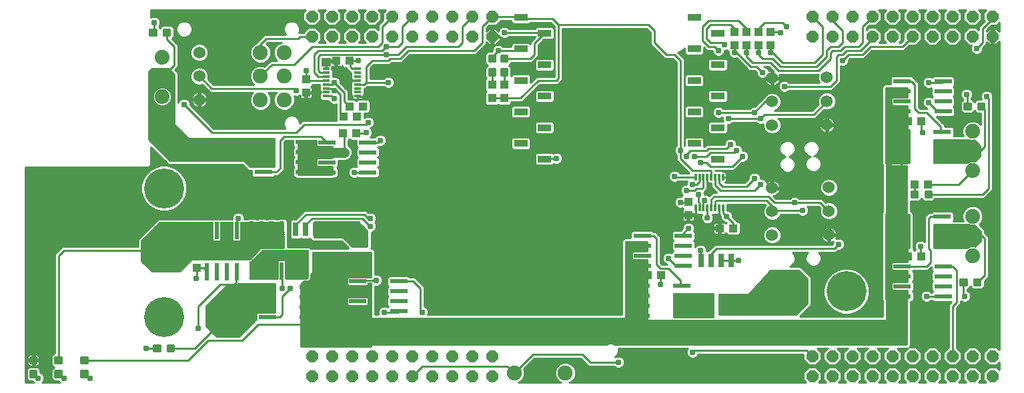
<source format=gtl>
G75*
%MOIN*%
%OFA0B0*%
%FSLAX24Y24*%
%IPPOS*%
%LPD*%
%AMOC8*
5,1,8,0,0,1.08239X$1,22.5*
%
%ADD10OC8,0.0600*%
%ADD11C,0.0118*%
%ADD12R,0.0394X0.0433*%
%ADD13C,0.0740*%
%ADD14R,0.0433X0.0394*%
%ADD15C,0.0650*%
%ADD16R,0.0650X0.0650*%
%ADD17R,0.0866X0.0236*%
%ADD18C,0.2000*%
%ADD19R,0.0669X0.0335*%
%ADD20R,0.0236X0.0866*%
%ADD21C,0.0600*%
%ADD22R,0.0280X0.0700*%
%ADD23C,0.0750*%
%ADD24R,0.0120X0.0350*%
%ADD25R,0.0350X0.0120*%
%ADD26C,0.0120*%
%ADD27C,0.0100*%
%ADD28C,0.0310*%
%ADD29C,0.0160*%
%ADD30C,0.0500*%
%ADD31C,0.0500*%
%ADD32C,0.0396*%
D10*
X020673Y007393D03*
X021673Y007393D03*
X022673Y007393D03*
X023673Y007393D03*
X024673Y007393D03*
X025673Y007393D03*
X026673Y007393D03*
X027673Y007393D03*
X028673Y007393D03*
X029673Y007393D03*
X029673Y008393D03*
X028673Y008393D03*
X027673Y008393D03*
X026673Y008393D03*
X025673Y008393D03*
X024673Y008393D03*
X023673Y008393D03*
X022673Y008393D03*
X021673Y008393D03*
X020673Y008393D03*
X045673Y008393D03*
X046673Y008393D03*
X047673Y008393D03*
X048673Y008393D03*
X049673Y008393D03*
X050673Y008393D03*
X051673Y008393D03*
X052673Y008393D03*
X053673Y008393D03*
X054673Y008393D03*
X054673Y007393D03*
X053673Y007393D03*
X052673Y007393D03*
X051673Y007393D03*
X050673Y007393D03*
X049673Y007393D03*
X048673Y007393D03*
X047673Y007393D03*
X046673Y007393D03*
X045673Y007393D03*
X045673Y024393D03*
X046673Y024393D03*
X047673Y024393D03*
X048673Y024393D03*
X049673Y024393D03*
X050673Y024393D03*
X051673Y024393D03*
X052673Y024393D03*
X053673Y024393D03*
X054673Y024393D03*
X054673Y025393D03*
X053673Y025393D03*
X052673Y025393D03*
X051673Y025393D03*
X050673Y025393D03*
X049673Y025393D03*
X048673Y025393D03*
X047673Y025393D03*
X046673Y025393D03*
X045673Y025393D03*
X029673Y025393D03*
X028673Y025393D03*
X027673Y025393D03*
X026673Y025393D03*
X025673Y025393D03*
X024673Y025393D03*
X023673Y025393D03*
X022673Y025393D03*
X021673Y025393D03*
X020673Y025393D03*
X020673Y024393D03*
X021673Y024393D03*
X022673Y024393D03*
X023673Y024393D03*
X024673Y024393D03*
X025673Y024393D03*
X026673Y024393D03*
X027673Y024393D03*
X028673Y024393D03*
X029673Y024393D03*
D11*
X029811Y023151D02*
X029535Y023151D01*
X029535Y023427D01*
X029811Y023427D01*
X029811Y023151D01*
X029811Y023268D02*
X029535Y023268D01*
X029535Y023385D02*
X029811Y023385D01*
X030135Y023151D02*
X030411Y023151D01*
X030135Y023151D02*
X030135Y023427D01*
X030411Y023427D01*
X030411Y023151D01*
X030411Y023268D02*
X030135Y023268D01*
X030135Y023385D02*
X030411Y023385D01*
X030411Y022460D02*
X030135Y022460D01*
X030135Y022736D01*
X030411Y022736D01*
X030411Y022460D01*
X030411Y022577D02*
X030135Y022577D01*
X030135Y022694D02*
X030411Y022694D01*
X029811Y022460D02*
X029535Y022460D01*
X029535Y022736D01*
X029811Y022736D01*
X029811Y022460D01*
X029811Y022577D02*
X029535Y022577D01*
X029535Y022694D02*
X029811Y022694D01*
X013556Y024455D02*
X013556Y024731D01*
X013556Y024455D02*
X013280Y024455D01*
X013280Y024731D01*
X013556Y024731D01*
X013556Y024572D02*
X013280Y024572D01*
X013280Y024689D02*
X013556Y024689D01*
X012866Y024731D02*
X012866Y024455D01*
X012590Y024455D01*
X012590Y024731D01*
X012866Y024731D01*
X012866Y024572D02*
X012590Y024572D01*
X012590Y024689D02*
X012866Y024689D01*
X013066Y008931D02*
X013066Y008655D01*
X012790Y008655D01*
X012790Y008931D01*
X013066Y008931D01*
X013066Y008772D02*
X012790Y008772D01*
X012790Y008889D02*
X013066Y008889D01*
X013756Y008931D02*
X013756Y008655D01*
X013480Y008655D01*
X013480Y008931D01*
X013756Y008931D01*
X013756Y008772D02*
X013480Y008772D01*
X013480Y008889D02*
X013756Y008889D01*
X009436Y008327D02*
X009160Y008327D01*
X009436Y008327D02*
X009436Y008051D01*
X009160Y008051D01*
X009160Y008327D01*
X009160Y008168D02*
X009436Y008168D01*
X009436Y008285D02*
X009160Y008285D01*
X008136Y008327D02*
X007860Y008327D01*
X008136Y008327D02*
X008136Y008051D01*
X007860Y008051D01*
X007860Y008327D01*
X007860Y008168D02*
X008136Y008168D01*
X008136Y008285D02*
X007860Y008285D01*
X006886Y008327D02*
X006610Y008327D01*
X006886Y008327D02*
X006886Y008051D01*
X006610Y008051D01*
X006610Y008327D01*
X006610Y008168D02*
X006886Y008168D01*
X006886Y008285D02*
X006610Y008285D01*
X006610Y007636D02*
X006886Y007636D01*
X006886Y007360D01*
X006610Y007360D01*
X006610Y007636D01*
X006610Y007477D02*
X006886Y007477D01*
X006886Y007594D02*
X006610Y007594D01*
X007860Y007636D02*
X008136Y007636D01*
X008136Y007360D01*
X007860Y007360D01*
X007860Y007636D01*
X007860Y007477D02*
X008136Y007477D01*
X008136Y007594D02*
X007860Y007594D01*
X009160Y007636D02*
X009436Y007636D01*
X009436Y007360D01*
X009160Y007360D01*
X009160Y007636D01*
X009160Y007477D02*
X009436Y007477D01*
X009436Y007594D02*
X009160Y007594D01*
X050916Y016355D02*
X050916Y016631D01*
X050916Y016355D02*
X050640Y016355D01*
X050640Y016631D01*
X050916Y016631D01*
X050916Y016472D02*
X050640Y016472D01*
X050640Y016589D02*
X050916Y016589D01*
X051606Y016631D02*
X051606Y016355D01*
X051330Y016355D01*
X051330Y016631D01*
X051606Y016631D01*
X051606Y016472D02*
X051330Y016472D01*
X051330Y016589D02*
X051606Y016589D01*
X053566Y020755D02*
X053566Y021031D01*
X053566Y020755D02*
X053290Y020755D01*
X053290Y021031D01*
X053566Y021031D01*
X053566Y020872D02*
X053290Y020872D01*
X053290Y020989D02*
X053566Y020989D01*
X054256Y021031D02*
X054256Y020755D01*
X053980Y020755D01*
X053980Y021031D01*
X054256Y021031D01*
X054256Y020872D02*
X053980Y020872D01*
X053980Y020989D02*
X054256Y020989D01*
X054056Y012231D02*
X054056Y011955D01*
X053780Y011955D01*
X053780Y012231D01*
X054056Y012231D01*
X054056Y012072D02*
X053780Y012072D01*
X053780Y012189D02*
X054056Y012189D01*
X053366Y012231D02*
X053366Y011955D01*
X053090Y011955D01*
X053090Y012231D01*
X053366Y012231D01*
X053366Y012072D02*
X053090Y012072D01*
X053090Y012189D02*
X053366Y012189D01*
D12*
X039473Y015459D03*
X039473Y016128D03*
X030273Y021309D03*
X029673Y021309D03*
X029673Y021978D03*
X030273Y021978D03*
X020373Y022253D03*
X020373Y021584D03*
X014923Y013478D03*
X014923Y012809D03*
X041773Y023959D03*
X042373Y023959D03*
X042973Y023959D03*
X043573Y023959D03*
X043573Y024628D03*
X042973Y024628D03*
X042373Y024628D03*
X041773Y024628D03*
D13*
X053673Y019643D03*
X053673Y018659D03*
X053673Y017675D03*
X053673Y015393D03*
X053673Y014409D03*
X053673Y013425D03*
X013173Y021375D03*
X013173Y022359D03*
X013173Y023343D03*
D14*
X021863Y023168D03*
X022532Y023168D03*
X022538Y020893D03*
X022238Y020393D03*
X022907Y020393D03*
X023207Y020893D03*
X022882Y019543D03*
X022213Y019543D03*
X037438Y012443D03*
X038107Y012443D03*
X041038Y014793D03*
X041707Y014793D03*
X050438Y013393D03*
X051107Y013393D03*
X050788Y016993D03*
X051457Y016993D03*
X051107Y020143D03*
X050438Y020143D03*
D15*
X023048Y014218D03*
D16*
X023048Y013218D03*
D17*
X022949Y012143D03*
X022949Y011643D03*
X022949Y011143D03*
X022949Y010643D03*
X024996Y010643D03*
X024996Y011143D03*
X024996Y011643D03*
X024996Y012143D03*
X020484Y011859D03*
X020484Y011359D03*
X020484Y010859D03*
X020484Y010359D03*
X018437Y010359D03*
X018437Y010859D03*
X018437Y011359D03*
X018437Y011859D03*
X018237Y017609D03*
X018237Y018109D03*
X018237Y018609D03*
X018237Y019109D03*
X020284Y019109D03*
X020284Y018609D03*
X020284Y018109D03*
X020284Y017609D03*
X021399Y017593D03*
X021399Y018093D03*
X021399Y018593D03*
X021399Y019093D03*
X023446Y019093D03*
X023446Y018593D03*
X023446Y018093D03*
X023446Y017593D03*
X037174Y014418D03*
X037174Y013918D03*
X037174Y013418D03*
X037174Y012918D03*
X039221Y012918D03*
X039221Y013418D03*
X039221Y013918D03*
X039221Y014418D03*
X039159Y011928D03*
X039159Y011428D03*
X039159Y010928D03*
X039159Y010428D03*
X037112Y010428D03*
X037112Y010928D03*
X037112Y011428D03*
X037112Y011928D03*
X050149Y011893D03*
X050149Y011393D03*
X050149Y012393D03*
X050149Y012893D03*
X050112Y013878D03*
X050112Y014378D03*
X050112Y014878D03*
X050112Y015378D03*
X052159Y015378D03*
X052159Y014878D03*
X052159Y014378D03*
X052159Y013878D03*
X052196Y012893D03*
X052196Y012393D03*
X052196Y011893D03*
X052196Y011393D03*
X052159Y018128D03*
X052159Y018628D03*
X052159Y019128D03*
X052159Y019628D03*
X052196Y020643D03*
X052196Y021143D03*
X052196Y021643D03*
X052196Y022143D03*
X050149Y022143D03*
X050149Y021643D03*
X050149Y021143D03*
X050149Y020643D03*
X050112Y019628D03*
X050112Y019128D03*
X050112Y018628D03*
X050112Y018128D03*
D18*
X047373Y011643D03*
X044273Y011643D03*
X016373Y010343D03*
X013273Y010343D03*
X013273Y013693D03*
X013273Y016793D03*
X016373Y016793D03*
D19*
X031102Y019043D03*
X032283Y018256D03*
X032283Y019831D03*
X031102Y020618D03*
X032283Y021405D03*
X031102Y022193D03*
X032283Y022980D03*
X031102Y023768D03*
X032283Y024555D03*
X031102Y025342D03*
X039763Y025342D03*
X040944Y024555D03*
X039763Y023768D03*
X040944Y022980D03*
X039763Y022193D03*
X040944Y021405D03*
X039763Y020618D03*
X040944Y019831D03*
X039763Y019043D03*
X040944Y018256D03*
D20*
X019157Y014704D03*
X018657Y014704D03*
X018157Y014704D03*
X017657Y014704D03*
X016923Y014667D03*
X016423Y014667D03*
X015923Y014667D03*
X015423Y014667D03*
X015423Y012620D03*
X015923Y012620D03*
X016423Y012620D03*
X016923Y012620D03*
X017657Y012657D03*
X018157Y012657D03*
X018657Y012657D03*
X019157Y012657D03*
D21*
X015043Y021223D03*
X015043Y022403D03*
X015043Y023583D03*
X043653Y022313D03*
X043653Y021133D03*
X043653Y019953D03*
X046393Y019973D03*
X046393Y021153D03*
X046393Y022333D03*
X046493Y016833D03*
X046493Y015653D03*
X046493Y014473D03*
X043653Y014453D03*
X043653Y015633D03*
X043653Y016813D03*
D22*
X041603Y013183D03*
X041103Y013183D03*
X040603Y013183D03*
X040103Y013183D03*
X040103Y011123D03*
X040603Y011123D03*
X041103Y011123D03*
X041603Y011123D03*
X021353Y012673D03*
X020853Y012673D03*
X020353Y012673D03*
X019853Y012673D03*
X019853Y014733D03*
X020353Y014733D03*
X020853Y014733D03*
X021353Y014733D03*
D23*
X019273Y021223D03*
X018093Y021223D03*
X018093Y022403D03*
X019273Y022403D03*
X019273Y023583D03*
X018093Y023583D03*
X030763Y007553D03*
X033323Y007553D03*
D24*
X039833Y015806D03*
X040030Y015806D03*
X040227Y015806D03*
X040424Y015806D03*
X040621Y015806D03*
X040818Y015806D03*
X041015Y015806D03*
X041212Y015806D03*
X041212Y017361D03*
X041015Y017361D03*
X040818Y017361D03*
X040621Y017361D03*
X040424Y017361D03*
X040227Y017361D03*
X040030Y017361D03*
X039833Y017361D03*
D25*
X022940Y021404D03*
X022940Y021601D03*
X022940Y021798D03*
X022940Y021995D03*
X022940Y022192D03*
X022940Y022389D03*
X022940Y022586D03*
X022940Y022783D03*
X021385Y022783D03*
X021385Y022586D03*
X021385Y022389D03*
X021385Y022192D03*
X021385Y021995D03*
X021385Y021798D03*
X021385Y021601D03*
X021385Y021404D03*
D26*
X020798Y015093D02*
X022973Y015093D01*
X023423Y014643D01*
X023423Y013893D01*
X022673Y013893D01*
X022223Y014343D01*
X020798Y014343D01*
X020798Y015093D01*
X020798Y015070D02*
X022996Y015070D01*
X023115Y014951D02*
X020798Y014951D01*
X020798Y014833D02*
X023233Y014833D01*
X023352Y014714D02*
X020798Y014714D01*
X020798Y014596D02*
X023423Y014596D01*
X023423Y014477D02*
X020798Y014477D01*
X020798Y014359D02*
X023423Y014359D01*
X023423Y014240D02*
X022326Y014240D01*
X022444Y014122D02*
X023423Y014122D01*
X023423Y014003D02*
X022563Y014003D01*
X020448Y013643D02*
X020448Y012318D01*
X020423Y012293D01*
X019385Y012293D01*
X019385Y013136D01*
X019321Y013200D01*
X018993Y013200D01*
X018929Y013136D01*
X018929Y012293D01*
X017623Y012293D01*
X017598Y012268D01*
X017598Y013093D01*
X017648Y013093D01*
X018198Y013643D01*
X020448Y013643D01*
X020448Y013529D02*
X018084Y013529D01*
X017965Y013411D02*
X020448Y013411D01*
X020448Y013292D02*
X017847Y013292D01*
X017728Y013174D02*
X018967Y013174D01*
X018929Y013055D02*
X017598Y013055D01*
X017598Y012937D02*
X018929Y012937D01*
X018929Y012818D02*
X017598Y012818D01*
X017598Y012700D02*
X018929Y012700D01*
X018929Y012581D02*
X017598Y012581D01*
X017598Y012463D02*
X018929Y012463D01*
X018929Y012344D02*
X017598Y012344D01*
X016999Y011993D02*
X018798Y011993D01*
X018823Y010668D01*
X018823Y010593D01*
X018248Y010593D01*
X018242Y010587D01*
X017958Y010587D01*
X017894Y010523D01*
X017894Y010239D01*
X017048Y009393D01*
X015923Y009393D01*
X015423Y009893D01*
X015423Y010893D01*
X016363Y011833D01*
X016839Y011833D01*
X016939Y011933D01*
X016999Y011993D01*
X016995Y011989D02*
X018798Y011989D01*
X018800Y011870D02*
X016876Y011870D01*
X016281Y011752D02*
X018802Y011752D01*
X018805Y011633D02*
X016163Y011633D01*
X016044Y011515D02*
X018807Y011515D01*
X018809Y011396D02*
X015926Y011396D01*
X015807Y011278D02*
X018811Y011278D01*
X018814Y011159D02*
X015689Y011159D01*
X015570Y011041D02*
X018816Y011041D01*
X018818Y010922D02*
X015452Y010922D01*
X015423Y010804D02*
X018820Y010804D01*
X018823Y010685D02*
X015423Y010685D01*
X015423Y010567D02*
X017938Y010567D01*
X017894Y010448D02*
X015423Y010448D01*
X015423Y010330D02*
X017894Y010330D01*
X017866Y010211D02*
X015423Y010211D01*
X015423Y010093D02*
X017747Y010093D01*
X017629Y009974D02*
X015423Y009974D01*
X015460Y009856D02*
X017510Y009856D01*
X017392Y009737D02*
X015579Y009737D01*
X015697Y009619D02*
X017273Y009619D01*
X017155Y009500D02*
X015816Y009500D01*
X019385Y012344D02*
X020448Y012344D01*
X020448Y012463D02*
X019385Y012463D01*
X019385Y012581D02*
X020448Y012581D01*
X020448Y012700D02*
X019385Y012700D01*
X019385Y012818D02*
X020448Y012818D01*
X020448Y012937D02*
X019385Y012937D01*
X019385Y013055D02*
X020448Y013055D01*
X020448Y013174D02*
X019347Y013174D01*
X019240Y013813D02*
X018127Y013813D01*
X018028Y013714D01*
X018028Y013714D01*
X017577Y013263D01*
X017527Y013263D01*
X017507Y013243D01*
X014673Y013243D01*
X014073Y012643D01*
X012673Y012643D01*
X012173Y013143D01*
X012173Y014143D01*
X013073Y015043D01*
X015695Y015043D01*
X015695Y014188D01*
X015759Y014124D01*
X016087Y014124D01*
X016151Y014188D01*
X016151Y015043D01*
X016695Y015043D01*
X016695Y014188D01*
X016759Y014124D01*
X017087Y014124D01*
X017151Y014188D01*
X017151Y015043D01*
X019223Y015043D01*
X019240Y013813D01*
X019239Y013885D02*
X012173Y013885D01*
X012173Y014003D02*
X019237Y014003D01*
X019236Y014122D02*
X012173Y014122D01*
X012270Y014240D02*
X015695Y014240D01*
X015695Y014359D02*
X012388Y014359D01*
X012507Y014477D02*
X015695Y014477D01*
X015695Y014596D02*
X012625Y014596D01*
X012744Y014714D02*
X015695Y014714D01*
X015695Y014833D02*
X012862Y014833D01*
X012981Y014951D02*
X015695Y014951D01*
X016151Y014951D02*
X016695Y014951D01*
X016695Y014833D02*
X016151Y014833D01*
X016151Y014714D02*
X016695Y014714D01*
X016695Y014596D02*
X016151Y014596D01*
X016151Y014477D02*
X016695Y014477D01*
X016695Y014359D02*
X016151Y014359D01*
X016151Y014240D02*
X016695Y014240D01*
X017151Y014240D02*
X019234Y014240D01*
X019232Y014359D02*
X017151Y014359D01*
X017151Y014477D02*
X019231Y014477D01*
X019229Y014596D02*
X017151Y014596D01*
X017151Y014714D02*
X019227Y014714D01*
X019226Y014833D02*
X017151Y014833D01*
X017151Y014951D02*
X019224Y014951D01*
X018080Y013766D02*
X012173Y013766D01*
X012173Y013648D02*
X017962Y013648D01*
X017843Y013529D02*
X012173Y013529D01*
X012173Y013411D02*
X017725Y013411D01*
X017606Y013292D02*
X012173Y013292D01*
X012173Y013174D02*
X014603Y013174D01*
X014485Y013055D02*
X012261Y013055D01*
X012379Y012937D02*
X014366Y012937D01*
X014248Y012818D02*
X012498Y012818D01*
X012616Y012700D02*
X014129Y012700D01*
X049723Y013818D02*
X050498Y013818D01*
X050498Y015443D01*
X049723Y015443D01*
X049723Y013818D01*
X049723Y013885D02*
X050498Y013885D01*
X050498Y014003D02*
X049723Y014003D01*
X049723Y014122D02*
X050498Y014122D01*
X050498Y014240D02*
X049723Y014240D01*
X049723Y014359D02*
X050498Y014359D01*
X050498Y014477D02*
X049723Y014477D01*
X049723Y014596D02*
X050498Y014596D01*
X050498Y014714D02*
X049723Y014714D01*
X049723Y014833D02*
X050498Y014833D01*
X050498Y014951D02*
X049723Y014951D01*
X049723Y015070D02*
X050498Y015070D01*
X050498Y015188D02*
X049723Y015188D01*
X049723Y015307D02*
X050498Y015307D01*
X050498Y015425D02*
X049723Y015425D01*
X051773Y014943D02*
X053505Y014943D01*
X053577Y014913D01*
X053768Y014913D01*
X053775Y014916D01*
X054073Y014618D01*
X054073Y014143D01*
X053815Y013885D01*
X053768Y013905D01*
X053577Y013905D01*
X053401Y013832D01*
X053388Y013818D01*
X051773Y013818D01*
X051773Y014943D01*
X052548Y014943D01*
X052548Y013818D01*
X051773Y013818D01*
X051773Y014943D01*
X051773Y014833D02*
X053858Y014833D01*
X053977Y014714D02*
X051773Y014714D01*
X052548Y014714D01*
X052548Y014596D02*
X051773Y014596D01*
X054073Y014596D01*
X054073Y014477D02*
X051773Y014477D01*
X052548Y014477D01*
X052548Y014359D02*
X051773Y014359D01*
X054073Y014359D01*
X054073Y014240D02*
X051773Y014240D01*
X052548Y014240D01*
X052548Y014122D02*
X051773Y014122D01*
X054051Y014122D01*
X053933Y014003D02*
X051773Y014003D01*
X052548Y014003D01*
X052548Y013885D02*
X051773Y013885D01*
X053529Y013885D01*
X052548Y014833D02*
X051773Y014833D01*
X051773Y018068D02*
X053388Y018068D01*
X053401Y018082D01*
X053577Y018155D01*
X053768Y018155D01*
X053797Y018143D01*
X054048Y018393D01*
X054048Y018893D01*
X053775Y019166D01*
X053768Y019163D01*
X053577Y019163D01*
X053505Y019193D01*
X051773Y019193D01*
X051773Y018068D01*
X052523Y018068D01*
X052523Y019193D01*
X051773Y019193D01*
X051773Y018068D01*
X051773Y018151D02*
X053568Y018151D01*
X053778Y018151D02*
X053805Y018151D01*
X053924Y018269D02*
X051773Y018269D01*
X052523Y018269D01*
X052523Y018151D02*
X051773Y018151D01*
X051773Y018388D02*
X054042Y018388D01*
X054048Y018506D02*
X051773Y018506D01*
X052523Y018506D01*
X052523Y018388D02*
X051773Y018388D01*
X051773Y018625D02*
X054048Y018625D01*
X054048Y018743D02*
X051773Y018743D01*
X052523Y018743D01*
X052523Y018625D02*
X051773Y018625D01*
X051773Y018862D02*
X054048Y018862D01*
X053961Y018980D02*
X051773Y018980D01*
X052523Y018980D01*
X052523Y018862D02*
X051773Y018862D01*
X051773Y019099D02*
X053842Y019099D01*
X052523Y019099D02*
X051773Y019099D01*
X050498Y019099D02*
X049748Y019099D01*
X049748Y019217D02*
X050498Y019217D01*
X050498Y019336D02*
X049748Y019336D01*
X049748Y019454D02*
X050498Y019454D01*
X050498Y019573D02*
X049748Y019573D01*
X049748Y019691D02*
X050498Y019691D01*
X050498Y019693D02*
X050498Y018068D01*
X049748Y018068D01*
X049748Y019693D01*
X050498Y019693D01*
X050498Y018980D02*
X049748Y018980D01*
X049748Y018862D02*
X050498Y018862D01*
X050498Y018743D02*
X049748Y018743D01*
X049748Y018625D02*
X050498Y018625D01*
X050498Y018506D02*
X049748Y018506D01*
X049748Y018388D02*
X050498Y018388D01*
X050498Y018269D02*
X049748Y018269D01*
X049748Y018151D02*
X050498Y018151D01*
D27*
X006348Y017843D02*
X006348Y007068D01*
X006767Y007068D01*
X006714Y007121D01*
X006702Y007151D01*
X006523Y007151D01*
X006401Y007274D01*
X006401Y007722D01*
X006523Y007845D01*
X006972Y007845D01*
X007095Y007722D01*
X007095Y007573D01*
X007146Y007552D01*
X007231Y007466D01*
X007278Y007354D01*
X007278Y007233D01*
X007231Y007121D01*
X007179Y007068D01*
X008067Y007068D01*
X008014Y007121D01*
X008002Y007151D01*
X007773Y007151D01*
X007651Y007274D01*
X007651Y007722D01*
X007772Y007843D01*
X007651Y007964D01*
X007651Y008413D01*
X007773Y008535D01*
X007798Y008535D01*
X007798Y013501D01*
X008073Y013776D01*
X008190Y013893D01*
X011963Y013893D01*
X011963Y014230D01*
X012086Y014353D01*
X012986Y015253D01*
X016668Y015253D01*
X016668Y015354D01*
X016714Y015466D01*
X016800Y015552D01*
X016912Y015598D01*
X017034Y015598D01*
X017146Y015552D01*
X017231Y015466D01*
X017278Y015354D01*
X017278Y015253D01*
X017443Y015253D01*
X017477Y015287D01*
X017837Y015287D01*
X017871Y015253D01*
X017943Y015253D01*
X017977Y015287D01*
X018337Y015287D01*
X018371Y015253D01*
X018443Y015253D01*
X018477Y015287D01*
X018837Y015287D01*
X018871Y015253D01*
X018943Y015253D01*
X018977Y015287D01*
X019337Y015287D01*
X019425Y015200D01*
X019425Y015139D01*
X019432Y015133D01*
X019432Y015131D01*
X019433Y015130D01*
X019433Y015045D01*
X019449Y013853D01*
X020535Y013853D01*
X020617Y013771D01*
X020640Y013793D01*
X022476Y013793D01*
X022463Y013806D01*
X022136Y014133D01*
X020711Y014133D01*
X020588Y014256D01*
X020588Y014266D01*
X020555Y014233D01*
X020151Y014233D01*
X020103Y014281D01*
X020103Y014281D01*
X020055Y014233D01*
X019651Y014233D01*
X019563Y014321D01*
X019563Y015145D01*
X019651Y015233D01*
X019830Y015233D01*
X020290Y015693D01*
X023356Y015693D01*
X023469Y015580D01*
X023512Y015598D01*
X023634Y015598D01*
X023746Y015552D01*
X023831Y015466D01*
X023878Y015354D01*
X023878Y015233D01*
X023831Y015121D01*
X023804Y015093D01*
X023831Y015066D01*
X023878Y014954D01*
X023878Y014833D01*
X023831Y014721D01*
X023746Y014635D01*
X023634Y014588D01*
X023633Y014588D01*
X023633Y013806D01*
X023620Y013793D01*
X023681Y013793D01*
X023798Y013676D01*
X023798Y012492D01*
X023812Y012498D01*
X023934Y012498D01*
X024046Y012452D01*
X024131Y012366D01*
X024178Y012254D01*
X024178Y012133D01*
X024131Y012021D01*
X024046Y011935D01*
X023934Y011888D01*
X023812Y011888D01*
X023798Y011894D01*
X023798Y010493D01*
X023984Y010493D01*
X023968Y010533D01*
X023968Y010654D01*
X024014Y010766D01*
X024100Y010852D01*
X024212Y010898D01*
X024334Y010898D01*
X024443Y010853D01*
X024483Y010893D01*
X024413Y010963D01*
X024413Y011324D01*
X024483Y011393D01*
X024413Y011463D01*
X024413Y011824D01*
X024483Y011893D01*
X024413Y011963D01*
X024413Y012324D01*
X024501Y012411D01*
X025492Y012411D01*
X025560Y012343D01*
X025806Y012343D01*
X026273Y011876D01*
X026273Y010882D01*
X026346Y010852D01*
X026431Y010766D01*
X026478Y010654D01*
X026478Y010533D01*
X026462Y010493D01*
X036143Y010493D01*
X036143Y014189D01*
X036278Y014323D01*
X036591Y014323D01*
X036591Y014599D01*
X036679Y014686D01*
X037669Y014686D01*
X037738Y014618D01*
X037831Y014618D01*
X037956Y014493D01*
X037956Y014493D01*
X038073Y014376D01*
X038073Y013076D01*
X038156Y012993D01*
X038400Y012993D01*
X038300Y013035D01*
X038214Y013121D01*
X038168Y013233D01*
X038168Y013354D01*
X038214Y013466D01*
X038300Y013552D01*
X038412Y013598D01*
X038534Y013598D01*
X038638Y013555D01*
X038638Y013599D01*
X038708Y013668D01*
X038638Y013738D01*
X038638Y014099D01*
X038708Y014168D01*
X038638Y014238D01*
X038638Y014599D01*
X038726Y014686D01*
X039083Y014686D01*
X039168Y014771D01*
X039168Y014854D01*
X039214Y014966D01*
X039300Y015052D01*
X039412Y015098D01*
X039534Y015098D01*
X039646Y015052D01*
X039731Y014966D01*
X039778Y014854D01*
X039778Y014733D01*
X039746Y014657D01*
X039805Y014599D01*
X039805Y014238D01*
X039735Y014168D01*
X039805Y014099D01*
X039805Y013843D01*
X039814Y013866D01*
X039900Y013952D01*
X040012Y013998D01*
X040134Y013998D01*
X040246Y013952D01*
X040331Y013866D01*
X040378Y013754D01*
X040378Y013660D01*
X040401Y013683D01*
X040480Y013683D01*
X040520Y013723D01*
X040520Y013723D01*
X040673Y013876D01*
X040673Y013876D01*
X040790Y013993D01*
X046668Y013993D01*
X046668Y014054D01*
X046699Y014130D01*
X046682Y014119D01*
X046610Y014089D01*
X046543Y014075D01*
X046543Y014423D01*
X046443Y014423D01*
X046443Y014075D01*
X046376Y014089D01*
X046303Y014119D01*
X046238Y014163D01*
X046182Y014218D01*
X046138Y014284D01*
X046108Y014357D01*
X046095Y014423D01*
X046443Y014423D01*
X046443Y014523D01*
X046095Y014523D01*
X046108Y014590D01*
X046138Y014663D01*
X046182Y014728D01*
X046238Y014784D01*
X046303Y014828D01*
X046376Y014858D01*
X046443Y014871D01*
X046443Y014523D01*
X046543Y014523D01*
X046891Y014523D01*
X046877Y014590D01*
X046847Y014663D01*
X046804Y014728D01*
X046748Y014784D01*
X046682Y014828D01*
X046610Y014858D01*
X046543Y014871D01*
X046543Y014523D01*
X046543Y014423D01*
X046891Y014423D01*
X046877Y014357D01*
X046847Y014284D01*
X046836Y014267D01*
X046912Y014298D01*
X047034Y014298D01*
X047146Y014252D01*
X047231Y014166D01*
X047278Y014054D01*
X047278Y013933D01*
X047231Y013821D01*
X047146Y013735D01*
X047034Y013688D01*
X046951Y013688D01*
X046856Y013593D01*
X045989Y013593D01*
X046062Y013520D01*
X046123Y013373D01*
X046123Y013214D01*
X046062Y013067D01*
X045949Y012954D01*
X045802Y012893D01*
X045643Y012893D01*
X045496Y012954D01*
X045384Y013067D01*
X045323Y013214D01*
X045323Y013373D01*
X045384Y013520D01*
X045457Y013593D01*
X044669Y013593D01*
X044762Y013500D01*
X044823Y013353D01*
X044823Y013194D01*
X044762Y013047D01*
X044649Y012934D01*
X044551Y012893D01*
X045056Y012893D01*
X045506Y012443D01*
X045623Y012326D01*
X045623Y010960D01*
X045056Y010393D01*
X049173Y010393D01*
X049173Y011168D01*
X049143Y011198D01*
X049143Y015589D01*
X049173Y015619D01*
X049173Y017968D01*
X049143Y017998D01*
X049143Y021889D01*
X049278Y022023D01*
X049566Y022023D01*
X049566Y022324D01*
X049654Y022411D01*
X050644Y022411D01*
X050732Y022324D01*
X050732Y022317D01*
X050856Y022193D01*
X050973Y022076D01*
X050973Y020876D01*
X051056Y020793D01*
X051400Y020793D01*
X051300Y020835D01*
X051214Y020921D01*
X051168Y021033D01*
X051168Y021154D01*
X051214Y021266D01*
X051300Y021352D01*
X051412Y021398D01*
X051534Y021398D01*
X051643Y021353D01*
X051683Y021393D01*
X051613Y021463D01*
X051613Y021821D01*
X051534Y021788D01*
X051412Y021788D01*
X051300Y021835D01*
X051214Y021921D01*
X051168Y022033D01*
X051168Y022154D01*
X051214Y022266D01*
X051300Y022352D01*
X051412Y022398D01*
X051534Y022398D01*
X051643Y022353D01*
X051701Y022411D01*
X052692Y022411D01*
X052780Y022324D01*
X052780Y021963D01*
X052710Y021893D01*
X052780Y021824D01*
X052780Y021463D01*
X052710Y021393D01*
X052780Y021324D01*
X052780Y020963D01*
X052710Y020893D01*
X052780Y020824D01*
X052780Y020463D01*
X052692Y020375D01*
X051874Y020375D01*
X052156Y020093D01*
X052273Y019976D01*
X052273Y019896D01*
X052654Y019896D01*
X052742Y019808D01*
X052742Y019447D01*
X052698Y019403D01*
X053209Y019403D01*
X053153Y019540D01*
X053153Y019747D01*
X053232Y019938D01*
X053378Y020084D01*
X053569Y020163D01*
X053776Y020163D01*
X053967Y020084D01*
X054073Y019979D01*
X054073Y020546D01*
X053894Y020546D01*
X053773Y020667D01*
X053652Y020546D01*
X053203Y020546D01*
X053081Y020669D01*
X053081Y021118D01*
X053199Y021236D01*
X053114Y021321D01*
X053068Y021433D01*
X053068Y021554D01*
X053114Y021666D01*
X053200Y021752D01*
X053312Y021798D01*
X053434Y021798D01*
X053546Y021752D01*
X053631Y021666D01*
X053678Y021554D01*
X053678Y021433D01*
X053631Y021321D01*
X053628Y021317D01*
X053628Y021240D01*
X053652Y021240D01*
X053773Y021119D01*
X053894Y021240D01*
X054106Y021240D01*
X054068Y021333D01*
X054068Y021454D01*
X054114Y021566D01*
X054200Y021652D01*
X054312Y021698D01*
X054434Y021698D01*
X054546Y021652D01*
X054631Y021566D01*
X054678Y021454D01*
X054678Y021333D01*
X054673Y021321D01*
X054673Y016710D01*
X054373Y016410D01*
X054256Y016293D01*
X051815Y016293D01*
X051815Y016269D01*
X051692Y016146D01*
X051244Y016146D01*
X051123Y016267D01*
X051002Y016146D01*
X050573Y016146D01*
X050573Y015653D01*
X050585Y015653D01*
X050592Y015646D01*
X050607Y015646D01*
X050695Y015558D01*
X050695Y015543D01*
X050708Y015530D01*
X050708Y013740D01*
X050717Y013740D01*
X050773Y013684D01*
X050813Y013724D01*
X050768Y013833D01*
X050768Y013954D01*
X050814Y014066D01*
X050900Y014152D01*
X051012Y014198D01*
X051134Y014198D01*
X051246Y014152D01*
X051273Y014125D01*
X051273Y015376D01*
X051373Y015476D01*
X051490Y015593D01*
X051611Y015593D01*
X051664Y015646D01*
X052654Y015646D01*
X052742Y015558D01*
X052742Y015197D01*
X052698Y015153D01*
X053209Y015153D01*
X053153Y015290D01*
X053153Y015497D01*
X053232Y015688D01*
X053378Y015834D01*
X053569Y015913D01*
X053776Y015913D01*
X053967Y015834D01*
X054114Y015688D01*
X054193Y015497D01*
X054193Y015290D01*
X054114Y015099D01*
X054002Y014987D01*
X054283Y014705D01*
X054283Y014566D01*
X054356Y014493D01*
X054356Y014493D01*
X054473Y014376D01*
X054473Y012365D01*
X054265Y012157D01*
X054265Y011869D01*
X054142Y011746D01*
X053694Y011746D01*
X053573Y011867D01*
X053452Y011746D01*
X053428Y011746D01*
X053428Y011659D01*
X053446Y011652D01*
X053531Y011566D01*
X053578Y011454D01*
X053578Y011333D01*
X053531Y011221D01*
X053446Y011135D01*
X053334Y011088D01*
X053212Y011088D01*
X053100Y011135D01*
X053073Y011162D01*
X053073Y011010D01*
X052956Y010893D01*
X052873Y010810D01*
X052873Y008830D01*
X053123Y008580D01*
X053123Y008207D01*
X052859Y007943D01*
X052486Y007943D01*
X052223Y008207D01*
X052223Y008580D01*
X052473Y008830D01*
X052473Y010976D01*
X052622Y011125D01*
X051701Y011125D01*
X051633Y011193D01*
X051604Y011193D01*
X051546Y011135D01*
X051434Y011088D01*
X051312Y011088D01*
X051200Y011135D01*
X051114Y011221D01*
X051068Y011333D01*
X051068Y011454D01*
X051114Y011566D01*
X051200Y011652D01*
X051312Y011698D01*
X051434Y011698D01*
X051546Y011652D01*
X051604Y011593D01*
X051633Y011593D01*
X051683Y011643D01*
X051613Y011713D01*
X051613Y012074D01*
X051683Y012143D01*
X051613Y012213D01*
X051613Y012574D01*
X051683Y012643D01*
X051613Y012713D01*
X051613Y012851D01*
X051456Y012693D01*
X050713Y012693D01*
X050663Y012643D01*
X050732Y012574D01*
X050732Y012213D01*
X050663Y012143D01*
X050732Y012074D01*
X050732Y011713D01*
X050663Y011643D01*
X050732Y011574D01*
X050732Y011213D01*
X050644Y011125D01*
X050573Y011125D01*
X050573Y008910D01*
X050506Y008843D01*
X050859Y008843D01*
X051123Y008580D01*
X051123Y008207D01*
X050859Y007943D01*
X050486Y007943D01*
X050223Y008207D01*
X050223Y008580D01*
X050436Y008793D01*
X049909Y008793D01*
X050123Y008580D01*
X050123Y008207D01*
X049859Y007943D01*
X049486Y007943D01*
X049223Y008207D01*
X049223Y008580D01*
X049436Y008793D01*
X048909Y008793D01*
X049123Y008580D01*
X049123Y008207D01*
X048859Y007943D01*
X048486Y007943D01*
X048223Y008207D01*
X048223Y008580D01*
X048436Y008793D01*
X047909Y008793D01*
X048123Y008580D01*
X048123Y008207D01*
X047859Y007943D01*
X047486Y007943D01*
X047223Y008207D01*
X047223Y008580D01*
X047436Y008793D01*
X046909Y008793D01*
X047123Y008580D01*
X047123Y008207D01*
X046859Y007943D01*
X046486Y007943D01*
X046223Y008207D01*
X046223Y008580D01*
X046436Y008793D01*
X045909Y008793D01*
X046123Y008580D01*
X046123Y008207D01*
X045859Y007943D01*
X045486Y007943D01*
X045223Y008207D01*
X045223Y008493D01*
X039962Y008493D01*
X039931Y008421D01*
X039846Y008335D01*
X039734Y008288D01*
X039612Y008288D01*
X039500Y008335D01*
X039414Y008421D01*
X039368Y008533D01*
X039368Y008654D01*
X039414Y008766D01*
X039442Y008793D01*
X035971Y008793D01*
X035979Y008774D01*
X035979Y008613D01*
X035917Y008463D01*
X035809Y008356D01*
X035912Y008398D01*
X036034Y008398D01*
X036146Y008352D01*
X036231Y008266D01*
X036278Y008154D01*
X036278Y008033D01*
X036231Y007921D01*
X036146Y007835D01*
X036034Y007788D01*
X035912Y007788D01*
X035800Y007835D01*
X035741Y007893D01*
X034490Y007893D01*
X034090Y008293D01*
X031786Y008293D01*
X031247Y007755D01*
X031288Y007658D01*
X031288Y007449D01*
X031208Y007256D01*
X031060Y007108D01*
X030964Y007068D01*
X033122Y007068D01*
X033025Y007108D01*
X032878Y007256D01*
X032798Y007449D01*
X032798Y007658D01*
X032878Y007851D01*
X033025Y007998D01*
X033218Y008078D01*
X033427Y008078D01*
X033620Y007998D01*
X033768Y007851D01*
X033848Y007658D01*
X033848Y007449D01*
X033768Y007256D01*
X033620Y007108D01*
X033524Y007068D01*
X045361Y007068D01*
X045223Y007207D01*
X045223Y007580D01*
X045486Y007843D01*
X045859Y007843D01*
X046123Y007580D01*
X046123Y007207D01*
X045984Y007068D01*
X046361Y007068D01*
X046223Y007207D01*
X046223Y007580D01*
X046486Y007843D01*
X046859Y007843D01*
X047123Y007580D01*
X047123Y007207D01*
X046984Y007068D01*
X047361Y007068D01*
X047223Y007207D01*
X047223Y007580D01*
X047486Y007843D01*
X047859Y007843D01*
X048123Y007580D01*
X048123Y007207D01*
X047984Y007068D01*
X048361Y007068D01*
X048223Y007207D01*
X048223Y007580D01*
X048486Y007843D01*
X048859Y007843D01*
X049123Y007580D01*
X049123Y007207D01*
X048984Y007068D01*
X049361Y007068D01*
X049223Y007207D01*
X049223Y007580D01*
X049486Y007843D01*
X049859Y007843D01*
X050123Y007580D01*
X050123Y007207D01*
X049984Y007068D01*
X050361Y007068D01*
X050223Y007207D01*
X050223Y007580D01*
X050486Y007843D01*
X050859Y007843D01*
X051123Y007580D01*
X051123Y007207D01*
X050984Y007068D01*
X051361Y007068D01*
X051223Y007207D01*
X051223Y007580D01*
X051486Y007843D01*
X051859Y007843D01*
X052123Y007580D01*
X052123Y007207D01*
X051984Y007068D01*
X052361Y007068D01*
X052223Y007207D01*
X052223Y007580D01*
X052486Y007843D01*
X052859Y007843D01*
X053123Y007580D01*
X053123Y007207D01*
X052984Y007068D01*
X053361Y007068D01*
X053223Y007207D01*
X053223Y007580D01*
X053486Y007843D01*
X053859Y007843D01*
X054123Y007580D01*
X054123Y007207D01*
X053984Y007068D01*
X054361Y007068D01*
X054223Y007207D01*
X054223Y007580D01*
X054486Y007843D01*
X054859Y007843D01*
X054998Y007705D01*
X054998Y008082D01*
X054859Y007943D01*
X054486Y007943D01*
X054223Y008207D01*
X054223Y008580D01*
X054486Y008843D01*
X054859Y008843D01*
X054998Y008705D01*
X054998Y024153D01*
X054839Y023993D01*
X054723Y023993D01*
X054723Y024343D01*
X054623Y024343D01*
X054623Y023993D01*
X054507Y023993D01*
X054373Y024128D01*
X054373Y024010D01*
X054178Y023815D01*
X054178Y023733D01*
X054131Y023621D01*
X054046Y023535D01*
X053934Y023488D01*
X053812Y023488D01*
X053700Y023535D01*
X053614Y023621D01*
X053568Y023733D01*
X053568Y023854D01*
X053605Y023943D01*
X053486Y023943D01*
X053223Y024207D01*
X053223Y024580D01*
X053486Y024843D01*
X053859Y024843D01*
X053973Y024730D01*
X053973Y024876D01*
X054090Y024993D01*
X054263Y025167D01*
X054223Y025207D01*
X054223Y025580D01*
X054361Y025718D01*
X053984Y025718D01*
X054123Y025580D01*
X054123Y025207D01*
X053859Y024943D01*
X053486Y024943D01*
X053223Y025207D01*
X053223Y025580D01*
X053361Y025718D01*
X052984Y025718D01*
X053123Y025580D01*
X053123Y025207D01*
X052859Y024943D01*
X052486Y024943D01*
X052223Y025207D01*
X052223Y025580D01*
X052361Y025718D01*
X051984Y025718D01*
X052123Y025580D01*
X052123Y025207D01*
X051859Y024943D01*
X051486Y024943D01*
X051223Y025207D01*
X051223Y025580D01*
X051361Y025718D01*
X050984Y025718D01*
X051123Y025580D01*
X051123Y025207D01*
X050859Y024943D01*
X050486Y024943D01*
X050223Y025207D01*
X050223Y025580D01*
X050361Y025718D01*
X049984Y025718D01*
X050123Y025580D01*
X050123Y025207D01*
X049859Y024943D01*
X049486Y024943D01*
X049223Y025207D01*
X049223Y025580D01*
X049361Y025718D01*
X048984Y025718D01*
X049123Y025580D01*
X049123Y025207D01*
X048859Y024943D01*
X048506Y024943D01*
X048373Y024810D01*
X048373Y024730D01*
X048486Y024843D01*
X048859Y024843D01*
X049123Y024580D01*
X049123Y024207D01*
X049009Y024093D01*
X049336Y024093D01*
X049223Y024207D01*
X049223Y024580D01*
X049486Y024843D01*
X049859Y024843D01*
X050123Y024580D01*
X050123Y024207D01*
X050009Y024093D01*
X050090Y024093D01*
X050223Y024226D01*
X050223Y024580D01*
X050486Y024843D01*
X050859Y024843D01*
X051123Y024580D01*
X051123Y024207D01*
X050859Y023943D01*
X050506Y023943D01*
X050256Y023693D01*
X048656Y023693D01*
X048256Y023293D01*
X047556Y023293D01*
X047478Y023215D01*
X047478Y023133D01*
X047431Y023021D01*
X047346Y022935D01*
X047234Y022888D01*
X047112Y022888D01*
X047073Y022905D01*
X047073Y022110D01*
X046956Y021993D01*
X046656Y021693D01*
X044504Y021693D01*
X044446Y021635D01*
X044334Y021588D01*
X044212Y021588D01*
X044100Y021635D01*
X044014Y021721D01*
X043968Y021833D01*
X043968Y021954D01*
X044014Y022066D01*
X044100Y022152D01*
X044212Y022198D01*
X044334Y022198D01*
X044446Y022152D01*
X044504Y022093D01*
X046005Y022093D01*
X045943Y022244D01*
X045943Y022423D01*
X045972Y022493D01*
X044011Y022493D01*
X044037Y022430D01*
X044051Y022363D01*
X043703Y022363D01*
X043703Y022263D01*
X043703Y021915D01*
X043770Y021929D01*
X043842Y021959D01*
X043908Y022003D01*
X043964Y022058D01*
X044007Y022124D01*
X044037Y022197D01*
X044051Y022263D01*
X043703Y022263D01*
X043603Y022263D01*
X043603Y021915D01*
X043536Y021929D01*
X043463Y021959D01*
X043398Y022003D01*
X043342Y022058D01*
X043298Y022124D01*
X043268Y022197D01*
X043255Y022263D01*
X043603Y022263D01*
X043603Y022363D01*
X043374Y022363D01*
X043346Y022335D01*
X043234Y022288D01*
X043112Y022288D01*
X043000Y022335D01*
X042914Y022421D01*
X042868Y022533D01*
X042868Y022615D01*
X042790Y022693D01*
X042490Y022693D01*
X042373Y022810D01*
X041877Y023306D01*
X041834Y023288D01*
X041712Y023288D01*
X041600Y023335D01*
X041514Y023421D01*
X041468Y023533D01*
X041468Y023638D01*
X041426Y023680D01*
X041426Y023727D01*
X041334Y023688D01*
X041278Y023688D01*
X041278Y023633D01*
X041231Y023521D01*
X041146Y023435D01*
X041034Y023388D01*
X040912Y023388D01*
X040800Y023435D01*
X040714Y023521D01*
X040668Y023633D01*
X040668Y023693D01*
X040390Y023693D01*
X040273Y023810D01*
X040248Y023836D01*
X040248Y023538D01*
X040160Y023450D01*
X039366Y023450D01*
X039278Y023538D01*
X039278Y023804D01*
X039245Y023758D01*
X039245Y023758D01*
X039245Y023758D01*
X038957Y023592D01*
X038973Y023576D01*
X039273Y023276D01*
X039273Y018925D01*
X039278Y018919D01*
X039278Y019273D01*
X039366Y019360D01*
X040160Y019360D01*
X040248Y019273D01*
X040248Y018893D01*
X040290Y018893D01*
X040390Y018993D01*
X041268Y018993D01*
X041268Y019054D01*
X041314Y019166D01*
X041400Y019252D01*
X041512Y019298D01*
X041634Y019298D01*
X041746Y019252D01*
X041831Y019166D01*
X041878Y019054D01*
X041878Y018998D01*
X041934Y018998D01*
X042046Y018952D01*
X042131Y018866D01*
X042178Y018754D01*
X042178Y018698D01*
X042234Y018698D01*
X042346Y018652D01*
X042431Y018566D01*
X042478Y018454D01*
X042478Y018333D01*
X042431Y018221D01*
X042432Y018221D02*
X044085Y018221D01*
X044084Y018220D02*
X044023Y018073D01*
X044023Y017914D01*
X044084Y017767D01*
X044196Y017654D01*
X044343Y017593D01*
X044502Y017593D01*
X044649Y017654D01*
X044762Y017767D01*
X044823Y017914D01*
X044823Y018073D01*
X044762Y018220D01*
X044649Y018332D01*
X044527Y018383D01*
X044649Y018434D01*
X044762Y018547D01*
X044823Y018694D01*
X044823Y018853D01*
X044762Y019000D01*
X044649Y019112D01*
X044502Y019173D01*
X044343Y019173D01*
X044196Y019112D01*
X044084Y019000D01*
X044023Y018853D01*
X044023Y018694D01*
X044084Y018547D01*
X044196Y018434D01*
X044319Y018383D01*
X044196Y018332D01*
X044084Y018220D01*
X044043Y018122D02*
X042316Y018122D01*
X042346Y018135D02*
X042431Y018221D01*
X042472Y018319D02*
X044183Y018319D01*
X044236Y018418D02*
X042478Y018418D01*
X042452Y018516D02*
X044114Y018516D01*
X044056Y018615D02*
X042383Y018615D01*
X042178Y018713D02*
X044023Y018713D01*
X044023Y018812D02*
X042154Y018812D01*
X042087Y018910D02*
X044047Y018910D01*
X044093Y019009D02*
X041878Y019009D01*
X041856Y019107D02*
X044191Y019107D01*
X044654Y019107D02*
X045371Y019107D01*
X045396Y019132D02*
X045284Y019020D01*
X045223Y018873D01*
X045223Y018714D01*
X045284Y018567D01*
X045396Y018454D01*
X045543Y018393D01*
X045595Y018393D01*
X045496Y018352D01*
X045384Y018240D01*
X045323Y018093D01*
X045323Y017934D01*
X045384Y017787D01*
X045496Y017674D01*
X045643Y017613D01*
X045802Y017613D01*
X045949Y017674D01*
X046062Y017787D01*
X046123Y017934D01*
X046123Y018093D01*
X046062Y018240D01*
X045949Y018352D01*
X045802Y018413D01*
X045751Y018413D01*
X045849Y018454D01*
X045962Y018567D01*
X046023Y018714D01*
X046023Y018873D01*
X045962Y019020D01*
X045849Y019132D01*
X045702Y019193D01*
X045543Y019193D01*
X045396Y019132D01*
X045279Y019009D02*
X044753Y019009D01*
X044799Y018910D02*
X045238Y018910D01*
X045223Y018812D02*
X044823Y018812D01*
X044823Y018713D02*
X045223Y018713D01*
X045264Y018615D02*
X044790Y018615D01*
X044732Y018516D02*
X045334Y018516D01*
X045484Y018418D02*
X044610Y018418D01*
X044662Y018319D02*
X045463Y018319D01*
X045376Y018221D02*
X044761Y018221D01*
X044802Y018122D02*
X045335Y018122D01*
X045323Y018024D02*
X044823Y018024D01*
X044823Y017925D02*
X045326Y017925D01*
X045367Y017827D02*
X044787Y017827D01*
X044724Y017728D02*
X045442Y017728D01*
X045603Y017630D02*
X044591Y017630D01*
X044255Y017630D02*
X041306Y017630D01*
X041292Y017636D02*
X041212Y017636D01*
X041212Y017611D01*
X041212Y017611D01*
X041212Y017636D01*
X041187Y017636D01*
X041137Y017686D01*
X040821Y017686D01*
X040821Y017693D01*
X041756Y017693D01*
X041873Y017810D01*
X042151Y018088D01*
X042234Y018088D01*
X042346Y018135D01*
X042086Y018024D02*
X044023Y018024D01*
X044023Y017925D02*
X041988Y017925D01*
X041889Y017827D02*
X044059Y017827D01*
X044122Y017728D02*
X041791Y017728D01*
X041673Y017893D02*
X040573Y017893D01*
X040373Y018093D01*
X040073Y018093D01*
X039773Y018393D02*
X040373Y018393D01*
X040573Y018593D01*
X041773Y018593D01*
X041873Y018693D01*
X042173Y018393D02*
X041673Y017893D01*
X041357Y017592D02*
X041328Y017621D01*
X041292Y017636D01*
X041357Y017592D02*
X041372Y017556D01*
X041372Y017361D01*
X041225Y017361D01*
X041225Y017361D01*
X041372Y017361D01*
X041372Y017166D01*
X041357Y017129D01*
X041328Y017101D01*
X041310Y017093D01*
X042290Y017093D01*
X042468Y017271D01*
X042468Y017354D01*
X042514Y017466D01*
X042600Y017552D01*
X042712Y017598D01*
X042834Y017598D01*
X042946Y017552D01*
X043031Y017466D01*
X043078Y017354D01*
X043078Y017298D01*
X043134Y017298D01*
X043246Y017252D01*
X043331Y017166D01*
X043363Y017089D01*
X043398Y017124D01*
X043463Y017168D01*
X043536Y017198D01*
X043603Y017211D01*
X043603Y016863D01*
X043703Y016863D01*
X044051Y016863D01*
X044037Y016930D01*
X044007Y017003D01*
X043964Y017068D01*
X043908Y017124D01*
X043842Y017168D01*
X043770Y017198D01*
X043703Y017211D01*
X043703Y016863D01*
X043703Y016763D01*
X044051Y016763D01*
X044037Y016697D01*
X044007Y016624D01*
X043964Y016558D01*
X043908Y016503D01*
X043842Y016459D01*
X043770Y016429D01*
X043728Y016421D01*
X043856Y016293D01*
X044541Y016293D01*
X044600Y016352D01*
X044712Y016398D01*
X044834Y016398D01*
X044946Y016352D01*
X045004Y016293D01*
X046136Y016293D01*
X046348Y016081D01*
X046403Y016103D01*
X046582Y016103D01*
X046748Y016035D01*
X046874Y015908D01*
X046943Y015743D01*
X046943Y015564D01*
X046874Y015398D01*
X046748Y015272D01*
X046582Y015203D01*
X046403Y015203D01*
X046238Y015272D01*
X046111Y015398D01*
X046043Y015564D01*
X046043Y015743D01*
X046066Y015798D01*
X045970Y015893D01*
X045404Y015893D01*
X045431Y015866D01*
X045478Y015754D01*
X045478Y015633D01*
X045431Y015521D01*
X045346Y015435D01*
X045234Y015388D01*
X045112Y015388D01*
X045000Y015435D01*
X044941Y015493D01*
X044082Y015493D01*
X044034Y015378D01*
X043908Y015252D01*
X043742Y015183D01*
X043563Y015183D01*
X043398Y015252D01*
X043271Y015378D01*
X043203Y015544D01*
X043203Y015723D01*
X043271Y015888D01*
X043333Y015950D01*
X043290Y015993D01*
X041422Y015993D01*
X041422Y015698D01*
X041434Y015698D01*
X041546Y015652D01*
X041631Y015566D01*
X041678Y015454D01*
X041678Y015371D01*
X041790Y015259D01*
X041907Y015142D01*
X041907Y015140D01*
X041986Y015140D01*
X042074Y015052D01*
X042074Y014534D01*
X041986Y014446D01*
X041429Y014446D01*
X041341Y014534D01*
X041341Y014543D01*
X041339Y014540D01*
X041311Y014512D01*
X041275Y014496D01*
X041087Y014496D01*
X041087Y014745D01*
X040990Y014745D01*
X040990Y014496D01*
X040802Y014496D01*
X040765Y014512D01*
X040737Y014540D01*
X040722Y014577D01*
X040722Y014745D01*
X040990Y014745D01*
X040990Y014842D01*
X040990Y015090D01*
X040802Y015090D01*
X040765Y015075D01*
X040737Y015047D01*
X040722Y015010D01*
X040722Y014842D01*
X040990Y014842D01*
X041087Y014842D01*
X041087Y015090D01*
X041275Y015090D01*
X041311Y015075D01*
X041339Y015047D01*
X041341Y015043D01*
X041341Y015052D01*
X041377Y015088D01*
X041312Y015088D01*
X041200Y015135D01*
X041114Y015221D01*
X041068Y015333D01*
X041068Y015415D01*
X041012Y015471D01*
X041012Y015531D01*
X040990Y015531D01*
X040940Y015481D01*
X040686Y015481D01*
X040728Y015379D01*
X040728Y015258D01*
X040681Y015146D01*
X040596Y015060D01*
X040484Y015013D01*
X040362Y015013D01*
X040250Y015060D01*
X040164Y015146D01*
X040118Y015258D01*
X040118Y015379D01*
X040160Y015481D01*
X039908Y015481D01*
X039858Y015531D01*
X039833Y015531D01*
X039833Y015556D01*
X039833Y015556D01*
X039833Y015531D01*
X039770Y015531D01*
X039770Y015507D01*
X039521Y015507D01*
X039521Y015410D01*
X039521Y015142D01*
X039690Y015142D01*
X039726Y015157D01*
X039754Y015185D01*
X039770Y015222D01*
X039770Y015410D01*
X039521Y015410D01*
X039424Y015410D01*
X039176Y015410D01*
X039176Y015222D01*
X039191Y015185D01*
X039219Y015157D01*
X039256Y015142D01*
X039424Y015142D01*
X039424Y015410D01*
X039424Y015507D01*
X039176Y015507D01*
X039176Y015695D01*
X039191Y015732D01*
X039219Y015760D01*
X039223Y015761D01*
X039214Y015761D01*
X039171Y015804D01*
X039134Y015788D01*
X039012Y015788D01*
X038900Y015835D01*
X038814Y015921D01*
X038768Y016033D01*
X038768Y016154D01*
X038814Y016266D01*
X038900Y016352D01*
X039012Y016398D01*
X039126Y016398D01*
X039126Y016407D01*
X039177Y016458D01*
X039114Y016521D01*
X039068Y016633D01*
X039068Y016754D01*
X039114Y016866D01*
X039200Y016952D01*
X039312Y016998D01*
X039368Y016998D01*
X039368Y017054D01*
X039412Y017161D01*
X038972Y017161D01*
X038946Y017135D01*
X038834Y017088D01*
X038712Y017088D01*
X038600Y017135D01*
X038514Y017221D01*
X038468Y017333D01*
X038468Y017454D01*
X038514Y017566D01*
X038600Y017652D01*
X038712Y017698D01*
X038834Y017698D01*
X038946Y017652D01*
X039031Y017566D01*
X039034Y017561D01*
X039522Y017561D01*
X038990Y018093D01*
X038873Y018210D01*
X038873Y018462D01*
X038814Y018521D01*
X038768Y018633D01*
X038768Y018754D01*
X038814Y018866D01*
X038873Y018925D01*
X038873Y023110D01*
X038690Y023293D01*
X038290Y023293D01*
X037690Y023893D01*
X037573Y024010D01*
X037573Y024610D01*
X037390Y024793D01*
X033173Y024793D01*
X033173Y022210D01*
X033056Y022093D01*
X032956Y021993D01*
X032056Y021993D01*
X031171Y021109D01*
X030620Y021109D01*
X030620Y021030D01*
X030532Y020942D01*
X030014Y020942D01*
X029973Y020983D01*
X029932Y020942D01*
X029414Y020942D01*
X029326Y021030D01*
X029326Y021587D01*
X029382Y021643D01*
X029326Y021699D01*
X029326Y022257D01*
X029384Y022315D01*
X029326Y022374D01*
X029326Y022822D01*
X029447Y022943D01*
X029326Y023064D01*
X029326Y023513D01*
X029448Y023635D01*
X029632Y023635D01*
X029668Y023671D01*
X029668Y023754D01*
X029714Y023866D01*
X029800Y023952D01*
X029912Y023998D01*
X030034Y023998D01*
X030146Y023952D01*
X030204Y023893D01*
X030617Y023893D01*
X030617Y023997D01*
X030705Y024085D01*
X031498Y024085D01*
X031573Y024010D01*
X031573Y024128D01*
X031798Y024353D01*
X031798Y024393D01*
X030504Y024393D01*
X030446Y024335D01*
X030334Y024288D01*
X030212Y024288D01*
X030100Y024335D01*
X030014Y024421D01*
X030005Y024443D01*
X029723Y024443D01*
X029723Y024343D01*
X029723Y023993D01*
X029839Y023993D01*
X030073Y024228D01*
X030073Y024343D01*
X029723Y024343D01*
X029623Y024343D01*
X029623Y023993D01*
X029507Y023993D01*
X029373Y024128D01*
X029373Y024010D01*
X029256Y023893D01*
X028856Y023493D01*
X025556Y023493D01*
X025156Y023093D01*
X024656Y023093D01*
X024556Y022993D01*
X023756Y022993D01*
X023573Y022810D01*
X023573Y022293D01*
X024241Y022293D01*
X024300Y022352D01*
X024412Y022398D01*
X024534Y022398D01*
X024646Y022352D01*
X024731Y022266D01*
X024778Y022154D01*
X024778Y022033D01*
X024731Y021921D01*
X024646Y021835D01*
X024534Y021788D01*
X024412Y021788D01*
X024300Y021835D01*
X024241Y021893D01*
X023456Y021893D01*
X023358Y021795D01*
X023265Y021795D01*
X023265Y021479D01*
X023215Y021429D01*
X023215Y021404D01*
X023190Y021404D01*
X023190Y021404D01*
X023215Y021404D01*
X023215Y021324D01*
X023200Y021288D01*
X023172Y021260D01*
X023135Y021244D01*
X022940Y021244D01*
X022940Y021391D01*
X022940Y021391D01*
X022940Y021244D01*
X022745Y021244D01*
X022709Y021260D01*
X022681Y021288D01*
X022665Y021324D01*
X022665Y021404D01*
X022690Y021404D01*
X022690Y021404D01*
X022665Y021404D01*
X022665Y021429D01*
X022615Y021479D01*
X022615Y022117D01*
X022665Y022167D01*
X022665Y022192D01*
X022690Y022192D01*
X022690Y022192D01*
X022690Y022192D01*
X022665Y022192D01*
X022665Y022217D01*
X022615Y022267D01*
X022615Y022583D01*
X022600Y022583D01*
X022490Y022693D01*
X022373Y022810D01*
X022373Y022821D01*
X022254Y022821D01*
X022166Y022909D01*
X022166Y022918D01*
X022164Y022915D01*
X022136Y022887D01*
X022100Y022871D01*
X021912Y022871D01*
X021912Y023120D01*
X021815Y023120D01*
X021815Y022871D01*
X021657Y022871D01*
X021660Y022863D01*
X021660Y022783D01*
X021635Y022783D01*
X021660Y022783D01*
X021660Y022758D01*
X021710Y022708D01*
X021710Y022398D01*
X021712Y022398D01*
X021834Y022398D01*
X021946Y022352D01*
X022031Y022266D01*
X022078Y022154D01*
X022078Y022071D01*
X022356Y021793D01*
X022473Y021676D01*
X022473Y021242D01*
X022474Y021240D01*
X022817Y021240D01*
X022873Y021184D01*
X022929Y021240D01*
X023486Y021240D01*
X023574Y021152D01*
X023574Y020963D01*
X023578Y020954D01*
X023578Y020833D01*
X023574Y020823D01*
X023574Y020634D01*
X023486Y020546D01*
X023274Y020546D01*
X023274Y020463D01*
X023278Y020454D01*
X023278Y020333D01*
X023276Y020328D01*
X023300Y020352D01*
X023412Y020398D01*
X023534Y020398D01*
X023646Y020352D01*
X023731Y020266D01*
X023778Y020154D01*
X023778Y020033D01*
X023731Y019921D01*
X023646Y019835D01*
X023587Y019810D01*
X023631Y019766D01*
X023678Y019654D01*
X023678Y019533D01*
X023631Y019421D01*
X023572Y019361D01*
X023812Y019361D01*
X023814Y019366D01*
X023900Y019452D01*
X024012Y019498D01*
X024134Y019498D01*
X024246Y019452D01*
X024331Y019366D01*
X024378Y019254D01*
X024378Y019133D01*
X024331Y019021D01*
X024246Y018935D01*
X024134Y018888D01*
X024012Y018888D01*
X024007Y018890D01*
X023960Y018843D01*
X024030Y018774D01*
X024030Y018413D01*
X023960Y018343D01*
X024030Y018274D01*
X024030Y017913D01*
X023960Y017843D01*
X024030Y017774D01*
X024030Y017413D01*
X023942Y017325D01*
X022951Y017325D01*
X022943Y017334D01*
X022834Y017288D01*
X022712Y017288D01*
X022600Y017335D01*
X022514Y017421D01*
X022468Y017533D01*
X022468Y017654D01*
X022514Y017766D01*
X022600Y017852D01*
X022712Y017898D01*
X022834Y017898D01*
X022910Y017867D01*
X022863Y017913D01*
X022863Y018274D01*
X022933Y018343D01*
X022863Y018413D01*
X022863Y018774D01*
X022933Y018843D01*
X022863Y018913D01*
X022863Y019196D01*
X022604Y019196D01*
X022548Y019252D01*
X022492Y019196D01*
X022473Y019196D01*
X022473Y018943D01*
X022499Y018932D01*
X022612Y018820D01*
X022673Y018673D01*
X022673Y018514D01*
X022612Y018367D01*
X022499Y018254D01*
X022352Y018193D01*
X021982Y018193D01*
X021982Y017913D01*
X021913Y017843D01*
X021982Y017774D01*
X021982Y017413D01*
X021894Y017325D01*
X021788Y017325D01*
X021756Y017293D01*
X019890Y017293D01*
X019842Y017341D01*
X019789Y017341D01*
X019701Y017429D01*
X019701Y017789D01*
X019771Y017859D01*
X019701Y017929D01*
X019701Y018289D01*
X019771Y018359D01*
X019701Y018429D01*
X019701Y018789D01*
X019771Y018859D01*
X019701Y018929D01*
X019701Y019193D01*
X019356Y019193D01*
X019273Y019110D01*
X019273Y017710D01*
X019156Y017593D01*
X018971Y017409D01*
X018800Y017409D01*
X018732Y017341D01*
X017741Y017341D01*
X017654Y017429D01*
X017654Y017693D01*
X017490Y017693D01*
X017373Y017810D01*
X017190Y017993D01*
X013490Y017993D01*
X013373Y018110D01*
X012623Y018860D01*
X012623Y017960D01*
X012506Y017843D01*
X006348Y017843D01*
X006348Y017827D02*
X012763Y017827D01*
X012829Y017865D02*
X012567Y017714D01*
X012353Y017499D01*
X012201Y017237D01*
X012123Y016945D01*
X012123Y016642D01*
X012201Y016349D01*
X006348Y016349D01*
X006348Y016251D02*
X012258Y016251D01*
X012201Y016349D02*
X012353Y016087D01*
X012567Y015873D01*
X012829Y015722D01*
X013121Y015643D01*
X013424Y015643D01*
X013717Y015722D01*
X013979Y015873D01*
X014193Y016087D01*
X014344Y016349D01*
X038898Y016349D01*
X038808Y016251D02*
X014288Y016251D01*
X014344Y016349D02*
X014423Y016642D01*
X014423Y016945D01*
X014344Y017237D01*
X014193Y017499D01*
X013979Y017714D01*
X013717Y017865D01*
X013424Y017943D01*
X013121Y017943D01*
X012829Y017865D01*
X013054Y017925D02*
X012588Y017925D01*
X012623Y018024D02*
X013459Y018024D01*
X013491Y017925D02*
X017258Y017925D01*
X017356Y017827D02*
X013783Y017827D01*
X013953Y017728D02*
X017455Y017728D01*
X017573Y017893D02*
X017273Y018193D01*
X013573Y018193D01*
X012523Y019243D01*
X012523Y022643D01*
X012673Y022793D01*
X013473Y022793D01*
X013773Y022493D01*
X013773Y019993D01*
X014473Y019293D01*
X018773Y019293D01*
X018773Y017893D01*
X017573Y017893D01*
X017541Y017925D02*
X018773Y017925D01*
X018773Y018024D02*
X017442Y018024D01*
X017344Y018122D02*
X018773Y018122D01*
X018773Y018221D02*
X013545Y018221D01*
X013447Y018319D02*
X018773Y018319D01*
X018773Y018418D02*
X013348Y018418D01*
X013250Y018516D02*
X018773Y018516D01*
X018773Y018615D02*
X013151Y018615D01*
X013053Y018713D02*
X018773Y018713D01*
X018773Y018812D02*
X012954Y018812D01*
X012856Y018910D02*
X018773Y018910D01*
X018773Y019009D02*
X012757Y019009D01*
X012659Y019107D02*
X018773Y019107D01*
X018773Y019206D02*
X012560Y019206D01*
X012523Y019304D02*
X014462Y019304D01*
X014363Y019403D02*
X012523Y019403D01*
X012523Y019501D02*
X014265Y019501D01*
X014166Y019600D02*
X012523Y019600D01*
X012523Y019698D02*
X014068Y019698D01*
X013969Y019797D02*
X012523Y019797D01*
X012523Y019895D02*
X013871Y019895D01*
X013773Y019994D02*
X012523Y019994D01*
X012523Y020092D02*
X013773Y020092D01*
X013773Y020191D02*
X012523Y020191D01*
X012523Y020289D02*
X013773Y020289D01*
X013773Y020388D02*
X012523Y020388D01*
X012523Y020486D02*
X013773Y020486D01*
X013773Y020585D02*
X012523Y020585D01*
X012523Y020683D02*
X013773Y020683D01*
X013773Y020782D02*
X012523Y020782D01*
X012523Y020880D02*
X013773Y020880D01*
X013773Y020979D02*
X013442Y020979D01*
X013439Y020976D02*
X013571Y021109D01*
X013643Y021281D01*
X013643Y021468D01*
X013571Y021641D01*
X013439Y021773D01*
X013266Y021845D01*
X013079Y021845D01*
X012907Y021773D01*
X012774Y021641D01*
X012703Y021468D01*
X012703Y021281D01*
X012774Y021109D01*
X012907Y020976D01*
X013079Y020905D01*
X013266Y020905D01*
X013439Y020976D01*
X013540Y021077D02*
X013773Y021077D01*
X013773Y021176D02*
X013599Y021176D01*
X013640Y021274D02*
X013773Y021274D01*
X013773Y021373D02*
X013643Y021373D01*
X013642Y021471D02*
X013773Y021471D01*
X013773Y021570D02*
X013601Y021570D01*
X013544Y021668D02*
X013773Y021668D01*
X013773Y021767D02*
X013445Y021767D01*
X013773Y021865D02*
X012523Y021865D01*
X012523Y021767D02*
X012900Y021767D01*
X012802Y021668D02*
X012523Y021668D01*
X012523Y021570D02*
X012745Y021570D01*
X012704Y021471D02*
X012523Y021471D01*
X012523Y021373D02*
X012703Y021373D01*
X012706Y021274D02*
X012523Y021274D01*
X012523Y021176D02*
X012747Y021176D01*
X012806Y021077D02*
X012523Y021077D01*
X012523Y020979D02*
X012904Y020979D01*
X013973Y021066D02*
X013973Y022576D01*
X013823Y022726D01*
X013973Y022876D01*
X013973Y023976D01*
X013856Y024093D01*
X013673Y024276D01*
X013765Y024369D01*
X013765Y024818D01*
X013642Y024940D01*
X013194Y024940D01*
X013073Y024819D01*
X013001Y024891D01*
X013031Y024921D01*
X013078Y025033D01*
X013078Y025154D01*
X013031Y025266D01*
X012946Y025352D01*
X012834Y025398D01*
X012712Y025398D01*
X012623Y025361D01*
X012623Y025718D01*
X020361Y025718D01*
X020223Y025580D01*
X020223Y025207D01*
X020486Y024943D01*
X020859Y024943D01*
X021123Y025207D01*
X021123Y025580D01*
X020984Y025718D01*
X021361Y025718D01*
X021223Y025580D01*
X021223Y025207D01*
X021486Y024943D01*
X021859Y024943D01*
X022123Y025207D01*
X022123Y025580D01*
X021984Y025718D01*
X022361Y025718D01*
X022223Y025580D01*
X022223Y025207D01*
X022486Y024943D01*
X022859Y024943D01*
X023123Y025207D01*
X023123Y025580D01*
X022984Y025718D01*
X023361Y025718D01*
X023223Y025580D01*
X023223Y025207D01*
X023486Y024943D01*
X023859Y024943D01*
X024123Y025207D01*
X024123Y025580D01*
X023984Y025718D01*
X024361Y025718D01*
X024223Y025580D01*
X024223Y025226D01*
X023973Y024976D01*
X023973Y024730D01*
X023859Y024843D01*
X023486Y024843D01*
X023223Y024580D01*
X023223Y024207D01*
X023336Y024093D01*
X023009Y024093D01*
X023123Y024207D01*
X023123Y024580D01*
X022859Y024843D01*
X022486Y024843D01*
X022223Y024580D01*
X022223Y024207D01*
X022336Y024093D01*
X022009Y024093D01*
X022123Y024207D01*
X022123Y024580D01*
X021859Y024843D01*
X021486Y024843D01*
X021223Y024580D01*
X021223Y024207D01*
X021336Y024093D01*
X021009Y024093D01*
X021123Y024207D01*
X021123Y024580D01*
X020859Y024843D01*
X020486Y024843D01*
X020236Y024593D01*
X020005Y024593D01*
X020043Y024684D01*
X020043Y024843D01*
X019982Y024990D01*
X019869Y025102D01*
X019722Y025163D01*
X019563Y025163D01*
X019416Y025102D01*
X019304Y024990D01*
X019243Y024843D01*
X019243Y024684D01*
X019304Y024537D01*
X019347Y024493D01*
X018290Y024493D01*
X017873Y024076D01*
X017873Y024060D01*
X017795Y024028D01*
X017648Y023881D01*
X017568Y023688D01*
X017568Y023479D01*
X017648Y023286D01*
X017795Y023138D01*
X017988Y023058D01*
X018197Y023058D01*
X018390Y023138D01*
X018538Y023286D01*
X018618Y023479D01*
X018618Y023688D01*
X018538Y023881D01*
X018390Y024028D01*
X018456Y024093D01*
X019132Y024093D01*
X018975Y024028D01*
X018828Y023881D01*
X018748Y023688D01*
X018748Y023479D01*
X018828Y023286D01*
X018920Y023193D01*
X018600Y023193D01*
X018295Y022888D01*
X018197Y022928D01*
X017988Y022928D01*
X017795Y022848D01*
X017648Y022701D01*
X017568Y022508D01*
X017568Y022299D01*
X017648Y022106D01*
X017760Y021993D01*
X015736Y021993D01*
X015470Y022259D01*
X015493Y022314D01*
X015493Y022493D01*
X015424Y022658D01*
X015298Y022785D01*
X015132Y022853D01*
X014953Y022853D01*
X014788Y022785D01*
X014661Y022658D01*
X014593Y022493D01*
X014593Y022314D01*
X014661Y022148D01*
X014788Y022022D01*
X014953Y021953D01*
X015132Y021953D01*
X015187Y021976D01*
X015453Y021710D01*
X015570Y021593D01*
X017720Y021593D01*
X017648Y021521D01*
X017568Y021328D01*
X017568Y021119D01*
X017648Y020926D01*
X017795Y020778D01*
X017988Y020698D01*
X018197Y020698D01*
X018390Y020778D01*
X018538Y020926D01*
X018618Y021119D01*
X018618Y021328D01*
X018538Y021521D01*
X018465Y021593D01*
X018900Y021593D01*
X018828Y021521D01*
X018748Y021328D01*
X018748Y021119D01*
X018828Y020926D01*
X018975Y020778D01*
X019168Y020698D01*
X019377Y020698D01*
X019570Y020778D01*
X019718Y020926D01*
X019798Y021119D01*
X019798Y021328D01*
X019765Y021408D01*
X019812Y021388D01*
X019934Y021388D01*
X020046Y021435D01*
X020076Y021465D01*
X020076Y021347D01*
X020091Y021310D01*
X020119Y021282D01*
X020156Y021267D01*
X020324Y021267D01*
X020324Y021535D01*
X020421Y021535D01*
X020421Y021267D01*
X020590Y021267D01*
X020626Y021282D01*
X020654Y021310D01*
X020670Y021347D01*
X020670Y021535D01*
X020421Y021535D01*
X020421Y021632D01*
X020670Y021632D01*
X020670Y021820D01*
X020654Y021857D01*
X020626Y021885D01*
X020623Y021886D01*
X020632Y021886D01*
X020720Y021974D01*
X020720Y021992D01*
X021060Y021992D01*
X021060Y021676D01*
X021110Y021626D01*
X021110Y021601D01*
X021110Y021576D01*
X021060Y021526D01*
X021060Y021282D01*
X021148Y021194D01*
X021484Y021194D01*
X021514Y021121D01*
X021600Y021035D01*
X021712Y020988D01*
X021834Y020988D01*
X021873Y021005D01*
X021873Y020653D01*
X021872Y020652D01*
X021872Y020193D01*
X020190Y020193D01*
X020043Y020046D01*
X020043Y020123D01*
X019982Y020270D01*
X019869Y020382D01*
X019722Y020443D01*
X019563Y020443D01*
X019416Y020382D01*
X019304Y020270D01*
X019243Y020123D01*
X019243Y019964D01*
X019304Y019817D01*
X019327Y019793D01*
X015756Y019793D01*
X014578Y020971D01*
X014578Y021054D01*
X014531Y021166D01*
X014446Y021252D01*
X014334Y021298D01*
X014212Y021298D01*
X014100Y021252D01*
X014014Y021166D01*
X013973Y021066D01*
X013973Y021077D02*
X013978Y021077D01*
X013973Y021176D02*
X014024Y021176D01*
X013973Y021274D02*
X014154Y021274D01*
X013973Y021373D02*
X014672Y021373D01*
X014658Y021340D02*
X014688Y021413D01*
X014732Y021478D01*
X014788Y021534D01*
X014853Y021578D01*
X014926Y021608D01*
X014993Y021621D01*
X014993Y021273D01*
X014993Y021173D01*
X015093Y021173D01*
X015093Y020825D01*
X015160Y020839D01*
X015232Y020869D01*
X015298Y020913D01*
X015354Y020968D01*
X015397Y021034D01*
X015427Y021107D01*
X015441Y021173D01*
X015093Y021173D01*
X015093Y021273D01*
X015441Y021273D01*
X015427Y021340D01*
X015397Y021413D01*
X015354Y021478D01*
X015298Y021534D01*
X015232Y021578D01*
X015160Y021608D01*
X015093Y021621D01*
X015093Y021273D01*
X014993Y021273D01*
X014645Y021273D01*
X014658Y021340D01*
X014645Y021274D02*
X014391Y021274D01*
X014522Y021176D02*
X014993Y021176D01*
X014993Y021173D02*
X014645Y021173D01*
X014658Y021107D01*
X014688Y021034D01*
X014732Y020968D01*
X014788Y020913D01*
X014853Y020869D01*
X014926Y020839D01*
X014993Y020825D01*
X014993Y021173D01*
X014993Y021077D02*
X015093Y021077D01*
X015093Y020979D02*
X014993Y020979D01*
X014993Y020880D02*
X015093Y020880D01*
X015250Y020880D02*
X017693Y020880D01*
X017626Y020979D02*
X015361Y020979D01*
X015415Y021077D02*
X017585Y021077D01*
X017568Y021176D02*
X015093Y021176D01*
X015093Y021274D02*
X014993Y021274D01*
X014993Y021373D02*
X015093Y021373D01*
X015093Y021471D02*
X014993Y021471D01*
X014993Y021570D02*
X015093Y021570D01*
X015244Y021570D02*
X017697Y021570D01*
X017627Y021471D02*
X015358Y021471D01*
X015414Y021373D02*
X017587Y021373D01*
X017568Y021274D02*
X015441Y021274D01*
X014841Y021570D02*
X013973Y021570D01*
X013973Y021668D02*
X015495Y021668D01*
X015396Y021767D02*
X013973Y021767D01*
X013973Y021865D02*
X015298Y021865D01*
X015199Y021964D02*
X015158Y021964D01*
X014928Y021964D02*
X013973Y021964D01*
X013973Y022062D02*
X014747Y022062D01*
X014656Y022161D02*
X013973Y022161D01*
X013973Y022259D02*
X014615Y022259D01*
X014593Y022358D02*
X013973Y022358D01*
X013973Y022456D02*
X014593Y022456D01*
X014619Y022555D02*
X013973Y022555D01*
X013896Y022653D02*
X014659Y022653D01*
X014755Y022752D02*
X013848Y022752D01*
X013947Y022850D02*
X014946Y022850D01*
X015139Y022850D02*
X017800Y022850D01*
X017699Y022752D02*
X015331Y022752D01*
X015426Y022653D02*
X017628Y022653D01*
X017587Y022555D02*
X015467Y022555D01*
X015493Y022456D02*
X017568Y022456D01*
X017568Y022358D02*
X015493Y022358D01*
X015470Y022259D02*
X017584Y022259D01*
X017625Y022161D02*
X015568Y022161D01*
X015667Y022062D02*
X017691Y022062D01*
X018093Y022403D02*
X018683Y022993D01*
X019773Y022993D01*
X020673Y023893D01*
X023973Y023893D01*
X024173Y024093D01*
X024173Y024893D01*
X024673Y025393D01*
X024350Y025707D02*
X023996Y025707D01*
X024094Y025608D02*
X024251Y025608D01*
X024223Y025510D02*
X024123Y025510D01*
X024123Y025411D02*
X024223Y025411D01*
X024223Y025313D02*
X024123Y025313D01*
X024123Y025214D02*
X024211Y025214D01*
X024113Y025116D02*
X024032Y025116D01*
X024014Y025017D02*
X023933Y025017D01*
X023973Y024919D02*
X020011Y024919D01*
X020043Y024820D02*
X020463Y024820D01*
X020365Y024722D02*
X020043Y024722D01*
X020018Y024623D02*
X020266Y024623D01*
X020073Y024393D02*
X019973Y024293D01*
X018373Y024293D01*
X018073Y023993D01*
X018073Y023603D01*
X018093Y023583D01*
X018561Y023343D02*
X018804Y023343D01*
X018763Y023441D02*
X018602Y023441D01*
X018618Y023540D02*
X018748Y023540D01*
X018748Y023638D02*
X018618Y023638D01*
X018597Y023737D02*
X018768Y023737D01*
X018809Y023835D02*
X018557Y023835D01*
X018485Y023934D02*
X018881Y023934D01*
X018985Y024032D02*
X018395Y024032D01*
X018125Y024328D02*
X013724Y024328D01*
X013720Y024229D02*
X018026Y024229D01*
X017928Y024131D02*
X013818Y024131D01*
X013917Y024032D02*
X014951Y024032D01*
X014953Y024033D02*
X014788Y023965D01*
X014661Y023838D01*
X014593Y023673D01*
X014593Y023494D01*
X014661Y023328D01*
X014788Y023202D01*
X014953Y023133D01*
X015132Y023133D01*
X015298Y023202D01*
X015424Y023328D01*
X015493Y023494D01*
X015493Y023673D01*
X015424Y023838D01*
X015298Y023965D01*
X015132Y024033D01*
X014953Y024033D01*
X015135Y024032D02*
X017805Y024032D01*
X017701Y023934D02*
X015329Y023934D01*
X015426Y023835D02*
X017629Y023835D01*
X017588Y023737D02*
X015466Y023737D01*
X015493Y023638D02*
X017568Y023638D01*
X017568Y023540D02*
X015493Y023540D01*
X015471Y023441D02*
X017583Y023441D01*
X017624Y023343D02*
X015430Y023343D01*
X015340Y023244D02*
X017689Y023244D01*
X017788Y023146D02*
X015163Y023146D01*
X014923Y023146D02*
X013973Y023146D01*
X013973Y023244D02*
X014745Y023244D01*
X014655Y023343D02*
X013973Y023343D01*
X013973Y023441D02*
X014615Y023441D01*
X014593Y023540D02*
X013973Y023540D01*
X013973Y023638D02*
X014593Y023638D01*
X014619Y023737D02*
X013973Y023737D01*
X013973Y023835D02*
X014660Y023835D01*
X014757Y023934D02*
X013973Y023934D01*
X013773Y023893D02*
X013773Y022959D01*
X013173Y022359D01*
X013514Y022752D02*
X012631Y022752D01*
X012533Y022653D02*
X013613Y022653D01*
X013711Y022555D02*
X012523Y022555D01*
X012523Y022456D02*
X013773Y022456D01*
X013773Y022358D02*
X012523Y022358D01*
X012523Y022259D02*
X013773Y022259D01*
X013773Y022161D02*
X012523Y022161D01*
X012523Y022062D02*
X013773Y022062D01*
X013773Y021964D02*
X012523Y021964D01*
X013973Y021471D02*
X014727Y021471D01*
X014670Y021077D02*
X014568Y021077D01*
X014578Y020979D02*
X014725Y020979D01*
X014669Y020880D02*
X014836Y020880D01*
X014767Y020782D02*
X017792Y020782D01*
X018394Y020782D02*
X018972Y020782D01*
X018873Y020880D02*
X018492Y020880D01*
X018560Y020979D02*
X018806Y020979D01*
X018765Y021077D02*
X018601Y021077D01*
X018618Y021176D02*
X018748Y021176D01*
X018748Y021274D02*
X018618Y021274D01*
X018599Y021373D02*
X018767Y021373D01*
X018807Y021471D02*
X018558Y021471D01*
X018489Y021570D02*
X018877Y021570D01*
X019773Y021793D02*
X019873Y021693D01*
X019773Y021793D02*
X015653Y021793D01*
X015043Y022403D01*
X013973Y022949D02*
X018356Y022949D01*
X018454Y023047D02*
X013973Y023047D01*
X013773Y023893D02*
X013418Y024248D01*
X013418Y024593D01*
X013765Y024623D02*
X013898Y024623D01*
X013873Y024684D02*
X013934Y024537D01*
X014046Y024424D01*
X014193Y024363D01*
X014352Y024363D01*
X014499Y024424D01*
X014612Y024537D01*
X014673Y024684D01*
X014673Y024843D01*
X014612Y024990D01*
X014499Y025102D01*
X014352Y025163D01*
X014193Y025163D01*
X014046Y025102D01*
X013934Y024990D01*
X013873Y024843D01*
X013873Y024684D01*
X013873Y024722D02*
X013765Y024722D01*
X013762Y024820D02*
X013873Y024820D01*
X013904Y024919D02*
X013664Y024919D01*
X013961Y025017D02*
X013072Y025017D01*
X013078Y025116D02*
X014079Y025116D01*
X014467Y025116D02*
X019449Y025116D01*
X019331Y025017D02*
X014584Y025017D01*
X014641Y024919D02*
X019274Y024919D01*
X019243Y024820D02*
X014673Y024820D01*
X014673Y024722D02*
X019243Y024722D01*
X019268Y024623D02*
X014648Y024623D01*
X014600Y024525D02*
X019316Y024525D01*
X020073Y024393D02*
X020673Y024393D01*
X020981Y024722D02*
X021365Y024722D01*
X021463Y024820D02*
X020882Y024820D01*
X020933Y025017D02*
X021412Y025017D01*
X021314Y025116D02*
X021032Y025116D01*
X021123Y025214D02*
X021223Y025214D01*
X021223Y025313D02*
X021123Y025313D01*
X021123Y025411D02*
X021223Y025411D01*
X021223Y025510D02*
X021123Y025510D01*
X021094Y025608D02*
X021251Y025608D01*
X021350Y025707D02*
X020996Y025707D01*
X020350Y025707D02*
X012623Y025707D01*
X012623Y025608D02*
X020251Y025608D01*
X020223Y025510D02*
X012623Y025510D01*
X012623Y025411D02*
X020223Y025411D01*
X020223Y025313D02*
X012985Y025313D01*
X013053Y025214D02*
X020223Y025214D01*
X020314Y025116D02*
X019837Y025116D01*
X019954Y025017D02*
X020412Y025017D01*
X021079Y024623D02*
X021266Y024623D01*
X021223Y024525D02*
X021123Y024525D01*
X021123Y024426D02*
X021223Y024426D01*
X021223Y024328D02*
X021123Y024328D01*
X021123Y024229D02*
X021223Y024229D01*
X021299Y024131D02*
X021047Y024131D01*
X020973Y023693D02*
X024173Y023693D01*
X024373Y023893D01*
X024973Y023893D01*
X025173Y024093D01*
X025173Y024893D01*
X025673Y025393D01*
X023973Y024820D02*
X023882Y024820D01*
X023463Y024820D02*
X022882Y024820D01*
X022981Y024722D02*
X023365Y024722D01*
X023266Y024623D02*
X023079Y024623D01*
X023123Y024525D02*
X023223Y024525D01*
X023223Y024426D02*
X023123Y024426D01*
X023123Y024328D02*
X023223Y024328D01*
X023223Y024229D02*
X023123Y024229D01*
X023047Y024131D02*
X023299Y024131D01*
X022299Y024131D02*
X022047Y024131D01*
X022123Y024229D02*
X022223Y024229D01*
X022223Y024328D02*
X022123Y024328D01*
X022123Y024426D02*
X022223Y024426D01*
X022223Y024525D02*
X022123Y024525D01*
X022079Y024623D02*
X022266Y024623D01*
X022365Y024722D02*
X021981Y024722D01*
X021882Y024820D02*
X022463Y024820D01*
X022412Y025017D02*
X021933Y025017D01*
X022032Y025116D02*
X022314Y025116D01*
X022223Y025214D02*
X022123Y025214D01*
X022123Y025313D02*
X022223Y025313D01*
X022223Y025411D02*
X022123Y025411D01*
X022123Y025510D02*
X022223Y025510D01*
X022251Y025608D02*
X022094Y025608D01*
X021996Y025707D02*
X022350Y025707D01*
X022996Y025707D02*
X023350Y025707D01*
X023251Y025608D02*
X023094Y025608D01*
X023123Y025510D02*
X023223Y025510D01*
X023223Y025411D02*
X023123Y025411D01*
X023123Y025313D02*
X023223Y025313D01*
X023223Y025214D02*
X023123Y025214D01*
X023032Y025116D02*
X023314Y025116D01*
X023412Y025017D02*
X022933Y025017D01*
X020973Y023693D02*
X020773Y023493D01*
X020773Y022593D01*
X020977Y022389D01*
X021385Y022389D01*
X021385Y022192D02*
X020374Y022192D01*
X020373Y022193D01*
X020373Y022693D01*
X020373Y022253D02*
X020433Y022192D01*
X021385Y022192D01*
X021385Y021995D02*
X021671Y021995D01*
X021773Y022093D01*
X022273Y021593D01*
X022273Y021159D01*
X022538Y020893D01*
X022473Y021274D02*
X022694Y021274D01*
X022665Y021373D02*
X022473Y021373D01*
X022473Y021471D02*
X022623Y021471D01*
X022615Y021570D02*
X022473Y021570D01*
X022473Y021668D02*
X022615Y021668D01*
X022615Y021767D02*
X022382Y021767D01*
X022284Y021865D02*
X022615Y021865D01*
X022615Y021964D02*
X022185Y021964D01*
X022087Y022062D02*
X022615Y022062D01*
X022659Y022161D02*
X022075Y022161D01*
X022034Y022259D02*
X022623Y022259D01*
X022573Y022193D02*
X022574Y022192D01*
X022940Y022192D01*
X022940Y021995D02*
X023275Y021995D01*
X023373Y022093D01*
X024473Y022093D01*
X024749Y021964D02*
X029326Y021964D01*
X029326Y022062D02*
X024778Y022062D01*
X024775Y022161D02*
X029326Y022161D01*
X029329Y022259D02*
X024734Y022259D01*
X024631Y022358D02*
X029342Y022358D01*
X029326Y022456D02*
X023573Y022456D01*
X023573Y022358D02*
X024314Y022358D01*
X024269Y021865D02*
X023428Y021865D01*
X023265Y021767D02*
X029326Y021767D01*
X029326Y021865D02*
X024676Y021865D01*
X023550Y021176D02*
X029326Y021176D01*
X029326Y021274D02*
X023187Y021274D01*
X023215Y021373D02*
X029326Y021373D01*
X029326Y021471D02*
X023258Y021471D01*
X023223Y021393D02*
X022923Y021393D01*
X022940Y021373D02*
X022940Y021373D01*
X022940Y021274D02*
X022940Y021274D01*
X023265Y021570D02*
X029326Y021570D01*
X029357Y021668D02*
X023265Y021668D01*
X023373Y022093D02*
X023373Y022893D01*
X023673Y023193D01*
X024473Y023193D01*
X024573Y023293D01*
X025073Y023293D01*
X025473Y023693D01*
X028773Y023693D01*
X029173Y024093D01*
X029173Y024893D01*
X029673Y025393D01*
X031051Y025393D01*
X031102Y025342D01*
X031151Y025293D01*
X032673Y025293D01*
X032973Y024993D01*
X037473Y024993D01*
X037773Y024693D01*
X037773Y024093D01*
X038373Y023493D01*
X038773Y023493D01*
X039073Y023193D01*
X039073Y018693D01*
X039073Y018293D01*
X039673Y017693D01*
X040573Y017693D01*
X040621Y017645D01*
X040621Y017361D01*
X040818Y017361D02*
X040818Y016948D01*
X041073Y016693D01*
X042773Y016693D01*
X043073Y016993D01*
X043343Y017137D02*
X043418Y017137D01*
X043603Y017137D02*
X043703Y017137D01*
X043703Y017039D02*
X043603Y017039D01*
X043603Y016940D02*
X043703Y016940D01*
X043703Y016842D02*
X046043Y016842D01*
X046043Y016923D02*
X046043Y016744D01*
X046111Y016578D01*
X046238Y016452D01*
X046403Y016383D01*
X046582Y016383D01*
X046748Y016452D01*
X046874Y016578D01*
X046943Y016744D01*
X046943Y016923D01*
X046874Y017088D01*
X046748Y017215D01*
X046582Y017283D01*
X046403Y017283D01*
X046238Y017215D01*
X046111Y017088D01*
X046043Y016923D01*
X046050Y016940D02*
X044033Y016940D01*
X043983Y017039D02*
X046091Y017039D01*
X046160Y017137D02*
X043888Y017137D01*
X043262Y017236D02*
X046289Y017236D01*
X046697Y017236D02*
X049173Y017236D01*
X049173Y017334D02*
X043078Y017334D01*
X043045Y017433D02*
X049173Y017433D01*
X049173Y017531D02*
X042966Y017531D01*
X042773Y017293D02*
X042373Y016893D01*
X041173Y016893D01*
X041015Y017051D01*
X041015Y017361D01*
X041212Y017630D02*
X041212Y017630D01*
X041372Y017531D02*
X042580Y017531D01*
X042500Y017433D02*
X041372Y017433D01*
X041372Y017334D02*
X042468Y017334D01*
X042433Y017236D02*
X041372Y017236D01*
X041360Y017137D02*
X042334Y017137D01*
X041673Y017193D02*
X041673Y017293D01*
X040890Y016593D02*
X040690Y016593D01*
X040573Y016476D01*
X040497Y016400D01*
X040446Y016452D01*
X040334Y016498D01*
X040278Y016498D01*
X040278Y016554D01*
X040260Y016597D01*
X040427Y016764D01*
X040427Y017086D01*
X040449Y017086D01*
X040499Y017036D01*
X040618Y017036D01*
X040618Y016865D01*
X040873Y016610D01*
X040890Y016593D01*
X040838Y016645D02*
X040307Y016645D01*
X040278Y016546D02*
X040643Y016546D01*
X040545Y016448D02*
X040450Y016448D01*
X040621Y016241D02*
X040773Y016393D01*
X043473Y016393D01*
X043773Y016093D01*
X044773Y016093D01*
X046053Y016093D01*
X046493Y015653D01*
X046943Y015660D02*
X049173Y015660D01*
X049173Y015758D02*
X046936Y015758D01*
X046896Y015857D02*
X049173Y015857D01*
X049173Y015955D02*
X046827Y015955D01*
X046702Y016054D02*
X049173Y016054D01*
X049173Y016152D02*
X046277Y016152D01*
X046178Y016251D02*
X049173Y016251D01*
X049173Y016349D02*
X044948Y016349D01*
X044598Y016349D02*
X043800Y016349D01*
X043816Y016448D02*
X046248Y016448D01*
X046143Y016546D02*
X043952Y016546D01*
X044016Y016645D02*
X046084Y016645D01*
X046043Y016743D02*
X044047Y016743D01*
X043373Y016193D02*
X043673Y015893D01*
X043673Y015693D01*
X045173Y015693D01*
X045448Y015561D02*
X046044Y015561D01*
X046043Y015660D02*
X045478Y015660D01*
X045476Y015758D02*
X046049Y015758D01*
X046006Y015857D02*
X045435Y015857D01*
X045374Y015463D02*
X046085Y015463D01*
X046145Y015364D02*
X044020Y015364D01*
X044069Y015463D02*
X044972Y015463D01*
X043922Y015266D02*
X046252Y015266D01*
X046733Y015266D02*
X049143Y015266D01*
X049143Y015364D02*
X046840Y015364D01*
X046901Y015463D02*
X049143Y015463D01*
X049143Y015561D02*
X046942Y015561D01*
X046758Y014773D02*
X049143Y014773D01*
X049143Y014675D02*
X046839Y014675D01*
X046880Y014576D02*
X049143Y014576D01*
X049143Y014478D02*
X046543Y014478D01*
X046543Y014576D02*
X046443Y014576D01*
X046443Y014478D02*
X044103Y014478D01*
X044103Y014543D02*
X044103Y014364D01*
X044034Y014198D01*
X043908Y014072D01*
X043742Y014003D01*
X043563Y014003D01*
X043398Y014072D01*
X043271Y014198D01*
X043203Y014364D01*
X043203Y014543D01*
X043271Y014708D01*
X043398Y014835D01*
X043563Y014903D01*
X043742Y014903D01*
X043908Y014835D01*
X044034Y014708D01*
X044103Y014543D01*
X044089Y014576D02*
X046105Y014576D01*
X046146Y014675D02*
X044048Y014675D01*
X043969Y014773D02*
X046227Y014773D01*
X046443Y014773D02*
X046543Y014773D01*
X046543Y014675D02*
X046443Y014675D01*
X046443Y014379D02*
X046543Y014379D01*
X046543Y014281D02*
X046443Y014281D01*
X046443Y014182D02*
X046543Y014182D01*
X046543Y014084D02*
X046443Y014084D01*
X046401Y014084D02*
X043920Y014084D01*
X044018Y014182D02*
X046218Y014182D01*
X046140Y014281D02*
X044068Y014281D01*
X044103Y014379D02*
X046104Y014379D01*
X046585Y014084D02*
X046680Y014084D01*
X046845Y014281D02*
X046870Y014281D01*
X046882Y014379D02*
X049143Y014379D01*
X049143Y014281D02*
X047076Y014281D01*
X047215Y014182D02*
X049143Y014182D01*
X049143Y014084D02*
X047265Y014084D01*
X047278Y013985D02*
X049143Y013985D01*
X049143Y013887D02*
X047259Y013887D01*
X047199Y013788D02*
X049143Y013788D01*
X049143Y013690D02*
X047037Y013690D01*
X046773Y013793D02*
X046973Y013993D01*
X046773Y013793D02*
X040873Y013793D01*
X040603Y013523D01*
X040603Y013183D01*
X041103Y013183D02*
X041603Y013183D01*
X041613Y013193D01*
X041973Y013193D01*
X040684Y013887D02*
X040311Y013887D01*
X040364Y013788D02*
X040585Y013788D01*
X040487Y013690D02*
X040378Y013690D01*
X040073Y013693D02*
X040073Y013213D01*
X040103Y013183D01*
X039835Y013887D02*
X039805Y013887D01*
X039805Y013985D02*
X039981Y013985D01*
X040165Y013985D02*
X040782Y013985D01*
X041397Y014478D02*
X039805Y014478D01*
X039805Y014576D02*
X040722Y014576D01*
X040722Y014675D02*
X039754Y014675D01*
X039778Y014773D02*
X040990Y014773D01*
X040990Y014675D02*
X041087Y014675D01*
X041087Y014576D02*
X040990Y014576D01*
X040990Y014872D02*
X041087Y014872D01*
X041087Y014970D02*
X040990Y014970D01*
X040990Y015069D02*
X041087Y015069D01*
X041167Y015167D02*
X040690Y015167D01*
X040728Y015266D02*
X041096Y015266D01*
X041068Y015364D02*
X040728Y015364D01*
X040693Y015463D02*
X041020Y015463D01*
X041015Y015435D02*
X040973Y015393D01*
X041015Y015435D02*
X041015Y015806D01*
X041212Y015806D02*
X041212Y015554D01*
X041373Y015393D01*
X041707Y015059D01*
X041707Y014793D01*
X042074Y014773D02*
X043336Y014773D01*
X043258Y014675D02*
X042074Y014675D01*
X042074Y014576D02*
X043217Y014576D01*
X043203Y014478D02*
X042018Y014478D01*
X042074Y014872D02*
X043487Y014872D01*
X043818Y014872D02*
X049143Y014872D01*
X049143Y014970D02*
X042074Y014970D01*
X042057Y015069D02*
X049143Y015069D01*
X049143Y015167D02*
X041882Y015167D01*
X041783Y015266D02*
X043384Y015266D01*
X043285Y015364D02*
X041685Y015364D01*
X041674Y015463D02*
X043236Y015463D01*
X043203Y015561D02*
X041633Y015561D01*
X041526Y015660D02*
X043203Y015660D01*
X043218Y015758D02*
X041422Y015758D01*
X041422Y015857D02*
X043258Y015857D01*
X043328Y015955D02*
X041422Y015955D01*
X040873Y016193D02*
X043373Y016193D01*
X043673Y015693D02*
X043673Y015653D01*
X043653Y015633D01*
X043203Y014379D02*
X039805Y014379D01*
X039805Y014281D02*
X043237Y014281D01*
X043287Y014182D02*
X039749Y014182D01*
X039805Y014084D02*
X043386Y014084D01*
X044671Y013591D02*
X045455Y013591D01*
X045373Y013493D02*
X044765Y013493D01*
X044806Y013394D02*
X045332Y013394D01*
X045323Y013296D02*
X044823Y013296D01*
X044823Y013197D02*
X045330Y013197D01*
X045370Y013099D02*
X044784Y013099D01*
X044716Y013000D02*
X045450Y013000D01*
X045623Y012902D02*
X044571Y012902D01*
X044973Y012693D02*
X045423Y012243D01*
X045423Y011043D01*
X044848Y010468D01*
X041023Y010468D01*
X041023Y011493D01*
X042473Y011493D01*
X043573Y012693D01*
X044973Y012693D01*
X045060Y012606D02*
X043493Y012606D01*
X043403Y012508D02*
X045158Y012508D01*
X045257Y012409D02*
X043313Y012409D01*
X043222Y012311D02*
X045355Y012311D01*
X045423Y012212D02*
X043132Y012212D01*
X043042Y012114D02*
X045423Y012114D01*
X045423Y012015D02*
X042951Y012015D01*
X042861Y011917D02*
X045423Y011917D01*
X045423Y011818D02*
X042771Y011818D01*
X042680Y011720D02*
X045423Y011720D01*
X045423Y011621D02*
X042590Y011621D01*
X042500Y011523D02*
X045423Y011523D01*
X045423Y011424D02*
X041023Y011424D01*
X041023Y011326D02*
X045423Y011326D01*
X045423Y011227D02*
X041023Y011227D01*
X041023Y011129D02*
X045423Y011129D01*
X045410Y011030D02*
X041023Y011030D01*
X041023Y010932D02*
X045311Y010932D01*
X045213Y010833D02*
X041023Y010833D01*
X041023Y010735D02*
X045114Y010735D01*
X045016Y010636D02*
X041023Y010636D01*
X041023Y010538D02*
X044917Y010538D01*
X045102Y010439D02*
X049173Y010439D01*
X049173Y010538D02*
X047690Y010538D01*
X047817Y010572D02*
X048079Y010723D01*
X048293Y010937D01*
X048444Y011199D01*
X048523Y011492D01*
X048523Y011795D01*
X048444Y012087D01*
X048293Y012349D01*
X048079Y012564D01*
X047817Y012715D01*
X047524Y012793D01*
X047221Y012793D01*
X046929Y012715D01*
X046667Y012564D01*
X046453Y012349D01*
X046301Y012087D01*
X046223Y011795D01*
X046223Y011492D01*
X046301Y011199D01*
X046453Y010937D01*
X046667Y010723D01*
X046929Y010572D01*
X047221Y010493D01*
X047524Y010493D01*
X047817Y010572D01*
X047929Y010636D02*
X049173Y010636D01*
X049173Y010735D02*
X048091Y010735D01*
X048189Y010833D02*
X049173Y010833D01*
X049173Y010932D02*
X048288Y010932D01*
X048347Y011030D02*
X049173Y011030D01*
X049173Y011129D02*
X048404Y011129D01*
X048452Y011227D02*
X049143Y011227D01*
X049143Y011326D02*
X048478Y011326D01*
X048505Y011424D02*
X049143Y011424D01*
X049143Y011523D02*
X048523Y011523D01*
X048523Y011621D02*
X049143Y011621D01*
X049143Y011720D02*
X048523Y011720D01*
X048517Y011818D02*
X049143Y011818D01*
X049143Y011917D02*
X048490Y011917D01*
X048464Y012015D02*
X049143Y012015D01*
X049143Y012114D02*
X048429Y012114D01*
X048372Y012212D02*
X049143Y012212D01*
X049143Y012311D02*
X048315Y012311D01*
X048233Y012409D02*
X049143Y012409D01*
X049143Y012508D02*
X048135Y012508D01*
X048005Y012606D02*
X049143Y012606D01*
X049143Y012705D02*
X047834Y012705D01*
X046911Y012705D02*
X045244Y012705D01*
X045146Y012803D02*
X049143Y012803D01*
X049143Y012902D02*
X045823Y012902D01*
X045996Y013000D02*
X049143Y013000D01*
X049143Y013099D02*
X046075Y013099D01*
X046116Y013197D02*
X049143Y013197D01*
X049143Y013296D02*
X046123Y013296D01*
X046114Y013394D02*
X049143Y013394D01*
X049143Y013493D02*
X046073Y013493D01*
X045991Y013591D02*
X049143Y013591D01*
X049373Y013591D02*
X050122Y013591D01*
X050122Y013610D02*
X050122Y013442D01*
X050373Y013442D01*
X050373Y013345D01*
X050122Y013345D01*
X050122Y013177D01*
X050137Y013140D01*
X050165Y013112D01*
X050166Y013111D01*
X049675Y013111D01*
X049616Y013053D01*
X049616Y012734D01*
X049675Y012675D01*
X050373Y012675D01*
X050373Y012611D01*
X050158Y012611D01*
X050158Y012402D01*
X050140Y012402D01*
X050140Y012384D01*
X050158Y012384D01*
X050158Y012175D01*
X050373Y012175D01*
X050373Y012111D01*
X049675Y012111D01*
X049616Y012053D01*
X049616Y011734D01*
X049675Y011675D01*
X050373Y011675D01*
X050373Y011611D01*
X050158Y011611D01*
X050158Y011402D01*
X050140Y011402D01*
X050140Y011384D01*
X050158Y011384D01*
X050158Y011175D01*
X050373Y011175D01*
X050373Y008993D01*
X037373Y008993D01*
X037373Y010193D01*
X049373Y010193D01*
X049373Y021793D01*
X049621Y021793D01*
X049616Y021781D01*
X049616Y021652D01*
X050140Y021652D01*
X050140Y021634D01*
X050158Y021634D01*
X050158Y021425D01*
X050373Y021425D01*
X050373Y021361D01*
X049675Y021361D01*
X049616Y021303D01*
X049616Y020984D01*
X049675Y020925D01*
X050373Y020925D01*
X050373Y020861D01*
X050158Y020861D01*
X050158Y020652D01*
X050140Y020652D01*
X050140Y020634D01*
X050158Y020634D01*
X050158Y020425D01*
X050166Y020425D01*
X050165Y020425D01*
X050137Y020397D01*
X050122Y020360D01*
X050122Y020192D01*
X050373Y020192D01*
X050373Y020095D01*
X050122Y020095D01*
X050122Y019927D01*
X050137Y019890D01*
X050165Y019862D01*
X050202Y019846D01*
X050373Y019846D01*
X050121Y019846D01*
X050121Y019637D01*
X050103Y019637D01*
X050103Y019846D01*
X049659Y019846D01*
X049622Y019830D01*
X049594Y019802D01*
X049579Y019766D01*
X049579Y019637D01*
X050103Y019637D01*
X050103Y019619D01*
X049579Y019619D01*
X049579Y019490D01*
X049594Y019453D01*
X049622Y019425D01*
X049659Y019409D01*
X050103Y019409D01*
X050103Y019618D01*
X050121Y019618D01*
X050121Y019409D01*
X050373Y019409D01*
X050373Y019346D01*
X050121Y019346D01*
X050121Y019137D01*
X050103Y019137D01*
X050103Y019346D01*
X049659Y019346D01*
X049622Y019330D01*
X049594Y019302D01*
X049579Y019266D01*
X049579Y019137D01*
X050103Y019137D01*
X050103Y019119D01*
X049579Y019119D01*
X049579Y018990D01*
X049594Y018953D01*
X049622Y018925D01*
X049659Y018909D01*
X050103Y018909D01*
X050103Y019118D01*
X050121Y019118D01*
X050121Y018909D01*
X050373Y018909D01*
X050373Y018846D01*
X050121Y018846D01*
X050121Y018637D01*
X050103Y018637D01*
X050103Y018846D01*
X049659Y018846D01*
X049622Y018830D01*
X049594Y018802D01*
X049579Y018766D01*
X049579Y018637D01*
X050103Y018637D01*
X050103Y018619D01*
X049579Y018619D01*
X049579Y018490D01*
X049594Y018453D01*
X049622Y018425D01*
X049659Y018409D01*
X050103Y018409D01*
X050103Y018618D01*
X050121Y018618D01*
X050121Y018409D01*
X050373Y018409D01*
X050373Y018346D01*
X050121Y018346D01*
X050121Y018137D01*
X050103Y018137D01*
X050103Y018346D01*
X049659Y018346D01*
X049622Y018330D01*
X049594Y018302D01*
X049579Y018266D01*
X049579Y018137D01*
X050103Y018137D01*
X050103Y018119D01*
X049579Y018119D01*
X049579Y017990D01*
X049594Y017953D01*
X049622Y017925D01*
X049659Y017909D01*
X050103Y017909D01*
X050103Y018118D01*
X050121Y018118D01*
X050121Y017909D01*
X050373Y017909D01*
X050373Y015596D01*
X050121Y015596D01*
X050121Y015387D01*
X050103Y015387D01*
X050103Y015596D01*
X049659Y015596D01*
X049622Y015580D01*
X049594Y015552D01*
X049579Y015516D01*
X049579Y015387D01*
X050103Y015387D01*
X050103Y015369D01*
X049579Y015369D01*
X049579Y015240D01*
X049594Y015203D01*
X049622Y015175D01*
X049659Y015159D01*
X050103Y015159D01*
X050103Y015368D01*
X050121Y015368D01*
X050121Y015159D01*
X050373Y015159D01*
X050373Y015096D01*
X050121Y015096D01*
X050121Y014887D01*
X050103Y014887D01*
X050103Y015096D01*
X049659Y015096D01*
X049622Y015080D01*
X049594Y015052D01*
X049579Y015016D01*
X049579Y014887D01*
X050103Y014887D01*
X050103Y014869D01*
X049579Y014869D01*
X049579Y014740D01*
X049594Y014703D01*
X049622Y014675D01*
X049373Y014675D01*
X049373Y014773D02*
X049579Y014773D01*
X049622Y014675D02*
X049659Y014659D01*
X050103Y014659D01*
X050103Y014868D01*
X050121Y014868D01*
X050121Y014659D01*
X050373Y014659D01*
X050373Y014596D01*
X050121Y014596D01*
X050121Y014387D01*
X050103Y014387D01*
X050103Y014596D01*
X049659Y014596D01*
X049622Y014580D01*
X049594Y014552D01*
X049579Y014516D01*
X049579Y014387D01*
X050103Y014387D01*
X050103Y014369D01*
X049579Y014369D01*
X049579Y014240D01*
X049594Y014203D01*
X049622Y014175D01*
X049659Y014159D01*
X050103Y014159D01*
X050103Y014368D01*
X050121Y014368D01*
X050121Y014159D01*
X050373Y014159D01*
X050373Y014096D01*
X050121Y014096D01*
X050121Y013887D01*
X050103Y013887D01*
X050103Y014096D01*
X049659Y014096D01*
X049622Y014080D01*
X049594Y014052D01*
X049579Y014016D01*
X049579Y013887D01*
X049373Y013887D01*
X049373Y013985D02*
X049579Y013985D01*
X049579Y013887D02*
X050103Y013887D01*
X050121Y013887D01*
X050103Y013887D02*
X050103Y013869D01*
X049579Y013869D01*
X049579Y013740D01*
X049594Y013703D01*
X049622Y013675D01*
X049659Y013659D01*
X050103Y013659D01*
X050103Y013868D01*
X050121Y013868D01*
X050121Y013659D01*
X050150Y013659D01*
X050137Y013647D01*
X050122Y013610D01*
X050121Y013690D02*
X050103Y013690D01*
X050103Y013788D02*
X050121Y013788D01*
X050103Y013985D02*
X050121Y013985D01*
X050121Y014084D02*
X050103Y014084D01*
X050103Y014182D02*
X050121Y014182D01*
X050121Y014281D02*
X050103Y014281D01*
X050103Y014379D02*
X049373Y014379D01*
X049373Y014281D02*
X049579Y014281D01*
X049614Y014182D02*
X049373Y014182D01*
X049373Y014084D02*
X049630Y014084D01*
X049579Y013788D02*
X049373Y013788D01*
X049373Y013690D02*
X049607Y013690D01*
X049373Y013493D02*
X050122Y013493D01*
X050122Y013296D02*
X049373Y013296D01*
X049373Y013394D02*
X050373Y013394D01*
X050122Y013197D02*
X049373Y013197D01*
X049373Y013099D02*
X049662Y013099D01*
X049616Y013000D02*
X049373Y013000D01*
X049373Y012902D02*
X049616Y012902D01*
X049616Y012803D02*
X049373Y012803D01*
X049373Y012705D02*
X049645Y012705D01*
X049684Y012606D02*
X049373Y012606D01*
X049373Y012508D02*
X049616Y012508D01*
X049616Y012531D02*
X049616Y012402D01*
X050140Y012402D01*
X050140Y012611D01*
X049696Y012611D01*
X049659Y012596D01*
X049631Y012568D01*
X049616Y012531D01*
X049616Y012409D02*
X049373Y012409D01*
X049373Y012311D02*
X049616Y012311D01*
X049616Y012255D02*
X049631Y012219D01*
X049659Y012190D01*
X049696Y012175D01*
X050140Y012175D01*
X050140Y012384D01*
X049616Y012384D01*
X049616Y012255D01*
X049638Y012212D02*
X049373Y012212D01*
X049373Y012114D02*
X050373Y012114D01*
X050158Y012212D02*
X050140Y012212D01*
X050140Y012311D02*
X050158Y012311D01*
X050158Y012409D02*
X050140Y012409D01*
X050140Y012508D02*
X050158Y012508D01*
X050158Y012606D02*
X050140Y012606D01*
X050149Y012893D02*
X051373Y012893D01*
X051573Y013093D01*
X051573Y013693D01*
X051473Y013793D01*
X051473Y015293D01*
X051573Y015393D01*
X052143Y015393D01*
X052159Y015378D01*
X052742Y015364D02*
X053153Y015364D01*
X053163Y015266D02*
X052742Y015266D01*
X052712Y015167D02*
X053204Y015167D01*
X053153Y015463D02*
X052742Y015463D01*
X052739Y015561D02*
X053180Y015561D01*
X053220Y015660D02*
X050573Y015660D01*
X050573Y015758D02*
X053302Y015758D01*
X053433Y015857D02*
X050573Y015857D01*
X050573Y015955D02*
X054998Y015955D01*
X054998Y015857D02*
X053913Y015857D01*
X054043Y015758D02*
X054998Y015758D01*
X054998Y015660D02*
X054125Y015660D01*
X054166Y015561D02*
X054998Y015561D01*
X054998Y015463D02*
X054193Y015463D01*
X054193Y015364D02*
X054998Y015364D01*
X054998Y015266D02*
X054183Y015266D01*
X054142Y015167D02*
X054998Y015167D01*
X054998Y015069D02*
X054084Y015069D01*
X054018Y014970D02*
X054998Y014970D01*
X054998Y014872D02*
X054116Y014872D01*
X054215Y014773D02*
X054998Y014773D01*
X054998Y014675D02*
X054283Y014675D01*
X054283Y014576D02*
X054998Y014576D01*
X054998Y014478D02*
X054371Y014478D01*
X054470Y014379D02*
X054998Y014379D01*
X054998Y014281D02*
X054473Y014281D01*
X054473Y014182D02*
X054998Y014182D01*
X054998Y014084D02*
X054473Y014084D01*
X054473Y013985D02*
X054998Y013985D01*
X054998Y013887D02*
X054473Y013887D01*
X054473Y013788D02*
X054998Y013788D01*
X054998Y013690D02*
X054473Y013690D01*
X054473Y013591D02*
X054998Y013591D01*
X054998Y013493D02*
X054473Y013493D01*
X054473Y013394D02*
X054998Y013394D01*
X054998Y013296D02*
X054473Y013296D01*
X054473Y013197D02*
X054998Y013197D01*
X054998Y013099D02*
X054473Y013099D01*
X054473Y013000D02*
X054998Y013000D01*
X054998Y012902D02*
X054473Y012902D01*
X054473Y012803D02*
X054998Y012803D01*
X054998Y012705D02*
X054473Y012705D01*
X054473Y012606D02*
X054998Y012606D01*
X054998Y012508D02*
X054473Y012508D01*
X054473Y012409D02*
X054998Y012409D01*
X054998Y012311D02*
X054418Y012311D01*
X054320Y012212D02*
X054998Y012212D01*
X054998Y012114D02*
X054265Y012114D01*
X054265Y012015D02*
X054998Y012015D01*
X054998Y011917D02*
X054265Y011917D01*
X054214Y011818D02*
X054998Y011818D01*
X054998Y011720D02*
X053428Y011720D01*
X053476Y011621D02*
X054998Y011621D01*
X054998Y011523D02*
X053549Y011523D01*
X053578Y011424D02*
X054998Y011424D01*
X054998Y011326D02*
X053575Y011326D01*
X053534Y011227D02*
X054998Y011227D01*
X054998Y011129D02*
X053431Y011129D01*
X053273Y011393D02*
X053228Y011439D01*
X053228Y012093D01*
X053524Y011818D02*
X053622Y011818D01*
X053918Y012093D02*
X054273Y012448D01*
X054273Y014293D01*
X054157Y014409D01*
X053673Y014409D01*
X051273Y014379D02*
X050708Y014379D01*
X050708Y014281D02*
X051273Y014281D01*
X051273Y014182D02*
X051172Y014182D01*
X050974Y014182D02*
X050708Y014182D01*
X050708Y014084D02*
X050832Y014084D01*
X050781Y013985D02*
X050708Y013985D01*
X050708Y013887D02*
X050768Y013887D01*
X050786Y013788D02*
X050708Y013788D01*
X050767Y013690D02*
X050778Y013690D01*
X051073Y013893D02*
X051073Y013359D01*
X051107Y013393D01*
X052196Y012893D02*
X052673Y012893D01*
X052873Y012693D01*
X052873Y011093D01*
X052673Y010893D01*
X052673Y008393D01*
X052991Y008075D02*
X053354Y008075D01*
X053256Y008174D02*
X053090Y008174D01*
X053123Y008272D02*
X053223Y008272D01*
X053223Y008207D02*
X053486Y007943D01*
X053859Y007943D01*
X054123Y008207D01*
X054123Y008580D01*
X053859Y008843D01*
X053486Y008843D01*
X053223Y008580D01*
X053223Y008207D01*
X053223Y008371D02*
X053123Y008371D01*
X053123Y008469D02*
X053223Y008469D01*
X053223Y008568D02*
X053123Y008568D01*
X053036Y008666D02*
X053309Y008666D01*
X053408Y008765D02*
X052938Y008765D01*
X052873Y008863D02*
X054998Y008863D01*
X054998Y008765D02*
X054938Y008765D01*
X054998Y008962D02*
X052873Y008962D01*
X052873Y009060D02*
X054998Y009060D01*
X054998Y009159D02*
X052873Y009159D01*
X052873Y009257D02*
X054998Y009257D01*
X054998Y009356D02*
X052873Y009356D01*
X052873Y009454D02*
X054998Y009454D01*
X054998Y009553D02*
X052873Y009553D01*
X052873Y009651D02*
X054998Y009651D01*
X054998Y009750D02*
X052873Y009750D01*
X052873Y009848D02*
X054998Y009848D01*
X054998Y009947D02*
X052873Y009947D01*
X052873Y010045D02*
X054998Y010045D01*
X054998Y010144D02*
X052873Y010144D01*
X052873Y010242D02*
X054998Y010242D01*
X054998Y010341D02*
X052873Y010341D01*
X052873Y010439D02*
X054998Y010439D01*
X054998Y010538D02*
X052873Y010538D01*
X052873Y010636D02*
X054998Y010636D01*
X054998Y010735D02*
X052873Y010735D01*
X052896Y010833D02*
X054998Y010833D01*
X054998Y010932D02*
X052994Y010932D01*
X053073Y011030D02*
X054998Y011030D01*
X053114Y011129D02*
X053073Y011129D01*
X052527Y011030D02*
X050573Y011030D01*
X050573Y010932D02*
X052473Y010932D01*
X052473Y010833D02*
X050573Y010833D01*
X050573Y010735D02*
X052473Y010735D01*
X052473Y010636D02*
X050573Y010636D01*
X050573Y010538D02*
X052473Y010538D01*
X052473Y010439D02*
X050573Y010439D01*
X050573Y010341D02*
X052473Y010341D01*
X052473Y010242D02*
X050573Y010242D01*
X050573Y010144D02*
X052473Y010144D01*
X052473Y010045D02*
X050573Y010045D01*
X050573Y009947D02*
X052473Y009947D01*
X052473Y009848D02*
X050573Y009848D01*
X050573Y009750D02*
X052473Y009750D01*
X052473Y009651D02*
X050573Y009651D01*
X050573Y009553D02*
X052473Y009553D01*
X052473Y009454D02*
X050573Y009454D01*
X050573Y009356D02*
X052473Y009356D01*
X052473Y009257D02*
X050573Y009257D01*
X050573Y009159D02*
X052473Y009159D01*
X052473Y009060D02*
X050573Y009060D01*
X050573Y008962D02*
X052473Y008962D01*
X052473Y008863D02*
X050526Y008863D01*
X050408Y008765D02*
X049938Y008765D01*
X050036Y008666D02*
X050309Y008666D01*
X050223Y008568D02*
X050123Y008568D01*
X050123Y008469D02*
X050223Y008469D01*
X050223Y008371D02*
X050123Y008371D01*
X050123Y008272D02*
X050223Y008272D01*
X050256Y008174D02*
X050090Y008174D01*
X049991Y008075D02*
X050354Y008075D01*
X050453Y007977D02*
X049893Y007977D01*
X049923Y007780D02*
X050423Y007780D01*
X050324Y007681D02*
X050021Y007681D01*
X050120Y007583D02*
X050226Y007583D01*
X050223Y007484D02*
X050123Y007484D01*
X050123Y007386D02*
X050223Y007386D01*
X050223Y007287D02*
X050123Y007287D01*
X050105Y007189D02*
X050241Y007189D01*
X050339Y007090D02*
X050006Y007090D01*
X049339Y007090D02*
X049006Y007090D01*
X049105Y007189D02*
X049241Y007189D01*
X049223Y007287D02*
X049123Y007287D01*
X049123Y007386D02*
X049223Y007386D01*
X049223Y007484D02*
X049123Y007484D01*
X049120Y007583D02*
X049226Y007583D01*
X049324Y007681D02*
X049021Y007681D01*
X048923Y007780D02*
X049423Y007780D01*
X049453Y007977D02*
X048893Y007977D01*
X048991Y008075D02*
X049354Y008075D01*
X049256Y008174D02*
X049090Y008174D01*
X049123Y008272D02*
X049223Y008272D01*
X049223Y008371D02*
X049123Y008371D01*
X049123Y008469D02*
X049223Y008469D01*
X049223Y008568D02*
X049123Y008568D01*
X049036Y008666D02*
X049309Y008666D01*
X049408Y008765D02*
X048938Y008765D01*
X048408Y008765D02*
X047938Y008765D01*
X048036Y008666D02*
X048309Y008666D01*
X048223Y008568D02*
X048123Y008568D01*
X048123Y008469D02*
X048223Y008469D01*
X048223Y008371D02*
X048123Y008371D01*
X048123Y008272D02*
X048223Y008272D01*
X048256Y008174D02*
X048090Y008174D01*
X047991Y008075D02*
X048354Y008075D01*
X048453Y007977D02*
X047893Y007977D01*
X047923Y007780D02*
X048423Y007780D01*
X048324Y007681D02*
X048021Y007681D01*
X048120Y007583D02*
X048226Y007583D01*
X048223Y007484D02*
X048123Y007484D01*
X048123Y007386D02*
X048223Y007386D01*
X048223Y007287D02*
X048123Y007287D01*
X048105Y007189D02*
X048241Y007189D01*
X048339Y007090D02*
X048006Y007090D01*
X047339Y007090D02*
X047006Y007090D01*
X047105Y007189D02*
X047241Y007189D01*
X047223Y007287D02*
X047123Y007287D01*
X047123Y007386D02*
X047223Y007386D01*
X047223Y007484D02*
X047123Y007484D01*
X047120Y007583D02*
X047226Y007583D01*
X047324Y007681D02*
X047021Y007681D01*
X046923Y007780D02*
X047423Y007780D01*
X047453Y007977D02*
X046893Y007977D01*
X046991Y008075D02*
X047354Y008075D01*
X047256Y008174D02*
X047090Y008174D01*
X047123Y008272D02*
X047223Y008272D01*
X047223Y008371D02*
X047123Y008371D01*
X047123Y008469D02*
X047223Y008469D01*
X047223Y008568D02*
X047123Y008568D01*
X047036Y008666D02*
X047309Y008666D01*
X047408Y008765D02*
X046938Y008765D01*
X046408Y008765D02*
X045938Y008765D01*
X046036Y008666D02*
X046309Y008666D01*
X046223Y008568D02*
X046123Y008568D01*
X046123Y008469D02*
X046223Y008469D01*
X046223Y008371D02*
X046123Y008371D01*
X046123Y008272D02*
X046223Y008272D01*
X046256Y008174D02*
X046090Y008174D01*
X045991Y008075D02*
X046354Y008075D01*
X046453Y007977D02*
X045893Y007977D01*
X045923Y007780D02*
X046423Y007780D01*
X046324Y007681D02*
X046021Y007681D01*
X046120Y007583D02*
X046226Y007583D01*
X046223Y007484D02*
X046123Y007484D01*
X046123Y007386D02*
X046223Y007386D01*
X046223Y007287D02*
X046123Y007287D01*
X046105Y007189D02*
X046241Y007189D01*
X046339Y007090D02*
X046006Y007090D01*
X045339Y007090D02*
X033577Y007090D01*
X033701Y007189D02*
X045241Y007189D01*
X045223Y007287D02*
X033781Y007287D01*
X033822Y007386D02*
X045223Y007386D01*
X045223Y007484D02*
X033848Y007484D01*
X033848Y007583D02*
X045226Y007583D01*
X045324Y007681D02*
X033838Y007681D01*
X033797Y007780D02*
X045423Y007780D01*
X045453Y007977D02*
X036255Y007977D01*
X036278Y008075D02*
X045354Y008075D01*
X045256Y008174D02*
X036270Y008174D01*
X036225Y008272D02*
X045223Y008272D01*
X045223Y008371D02*
X039882Y008371D01*
X039952Y008469D02*
X045223Y008469D01*
X045373Y008693D02*
X045673Y008393D01*
X045373Y008693D02*
X039773Y008693D01*
X039673Y008593D01*
X039464Y008371D02*
X036100Y008371D01*
X035919Y008469D02*
X039394Y008469D01*
X039368Y008568D02*
X035960Y008568D01*
X035979Y008666D02*
X039373Y008666D01*
X039414Y008765D02*
X035979Y008765D01*
X035776Y008993D02*
X035774Y008995D01*
X035644Y009049D01*
X035502Y009049D01*
X035371Y008995D01*
X035370Y008993D01*
X023473Y008993D01*
X023473Y010293D01*
X036579Y010293D01*
X036579Y010290D01*
X036594Y010253D01*
X036622Y010225D01*
X036659Y010209D01*
X037103Y010209D01*
X037103Y010293D01*
X037121Y010293D01*
X037121Y010209D01*
X037373Y010209D01*
X037373Y008993D01*
X035776Y008993D01*
X035824Y008371D02*
X035846Y008371D01*
X035973Y008093D02*
X034573Y008093D01*
X034173Y008493D01*
X031703Y008493D01*
X030763Y007553D01*
X030423Y007893D01*
X026173Y007893D01*
X025673Y007393D01*
X023598Y008893D02*
X023598Y012043D01*
X023482Y012043D01*
X023482Y011984D01*
X023424Y011925D01*
X022475Y011925D01*
X022416Y011984D01*
X022416Y012303D01*
X022475Y012361D01*
X023424Y012361D01*
X023442Y012343D01*
X023598Y012343D01*
X023598Y013593D01*
X020723Y013593D01*
X020723Y012593D01*
X020608Y012478D01*
X020608Y012252D01*
X020514Y012158D01*
X020489Y012133D01*
X020263Y012133D01*
X020098Y011968D01*
X020098Y008893D01*
X023598Y008893D01*
X023598Y008962D02*
X020098Y008962D01*
X020098Y009060D02*
X023598Y009060D01*
X023598Y009159D02*
X020098Y009159D01*
X020098Y009257D02*
X023598Y009257D01*
X023598Y009356D02*
X020098Y009356D01*
X020098Y009454D02*
X023598Y009454D01*
X023598Y009553D02*
X020098Y009553D01*
X020098Y009651D02*
X023598Y009651D01*
X023598Y009750D02*
X020098Y009750D01*
X020098Y009848D02*
X023598Y009848D01*
X023598Y009947D02*
X020098Y009947D01*
X020118Y009993D02*
X020484Y010359D01*
X020098Y010341D02*
X023598Y010341D01*
X023598Y010439D02*
X020098Y010439D01*
X020098Y010538D02*
X023598Y010538D01*
X023598Y010636D02*
X020098Y010636D01*
X020098Y010735D02*
X023598Y010735D01*
X023598Y010833D02*
X020098Y010833D01*
X020098Y010932D02*
X022468Y010932D01*
X022475Y010925D02*
X023424Y010925D01*
X023482Y010984D01*
X023482Y011303D01*
X023424Y011361D01*
X022475Y011361D01*
X022416Y011303D01*
X022416Y010984D01*
X022475Y010925D01*
X022416Y011030D02*
X020098Y011030D01*
X020098Y011129D02*
X022416Y011129D01*
X022416Y011227D02*
X020098Y011227D01*
X020098Y011326D02*
X022439Y011326D01*
X022323Y011643D02*
X021973Y011293D01*
X021973Y009993D01*
X022373Y009593D01*
X036278Y009593D01*
X037112Y010428D01*
X037103Y010242D02*
X037121Y010242D01*
X037373Y010144D02*
X050373Y010144D01*
X050373Y010242D02*
X049373Y010242D01*
X049373Y010341D02*
X050373Y010341D01*
X050373Y010439D02*
X049373Y010439D01*
X049373Y010538D02*
X050373Y010538D01*
X050373Y010636D02*
X049373Y010636D01*
X049373Y010735D02*
X050373Y010735D01*
X050373Y010833D02*
X049373Y010833D01*
X049373Y010932D02*
X050373Y010932D01*
X050373Y011030D02*
X049373Y011030D01*
X049373Y011129D02*
X050373Y011129D01*
X050158Y011227D02*
X050140Y011227D01*
X050140Y011175D02*
X050140Y011384D01*
X049616Y011384D01*
X049616Y011255D01*
X049631Y011219D01*
X049659Y011190D01*
X049696Y011175D01*
X050140Y011175D01*
X050140Y011326D02*
X050158Y011326D01*
X050140Y011402D02*
X049616Y011402D01*
X049616Y011531D01*
X049631Y011568D01*
X049659Y011596D01*
X049696Y011611D01*
X050140Y011611D01*
X050140Y011402D01*
X050140Y011424D02*
X050158Y011424D01*
X050158Y011523D02*
X050140Y011523D01*
X050373Y011621D02*
X049373Y011621D01*
X049373Y011523D02*
X049616Y011523D01*
X049616Y011424D02*
X049373Y011424D01*
X049373Y011326D02*
X049616Y011326D01*
X049628Y011227D02*
X049373Y011227D01*
X049373Y011720D02*
X049630Y011720D01*
X049616Y011818D02*
X049373Y011818D01*
X049373Y011917D02*
X049616Y011917D01*
X049616Y012015D02*
X049373Y012015D01*
X050692Y012114D02*
X051654Y012114D01*
X051614Y012212D02*
X050732Y012212D01*
X050732Y012311D02*
X051613Y012311D01*
X051613Y012409D02*
X050732Y012409D01*
X050732Y012508D02*
X051613Y012508D01*
X051646Y012606D02*
X050700Y012606D01*
X050732Y012015D02*
X051613Y012015D01*
X051613Y011917D02*
X050732Y011917D01*
X050732Y011818D02*
X051613Y011818D01*
X051613Y011720D02*
X050732Y011720D01*
X050685Y011621D02*
X051170Y011621D01*
X051096Y011523D02*
X050732Y011523D01*
X050732Y011424D02*
X051068Y011424D01*
X051071Y011326D02*
X050732Y011326D01*
X050732Y011227D02*
X051111Y011227D01*
X051214Y011129D02*
X050648Y011129D01*
X051373Y011393D02*
X052196Y011393D01*
X051698Y011129D02*
X051531Y011129D01*
X051576Y011621D02*
X051661Y011621D01*
X051622Y012705D02*
X051467Y012705D01*
X051566Y012803D02*
X051613Y012803D01*
X051273Y014478D02*
X050708Y014478D01*
X050708Y014576D02*
X051273Y014576D01*
X051273Y014675D02*
X050708Y014675D01*
X050708Y014773D02*
X051273Y014773D01*
X051273Y014872D02*
X050708Y014872D01*
X050708Y014970D02*
X051273Y014970D01*
X051273Y015069D02*
X050708Y015069D01*
X050708Y015167D02*
X051273Y015167D01*
X051273Y015266D02*
X050708Y015266D01*
X050708Y015364D02*
X051273Y015364D01*
X051360Y015463D02*
X050708Y015463D01*
X050691Y015561D02*
X051458Y015561D01*
X050373Y015660D02*
X049373Y015660D01*
X049373Y015758D02*
X050373Y015758D01*
X050373Y015857D02*
X049373Y015857D01*
X049373Y015955D02*
X050373Y015955D01*
X050373Y016054D02*
X049373Y016054D01*
X049373Y016152D02*
X050373Y016152D01*
X050373Y016251D02*
X049373Y016251D01*
X049373Y016349D02*
X050373Y016349D01*
X050373Y016448D02*
X049373Y016448D01*
X049373Y016546D02*
X050373Y016546D01*
X050373Y016645D02*
X049373Y016645D01*
X049373Y016743D02*
X050373Y016743D01*
X050373Y016842D02*
X049373Y016842D01*
X049373Y016940D02*
X050373Y016940D01*
X050373Y017039D02*
X049373Y017039D01*
X049373Y017137D02*
X050373Y017137D01*
X050373Y017236D02*
X049373Y017236D01*
X049373Y017334D02*
X050373Y017334D01*
X050373Y017433D02*
X049373Y017433D01*
X049373Y017531D02*
X050373Y017531D01*
X050373Y017630D02*
X049373Y017630D01*
X049373Y017728D02*
X050373Y017728D01*
X050373Y017827D02*
X049373Y017827D01*
X049373Y017925D02*
X049621Y017925D01*
X049579Y018024D02*
X049373Y018024D01*
X049373Y018122D02*
X050103Y018122D01*
X050103Y018024D02*
X050121Y018024D01*
X050121Y017925D02*
X050103Y017925D01*
X050103Y018221D02*
X050121Y018221D01*
X050121Y018319D02*
X050103Y018319D01*
X050103Y018418D02*
X050121Y018418D01*
X050121Y018516D02*
X050103Y018516D01*
X050103Y018615D02*
X050121Y018615D01*
X050121Y018713D02*
X050103Y018713D01*
X050103Y018812D02*
X050121Y018812D01*
X050121Y018910D02*
X050103Y018910D01*
X050103Y019009D02*
X050121Y019009D01*
X050121Y019107D02*
X050103Y019107D01*
X050103Y019206D02*
X050121Y019206D01*
X050121Y019304D02*
X050103Y019304D01*
X050103Y019501D02*
X050121Y019501D01*
X050121Y019600D02*
X050103Y019600D01*
X050103Y019698D02*
X050121Y019698D01*
X050121Y019797D02*
X050103Y019797D01*
X050135Y019895D02*
X049373Y019895D01*
X049373Y019797D02*
X049592Y019797D01*
X049579Y019698D02*
X049373Y019698D01*
X049373Y019600D02*
X049579Y019600D01*
X049579Y019501D02*
X049373Y019501D01*
X049373Y019403D02*
X050373Y019403D01*
X050373Y019846D02*
X050373Y019846D01*
X050122Y019994D02*
X049373Y019994D01*
X049373Y020092D02*
X050122Y020092D01*
X050122Y020289D02*
X049373Y020289D01*
X049373Y020191D02*
X050373Y020191D01*
X050133Y020388D02*
X049373Y020388D01*
X049373Y020486D02*
X049624Y020486D01*
X049631Y020469D02*
X049659Y020440D01*
X049696Y020425D01*
X050140Y020425D01*
X050140Y020634D01*
X049616Y020634D01*
X049616Y020505D01*
X049631Y020469D01*
X049616Y020585D02*
X049373Y020585D01*
X049373Y020683D02*
X049616Y020683D01*
X049616Y020652D02*
X050140Y020652D01*
X050140Y020861D01*
X049696Y020861D01*
X049659Y020846D01*
X049631Y020818D01*
X049616Y020781D01*
X049616Y020652D01*
X049616Y020782D02*
X049373Y020782D01*
X049373Y020880D02*
X050373Y020880D01*
X050158Y020782D02*
X050140Y020782D01*
X050140Y020683D02*
X050158Y020683D01*
X050158Y020585D02*
X050140Y020585D01*
X050140Y020486D02*
X050158Y020486D01*
X050773Y020793D02*
X050973Y020593D01*
X051373Y020593D01*
X052073Y019893D01*
X052073Y019714D01*
X052159Y019628D01*
X052655Y019895D02*
X053214Y019895D01*
X053174Y019797D02*
X052742Y019797D01*
X052742Y019698D02*
X053153Y019698D01*
X053153Y019600D02*
X052742Y019600D01*
X052742Y019501D02*
X053169Y019501D01*
X053288Y019994D02*
X052255Y019994D01*
X052157Y020092D02*
X053398Y020092D01*
X053948Y020092D02*
X054073Y020092D01*
X054073Y019994D02*
X054058Y019994D01*
X054073Y020191D02*
X052058Y020191D01*
X051960Y020289D02*
X054073Y020289D01*
X054073Y020388D02*
X052704Y020388D01*
X052780Y020486D02*
X054073Y020486D01*
X053855Y020585D02*
X053690Y020585D01*
X053428Y020893D02*
X053428Y021439D01*
X053373Y021493D01*
X053653Y021373D02*
X054068Y021373D01*
X054075Y021471D02*
X053678Y021471D01*
X053671Y021570D02*
X054118Y021570D01*
X054240Y021668D02*
X053629Y021668D01*
X053509Y021767D02*
X054998Y021767D01*
X054998Y021865D02*
X052738Y021865D01*
X052780Y021767D02*
X053236Y021767D01*
X053117Y021668D02*
X052780Y021668D01*
X052780Y021570D02*
X053074Y021570D01*
X053068Y021471D02*
X052780Y021471D01*
X052730Y021373D02*
X053093Y021373D01*
X053160Y021274D02*
X052780Y021274D01*
X052780Y021176D02*
X053139Y021176D01*
X053081Y021077D02*
X052780Y021077D01*
X052780Y020979D02*
X053081Y020979D01*
X053081Y020880D02*
X052723Y020880D01*
X052780Y020782D02*
X053081Y020782D01*
X053081Y020683D02*
X052780Y020683D01*
X052780Y020585D02*
X053165Y020585D01*
X052196Y020643D02*
X051923Y020643D01*
X051473Y021093D01*
X051254Y020880D02*
X050973Y020880D01*
X050973Y020979D02*
X051190Y020979D01*
X051168Y021077D02*
X050973Y021077D01*
X050973Y021176D02*
X051177Y021176D01*
X051223Y021274D02*
X050973Y021274D01*
X050973Y021373D02*
X051351Y021373D01*
X051595Y021373D02*
X051663Y021373D01*
X051613Y021471D02*
X050973Y021471D01*
X050973Y021570D02*
X051613Y021570D01*
X051613Y021668D02*
X050973Y021668D01*
X050973Y021767D02*
X051613Y021767D01*
X051473Y022093D02*
X052146Y022093D01*
X052196Y022143D01*
X052780Y022161D02*
X054998Y022161D01*
X054998Y022259D02*
X052780Y022259D01*
X052745Y022358D02*
X054998Y022358D01*
X054998Y022456D02*
X047073Y022456D01*
X047073Y022358D02*
X049600Y022358D01*
X049566Y022259D02*
X047073Y022259D01*
X047073Y022161D02*
X049566Y022161D01*
X049566Y022062D02*
X047025Y022062D01*
X046926Y021964D02*
X049218Y021964D01*
X049143Y021865D02*
X046828Y021865D01*
X046729Y021767D02*
X049143Y021767D01*
X049143Y021668D02*
X044479Y021668D01*
X044273Y021893D02*
X046573Y021893D01*
X046873Y022193D01*
X046873Y023393D01*
X046973Y023493D01*
X047173Y023493D01*
X047373Y023693D01*
X048073Y023693D01*
X048673Y024293D01*
X048673Y024393D01*
X048981Y024722D02*
X049365Y024722D01*
X049463Y024820D02*
X048882Y024820D01*
X048933Y025017D02*
X049412Y025017D01*
X049314Y025116D02*
X049032Y025116D01*
X049123Y025214D02*
X049223Y025214D01*
X049223Y025313D02*
X049123Y025313D01*
X049123Y025411D02*
X049223Y025411D01*
X049223Y025510D02*
X049123Y025510D01*
X049094Y025608D02*
X049251Y025608D01*
X049350Y025707D02*
X048996Y025707D01*
X048673Y025393D02*
X048173Y024893D01*
X048173Y024093D01*
X047973Y023893D01*
X047273Y023893D01*
X047073Y023693D01*
X046673Y023693D01*
X046573Y023593D01*
X046573Y023293D01*
X045973Y022693D01*
X043973Y022693D01*
X043573Y023093D01*
X042673Y023093D01*
X042373Y023393D01*
X042373Y023593D01*
X042373Y023959D01*
X042973Y023959D02*
X042973Y023593D01*
X042973Y023493D01*
X043173Y023293D01*
X043673Y023293D01*
X044073Y022893D01*
X045873Y022893D01*
X046373Y023393D01*
X046373Y023693D01*
X046573Y023893D01*
X046973Y023893D01*
X047173Y024093D01*
X047173Y024693D01*
X046673Y025193D01*
X046673Y025393D01*
X046173Y024893D02*
X045673Y025393D01*
X046173Y024893D02*
X046173Y023493D01*
X045773Y023093D01*
X044173Y023093D01*
X043673Y023593D01*
X043573Y023593D01*
X043573Y023959D01*
X043573Y024628D02*
X044038Y024628D01*
X044073Y024593D01*
X044373Y024893D02*
X044173Y025093D01*
X043273Y025093D01*
X043007Y024828D01*
X043007Y024593D01*
X042973Y024628D01*
X042373Y024628D02*
X042373Y024793D01*
X041973Y025193D01*
X040473Y025193D01*
X040173Y024893D01*
X040173Y024193D01*
X040473Y023893D01*
X040773Y023893D01*
X040973Y023693D01*
X041239Y023540D02*
X041468Y023540D01*
X041468Y023638D02*
X041278Y023638D01*
X041152Y023441D02*
X041506Y023441D01*
X041592Y023343D02*
X039206Y023343D01*
X039273Y023244D02*
X040494Y023244D01*
X040459Y023210D02*
X040547Y023297D01*
X041341Y023297D01*
X041429Y023210D01*
X041429Y022751D01*
X041341Y022663D01*
X040547Y022663D01*
X040459Y022751D01*
X040459Y023210D01*
X040459Y023146D02*
X039273Y023146D01*
X039273Y023047D02*
X040459Y023047D01*
X040459Y022949D02*
X039273Y022949D01*
X039273Y022850D02*
X040459Y022850D01*
X040459Y022752D02*
X039273Y022752D01*
X039273Y022653D02*
X042830Y022653D01*
X042868Y022555D02*
X039273Y022555D01*
X039273Y022456D02*
X039313Y022456D01*
X039278Y022422D02*
X039278Y021963D01*
X039366Y021875D01*
X040160Y021875D01*
X040248Y021963D01*
X040248Y022422D01*
X040160Y022510D01*
X039366Y022510D01*
X039278Y022422D01*
X039273Y022358D02*
X039278Y022358D01*
X039273Y022259D02*
X039278Y022259D01*
X039273Y022161D02*
X039278Y022161D01*
X039273Y022062D02*
X039278Y022062D01*
X039273Y021964D02*
X039278Y021964D01*
X039273Y021865D02*
X043968Y021865D01*
X043972Y021964D02*
X043850Y021964D01*
X043703Y021964D02*
X043603Y021964D01*
X043603Y022062D02*
X043703Y022062D01*
X043703Y022161D02*
X043603Y022161D01*
X043603Y022259D02*
X043703Y022259D01*
X043703Y022358D02*
X045943Y022358D01*
X045943Y022259D02*
X044050Y022259D01*
X044023Y022161D02*
X044122Y022161D01*
X044013Y022062D02*
X043966Y022062D01*
X043995Y021767D02*
X039273Y021767D01*
X039273Y021668D02*
X040493Y021668D01*
X040459Y021635D02*
X040547Y021723D01*
X041341Y021723D01*
X041429Y021635D01*
X041429Y021176D01*
X041341Y021088D01*
X040547Y021088D01*
X040459Y021176D01*
X040459Y021635D01*
X040459Y021570D02*
X039273Y021570D01*
X039273Y021471D02*
X040459Y021471D01*
X040459Y021373D02*
X039273Y021373D01*
X039273Y021274D02*
X040459Y021274D01*
X040459Y021176D02*
X039273Y021176D01*
X039273Y021077D02*
X042974Y021077D01*
X042876Y020979D02*
X039273Y020979D01*
X039273Y020880D02*
X039311Y020880D01*
X039278Y020847D02*
X039278Y020388D01*
X039366Y020301D01*
X040160Y020301D01*
X040248Y020388D01*
X040248Y020847D01*
X040160Y020935D01*
X039366Y020935D01*
X039278Y020847D01*
X039273Y020782D02*
X039278Y020782D01*
X039273Y020683D02*
X039278Y020683D01*
X039273Y020585D02*
X039278Y020585D01*
X039273Y020486D02*
X039278Y020486D01*
X039273Y020388D02*
X039279Y020388D01*
X039273Y020289D02*
X040910Y020289D01*
X040912Y020288D02*
X041034Y020288D01*
X041146Y020335D01*
X041170Y020359D01*
X041168Y020354D01*
X041168Y020233D01*
X041203Y020148D01*
X040547Y020148D01*
X040459Y020060D01*
X040459Y019601D01*
X040547Y019513D01*
X041341Y019513D01*
X041429Y019601D01*
X041429Y019988D01*
X041534Y019988D01*
X041646Y020035D01*
X041704Y020093D01*
X042841Y020093D01*
X042900Y020035D01*
X043012Y019988D01*
X043134Y019988D01*
X043203Y020017D01*
X043203Y019864D01*
X043271Y019698D01*
X041429Y019698D01*
X041428Y019600D02*
X043370Y019600D01*
X043398Y019572D02*
X043563Y019503D01*
X043742Y019503D01*
X043908Y019572D01*
X044034Y019698D01*
X046102Y019698D01*
X046082Y019718D02*
X046138Y019663D01*
X046203Y019619D01*
X046276Y019589D01*
X046343Y019575D01*
X046343Y019923D01*
X046443Y019923D01*
X046443Y019575D01*
X046510Y019589D01*
X046582Y019619D01*
X046648Y019663D01*
X046704Y019718D01*
X046747Y019784D01*
X046777Y019857D01*
X046791Y019923D01*
X046443Y019923D01*
X046443Y020023D01*
X046791Y020023D01*
X046777Y020090D01*
X046747Y020163D01*
X046704Y020228D01*
X046648Y020284D01*
X046582Y020328D01*
X046510Y020358D01*
X046443Y020371D01*
X046443Y020023D01*
X046343Y020023D01*
X046343Y019923D01*
X045995Y019923D01*
X046008Y019857D01*
X046038Y019784D01*
X046082Y019718D01*
X046033Y019797D02*
X044075Y019797D01*
X044103Y019864D02*
X044103Y020043D01*
X044034Y020208D01*
X043949Y020293D01*
X045816Y020293D01*
X046248Y020726D01*
X046303Y020703D01*
X046482Y020703D01*
X046648Y020772D01*
X046774Y020898D01*
X046843Y021064D01*
X046843Y021243D01*
X046774Y021408D01*
X046648Y021535D01*
X046482Y021603D01*
X046303Y021603D01*
X046138Y021535D01*
X046011Y021408D01*
X045943Y021243D01*
X045943Y021064D01*
X045966Y021009D01*
X045650Y020693D01*
X043766Y020693D01*
X043908Y020752D01*
X044034Y020878D01*
X044103Y021044D01*
X044103Y021223D01*
X044034Y021388D01*
X043908Y021515D01*
X043742Y021583D01*
X043563Y021583D01*
X043398Y021515D01*
X043271Y021388D01*
X043249Y021333D01*
X043230Y021333D01*
X042795Y020898D01*
X042712Y020898D01*
X042600Y020852D01*
X042541Y020793D01*
X041204Y020793D01*
X041146Y020852D01*
X041034Y020898D01*
X040912Y020898D01*
X040800Y020852D01*
X040714Y020766D01*
X040668Y020654D01*
X040668Y020533D01*
X040714Y020421D01*
X040800Y020335D01*
X040912Y020288D01*
X041036Y020289D02*
X041168Y020289D01*
X041185Y020191D02*
X039273Y020191D01*
X039273Y020092D02*
X040492Y020092D01*
X040459Y019994D02*
X039273Y019994D01*
X039273Y019895D02*
X040459Y019895D01*
X040459Y019797D02*
X039273Y019797D01*
X039273Y019698D02*
X040459Y019698D01*
X040461Y019600D02*
X039273Y019600D01*
X039273Y019501D02*
X049143Y019501D01*
X049143Y019403D02*
X039273Y019403D01*
X039273Y019304D02*
X039310Y019304D01*
X039278Y019206D02*
X039273Y019206D01*
X039273Y019107D02*
X039278Y019107D01*
X039273Y019009D02*
X039278Y019009D01*
X038873Y019009D02*
X031586Y019009D01*
X031586Y019107D02*
X038873Y019107D01*
X038873Y019206D02*
X031586Y019206D01*
X031586Y019273D02*
X031498Y019360D01*
X030705Y019360D01*
X030617Y019273D01*
X030617Y018814D01*
X030705Y018726D01*
X031498Y018726D01*
X031586Y018814D01*
X031586Y019273D01*
X031554Y019304D02*
X038873Y019304D01*
X038873Y019403D02*
X024295Y019403D01*
X024357Y019304D02*
X030649Y019304D01*
X030617Y019206D02*
X024378Y019206D01*
X024367Y019107D02*
X030617Y019107D01*
X030617Y019009D02*
X024320Y019009D01*
X024187Y018910D02*
X030617Y018910D01*
X030619Y018812D02*
X023991Y018812D01*
X024030Y018713D02*
X038768Y018713D01*
X038775Y018615D02*
X024030Y018615D01*
X024030Y018516D02*
X031829Y018516D01*
X031798Y018485D02*
X031886Y018573D01*
X032679Y018573D01*
X032700Y018552D01*
X032812Y018598D01*
X032934Y018598D01*
X033046Y018552D01*
X033131Y018466D01*
X033178Y018354D01*
X033178Y018233D01*
X033131Y018121D01*
X033046Y018035D01*
X032934Y017988D01*
X032812Y017988D01*
X032754Y018013D01*
X032679Y017938D01*
X031886Y017938D01*
X031798Y018026D01*
X031798Y018485D01*
X031798Y018418D02*
X024030Y018418D01*
X023984Y018319D02*
X031798Y018319D01*
X031798Y018221D02*
X024030Y018221D01*
X024030Y018122D02*
X031798Y018122D01*
X031800Y018024D02*
X024030Y018024D01*
X024030Y017925D02*
X039158Y017925D01*
X039256Y017827D02*
X023976Y017827D01*
X024030Y017728D02*
X039355Y017728D01*
X039453Y017630D02*
X038968Y017630D01*
X038773Y017393D02*
X038805Y017361D01*
X039833Y017361D01*
X040030Y017361D02*
X040030Y017150D01*
X039873Y016993D01*
X039673Y016993D01*
X039873Y016793D02*
X039773Y016693D01*
X039373Y016693D01*
X039104Y016546D02*
X014397Y016546D01*
X014371Y016448D02*
X039167Y016448D01*
X039068Y016645D02*
X014423Y016645D01*
X014423Y016743D02*
X039068Y016743D01*
X039104Y016842D02*
X014423Y016842D01*
X014423Y016940D02*
X039189Y016940D01*
X039368Y017039D02*
X014398Y017039D01*
X014371Y017137D02*
X038597Y017137D01*
X038508Y017236D02*
X014345Y017236D01*
X014288Y017334D02*
X019849Y017334D01*
X019701Y017433D02*
X018995Y017433D01*
X019094Y017531D02*
X019701Y017531D01*
X019701Y017630D02*
X019192Y017630D01*
X019273Y017728D02*
X019701Y017728D01*
X019738Y017827D02*
X019273Y017827D01*
X019273Y017925D02*
X019704Y017925D01*
X019701Y018024D02*
X019273Y018024D01*
X019273Y018122D02*
X019701Y018122D01*
X019701Y018221D02*
X019273Y018221D01*
X019273Y018319D02*
X019731Y018319D01*
X019712Y018418D02*
X019273Y018418D01*
X019273Y018516D02*
X019701Y018516D01*
X019701Y018615D02*
X019273Y018615D01*
X019273Y018713D02*
X019701Y018713D01*
X019723Y018812D02*
X019273Y018812D01*
X019273Y018910D02*
X019719Y018910D01*
X019701Y019009D02*
X019273Y019009D01*
X019273Y019107D02*
X019701Y019107D01*
X019973Y019107D02*
X020866Y019107D01*
X020866Y019193D02*
X020866Y018934D01*
X020925Y018875D01*
X021673Y018875D01*
X021673Y018311D01*
X020925Y018311D01*
X020866Y018253D01*
X020866Y017934D01*
X020925Y017875D01*
X021673Y017875D01*
X021673Y017493D01*
X019973Y017493D01*
X019973Y019193D01*
X020866Y019193D01*
X020866Y019009D02*
X019973Y019009D01*
X019973Y018910D02*
X020890Y018910D01*
X021099Y019393D02*
X021399Y019093D01*
X021673Y018812D02*
X019973Y018812D01*
X019973Y018713D02*
X021673Y018713D01*
X021673Y018615D02*
X019973Y018615D01*
X019973Y018516D02*
X021673Y018516D01*
X021673Y018418D02*
X019973Y018418D01*
X019973Y018319D02*
X021673Y018319D01*
X021982Y018122D02*
X022863Y018122D01*
X022863Y018024D02*
X021982Y018024D01*
X021982Y017925D02*
X022863Y017925D01*
X022863Y018221D02*
X022419Y018221D01*
X022565Y018319D02*
X022909Y018319D01*
X022863Y018418D02*
X022633Y018418D01*
X022673Y018516D02*
X022863Y018516D01*
X022863Y018615D02*
X022673Y018615D01*
X022656Y018713D02*
X022863Y018713D01*
X022902Y018812D02*
X022615Y018812D01*
X022521Y018910D02*
X022866Y018910D01*
X022863Y019009D02*
X022473Y019009D01*
X022473Y019107D02*
X022863Y019107D01*
X022594Y019206D02*
X022501Y019206D01*
X022273Y019484D02*
X022213Y019543D01*
X022273Y019484D02*
X022273Y018593D01*
X023446Y019093D02*
X023973Y019093D01*
X024073Y019193D01*
X023851Y019403D02*
X023614Y019403D01*
X023665Y019501D02*
X038873Y019501D01*
X038873Y019600D02*
X032766Y019600D01*
X032767Y019601D02*
X032767Y020060D01*
X032679Y020148D01*
X031886Y020148D01*
X031798Y020060D01*
X031798Y019601D01*
X031886Y019513D01*
X032679Y019513D01*
X032767Y019601D01*
X032767Y019698D02*
X038873Y019698D01*
X038873Y019797D02*
X032767Y019797D01*
X032767Y019895D02*
X038873Y019895D01*
X038873Y019994D02*
X032767Y019994D01*
X032735Y020092D02*
X038873Y020092D01*
X038873Y020191D02*
X023763Y020191D01*
X023778Y020092D02*
X031830Y020092D01*
X031798Y019994D02*
X023762Y019994D01*
X023706Y019895D02*
X031798Y019895D01*
X031798Y019797D02*
X023601Y019797D01*
X023659Y019698D02*
X031798Y019698D01*
X031799Y019600D02*
X023678Y019600D01*
X023373Y019593D02*
X023323Y019543D01*
X022882Y019543D01*
X023373Y019993D02*
X020273Y019993D01*
X019873Y019593D01*
X015673Y019593D01*
X014273Y020993D01*
X014866Y020683D02*
X021873Y020683D01*
X021872Y020585D02*
X014964Y020585D01*
X015063Y020486D02*
X021872Y020486D01*
X021872Y020388D02*
X019856Y020388D01*
X019962Y020289D02*
X021872Y020289D01*
X022073Y020559D02*
X022238Y020393D01*
X022073Y020559D02*
X022073Y021493D01*
X021873Y021693D01*
X021773Y021693D01*
X021673Y021793D01*
X021390Y021793D01*
X021385Y021798D01*
X021135Y021601D02*
X021135Y021601D01*
X021110Y021601D01*
X021135Y021601D01*
X021135Y021601D01*
X021104Y021570D02*
X020421Y021570D01*
X020421Y021471D02*
X020324Y021471D01*
X020324Y021373D02*
X020421Y021373D01*
X020421Y021274D02*
X020324Y021274D01*
X020139Y021274D02*
X019798Y021274D01*
X019798Y021176D02*
X021491Y021176D01*
X021557Y021077D02*
X019781Y021077D01*
X019740Y020979D02*
X021873Y020979D01*
X021873Y020880D02*
X019672Y020880D01*
X019574Y020782D02*
X021873Y020782D01*
X021773Y021293D02*
X021662Y021404D01*
X021385Y021404D01*
X021060Y021373D02*
X020670Y021373D01*
X020670Y021471D02*
X021060Y021471D01*
X021068Y021274D02*
X020607Y021274D01*
X020076Y021373D02*
X019779Y021373D01*
X020670Y021668D02*
X021068Y021668D01*
X021060Y021767D02*
X020670Y021767D01*
X020646Y021865D02*
X021060Y021865D01*
X021060Y021964D02*
X020709Y021964D01*
X021080Y022586D02*
X020973Y022693D01*
X020973Y023393D01*
X021073Y023493D01*
X024373Y023493D01*
X024973Y023493D01*
X025373Y023893D01*
X027973Y023893D01*
X028173Y024093D01*
X028173Y024893D01*
X028673Y025393D01*
X029373Y024810D02*
X029506Y024943D01*
X029859Y024943D01*
X030109Y025193D01*
X030617Y025193D01*
X030617Y025113D01*
X030705Y025025D01*
X031498Y025025D01*
X031567Y025093D01*
X032590Y025093D01*
X032773Y024910D01*
X032773Y022393D01*
X031890Y022393D01*
X031773Y022276D01*
X031586Y022090D01*
X031586Y022422D01*
X031498Y022510D01*
X030705Y022510D01*
X030620Y022425D01*
X030620Y022822D01*
X030499Y022943D01*
X030620Y023064D01*
X030620Y023089D01*
X031651Y023089D01*
X031856Y023293D01*
X031973Y023410D01*
X031973Y023962D01*
X032248Y024238D01*
X032679Y024238D01*
X032767Y024325D01*
X032767Y024784D01*
X032679Y024872D01*
X031886Y024872D01*
X031807Y024793D01*
X030504Y024793D01*
X030446Y024852D01*
X030334Y024898D01*
X030212Y024898D01*
X030100Y024852D01*
X030014Y024766D01*
X029971Y024661D01*
X029839Y024793D01*
X029723Y024793D01*
X029723Y024443D01*
X029623Y024443D01*
X029623Y024793D01*
X029507Y024793D01*
X029373Y024659D01*
X029373Y024810D01*
X029383Y024820D02*
X030069Y024820D01*
X029996Y024722D02*
X029910Y024722D01*
X029723Y024722D02*
X029623Y024722D01*
X029623Y024623D02*
X029723Y024623D01*
X029723Y024525D02*
X029623Y024525D01*
X029723Y024426D02*
X030012Y024426D01*
X030073Y024328D02*
X030117Y024328D01*
X030073Y024229D02*
X031674Y024229D01*
X031576Y024131D02*
X029976Y024131D01*
X029878Y024032D02*
X030652Y024032D01*
X030617Y023934D02*
X030164Y023934D01*
X029973Y023693D02*
X029673Y023393D01*
X029673Y023289D01*
X029326Y023244D02*
X025307Y023244D01*
X025208Y023146D02*
X029326Y023146D01*
X029343Y023047D02*
X024610Y023047D01*
X025405Y023343D02*
X029326Y023343D01*
X029326Y023441D02*
X025504Y023441D01*
X023711Y022949D02*
X029441Y022949D01*
X029354Y022850D02*
X023613Y022850D01*
X023573Y022752D02*
X029326Y022752D01*
X029326Y022653D02*
X023573Y022653D01*
X023573Y022555D02*
X029326Y022555D01*
X029673Y022598D02*
X029673Y021978D01*
X030273Y021978D02*
X030273Y022598D01*
X030620Y022555D02*
X032773Y022555D01*
X032773Y022653D02*
X030620Y022653D01*
X030620Y022752D02*
X031798Y022752D01*
X031798Y022751D02*
X031886Y022663D01*
X032679Y022663D01*
X032767Y022751D01*
X032767Y023210D01*
X032679Y023297D01*
X031886Y023297D01*
X031798Y023210D01*
X031798Y022751D01*
X031798Y022850D02*
X030592Y022850D01*
X030504Y022949D02*
X031798Y022949D01*
X031798Y023047D02*
X030603Y023047D01*
X030273Y023289D02*
X031568Y023289D01*
X031773Y023493D01*
X031773Y024045D01*
X032283Y024555D01*
X032244Y024593D01*
X030273Y024593D01*
X030477Y024820D02*
X031834Y024820D01*
X032666Y025017D02*
X029933Y025017D01*
X030032Y025116D02*
X030617Y025116D01*
X029481Y024919D02*
X032764Y024919D01*
X032773Y024820D02*
X032731Y024820D01*
X032767Y024722D02*
X032773Y024722D01*
X032767Y024623D02*
X032773Y024623D01*
X032767Y024525D02*
X032773Y024525D01*
X032767Y024426D02*
X032773Y024426D01*
X032767Y024328D02*
X032773Y024328D01*
X032773Y024229D02*
X032240Y024229D01*
X032141Y024131D02*
X032773Y024131D01*
X032773Y024032D02*
X032043Y024032D01*
X031973Y023934D02*
X032773Y023934D01*
X032773Y023835D02*
X031973Y023835D01*
X031973Y023737D02*
X032773Y023737D01*
X032773Y023638D02*
X031973Y023638D01*
X031973Y023540D02*
X032773Y023540D01*
X032773Y023441D02*
X031973Y023441D01*
X031905Y023343D02*
X032773Y023343D01*
X032773Y023244D02*
X032733Y023244D01*
X032767Y023146D02*
X032773Y023146D01*
X032767Y023047D02*
X032773Y023047D01*
X032767Y022949D02*
X032773Y022949D01*
X032767Y022850D02*
X032773Y022850D01*
X032767Y022752D02*
X032773Y022752D01*
X032773Y022456D02*
X031552Y022456D01*
X031586Y022358D02*
X031855Y022358D01*
X031756Y022259D02*
X031586Y022259D01*
X031586Y022161D02*
X031658Y022161D01*
X031973Y022193D02*
X032873Y022193D01*
X032973Y022293D01*
X032973Y024993D01*
X033173Y024722D02*
X037461Y024722D01*
X037560Y024623D02*
X033173Y024623D01*
X033173Y024525D02*
X037573Y024525D01*
X037573Y024426D02*
X033173Y024426D01*
X033173Y024328D02*
X037573Y024328D01*
X037573Y024229D02*
X033173Y024229D01*
X033173Y024131D02*
X037573Y024131D01*
X037573Y024032D02*
X033173Y024032D01*
X033173Y023934D02*
X037649Y023934D01*
X037748Y023835D02*
X033173Y023835D01*
X033173Y023737D02*
X037846Y023737D01*
X037945Y023638D02*
X033173Y023638D01*
X033173Y023540D02*
X038043Y023540D01*
X038142Y023441D02*
X033173Y023441D01*
X033173Y023343D02*
X038240Y023343D01*
X038739Y023244D02*
X033173Y023244D01*
X033173Y023146D02*
X038837Y023146D01*
X038873Y023047D02*
X033173Y023047D01*
X033173Y022949D02*
X038873Y022949D01*
X038873Y022850D02*
X033173Y022850D01*
X033173Y022752D02*
X038873Y022752D01*
X038873Y022653D02*
X033173Y022653D01*
X033173Y022555D02*
X038873Y022555D01*
X038873Y022456D02*
X033173Y022456D01*
X033173Y022358D02*
X038873Y022358D01*
X038873Y022259D02*
X033173Y022259D01*
X033123Y022161D02*
X038873Y022161D01*
X038873Y022062D02*
X033025Y022062D01*
X032679Y021723D02*
X032767Y021635D01*
X032767Y021176D01*
X038873Y021176D01*
X038873Y021274D02*
X032767Y021274D01*
X032767Y021176D02*
X032679Y021088D01*
X031886Y021088D01*
X031798Y021176D01*
X031798Y021635D01*
X031886Y021723D01*
X032679Y021723D01*
X032734Y021668D02*
X038873Y021668D01*
X038873Y021570D02*
X032767Y021570D01*
X032767Y021471D02*
X038873Y021471D01*
X038873Y021373D02*
X032767Y021373D01*
X031928Y021865D02*
X038873Y021865D01*
X038873Y021767D02*
X031829Y021767D01*
X031832Y021668D02*
X031731Y021668D01*
X031798Y021570D02*
X031632Y021570D01*
X031534Y021471D02*
X031798Y021471D01*
X031798Y021373D02*
X031435Y021373D01*
X031337Y021274D02*
X031798Y021274D01*
X031798Y021176D02*
X031238Y021176D01*
X031088Y021309D02*
X031973Y022193D01*
X032026Y021964D02*
X038873Y021964D01*
X040248Y021964D02*
X043456Y021964D01*
X043339Y022062D02*
X040248Y022062D01*
X040248Y022161D02*
X043283Y022161D01*
X043256Y022259D02*
X040248Y022259D01*
X040248Y022358D02*
X042977Y022358D01*
X042899Y022456D02*
X040213Y022456D01*
X041429Y022752D02*
X042431Y022752D01*
X042333Y022850D02*
X041429Y022850D01*
X041429Y022949D02*
X042234Y022949D01*
X042136Y023047D02*
X041429Y023047D01*
X041429Y023146D02*
X042037Y023146D01*
X041939Y023244D02*
X041394Y023244D01*
X041773Y023593D02*
X041873Y023593D01*
X042573Y022893D01*
X042873Y022893D01*
X043173Y022593D01*
X043369Y022358D02*
X043603Y022358D01*
X043603Y022363D02*
X043603Y022711D01*
X043536Y022698D01*
X043471Y022671D01*
X043431Y022766D01*
X043346Y022852D01*
X043246Y022893D01*
X043490Y022893D01*
X043703Y022680D01*
X043703Y022363D01*
X043603Y022363D01*
X043603Y022456D02*
X043703Y022456D01*
X043703Y022555D02*
X043603Y022555D01*
X043603Y022653D02*
X043703Y022653D01*
X043631Y022752D02*
X043437Y022752D01*
X043347Y022850D02*
X043533Y022850D01*
X044027Y022456D02*
X045957Y022456D01*
X045977Y022161D02*
X044424Y022161D01*
X044066Y021668D02*
X041395Y021668D01*
X041429Y021570D02*
X043531Y021570D01*
X043354Y021471D02*
X041429Y021471D01*
X041429Y021373D02*
X043265Y021373D01*
X043171Y021274D02*
X041429Y021274D01*
X041429Y021176D02*
X043073Y021176D01*
X043313Y021133D02*
X042773Y020593D01*
X040973Y020593D01*
X040687Y020486D02*
X040248Y020486D01*
X040247Y020388D02*
X040747Y020388D01*
X040668Y020585D02*
X040248Y020585D01*
X040248Y020683D02*
X040680Y020683D01*
X040730Y020782D02*
X040248Y020782D01*
X040215Y020880D02*
X040869Y020880D01*
X041077Y020880D02*
X042669Y020880D01*
X043313Y021133D02*
X043653Y021133D01*
X044076Y020979D02*
X045936Y020979D01*
X045943Y021077D02*
X044103Y021077D01*
X044103Y021176D02*
X045943Y021176D01*
X045956Y021274D02*
X044081Y021274D01*
X044041Y021373D02*
X045997Y021373D01*
X046074Y021471D02*
X043951Y021471D01*
X043775Y021570D02*
X046223Y021570D01*
X046563Y021570D02*
X049143Y021570D01*
X049143Y021471D02*
X046711Y021471D01*
X046789Y021373D02*
X049143Y021373D01*
X049143Y021274D02*
X046830Y021274D01*
X046843Y021176D02*
X049143Y021176D01*
X049143Y021077D02*
X046843Y021077D01*
X046808Y020979D02*
X049143Y020979D01*
X049143Y020880D02*
X046756Y020880D01*
X046658Y020782D02*
X049143Y020782D01*
X049143Y020683D02*
X046206Y020683D01*
X046107Y020585D02*
X049143Y020585D01*
X049143Y020486D02*
X046009Y020486D01*
X045910Y020388D02*
X049143Y020388D01*
X049143Y020289D02*
X046640Y020289D01*
X046729Y020191D02*
X049143Y020191D01*
X049143Y020092D02*
X046776Y020092D01*
X046785Y019895D02*
X049143Y019895D01*
X049143Y019797D02*
X046753Y019797D01*
X046684Y019698D02*
X049143Y019698D01*
X049143Y019600D02*
X046536Y019600D01*
X046443Y019600D02*
X046343Y019600D01*
X046249Y019600D02*
X043936Y019600D01*
X044034Y019698D02*
X044103Y019864D01*
X044103Y019895D02*
X046001Y019895D01*
X045995Y020023D02*
X046343Y020023D01*
X046343Y020371D01*
X046276Y020358D01*
X046203Y020328D01*
X046138Y020284D01*
X046082Y020228D01*
X046038Y020163D01*
X046008Y020090D01*
X045995Y020023D01*
X046009Y020092D02*
X044082Y020092D01*
X044103Y019994D02*
X046343Y019994D01*
X046343Y020092D02*
X046443Y020092D01*
X046443Y019994D02*
X049143Y019994D01*
X049143Y019304D02*
X040216Y019304D01*
X040248Y019206D02*
X041354Y019206D01*
X041290Y019107D02*
X040248Y019107D01*
X040248Y019009D02*
X041268Y019009D01*
X041373Y018793D02*
X041573Y018993D01*
X041373Y018793D02*
X040473Y018793D01*
X040373Y018693D01*
X039573Y018693D01*
X039373Y018493D01*
X039373Y018393D01*
X039059Y018024D02*
X033019Y018024D01*
X033132Y018122D02*
X038961Y018122D01*
X038873Y018221D02*
X033173Y018221D01*
X033178Y018319D02*
X038873Y018319D01*
X038873Y018418D02*
X033151Y018418D01*
X033081Y018516D02*
X038818Y018516D01*
X038792Y018812D02*
X031584Y018812D01*
X031586Y018910D02*
X038859Y018910D01*
X040248Y018910D02*
X040307Y018910D01*
X041429Y019797D02*
X043231Y019797D01*
X043203Y019895D02*
X041429Y019895D01*
X041547Y019994D02*
X042999Y019994D01*
X043147Y019994D02*
X043203Y019994D01*
X043271Y019698D02*
X043398Y019572D01*
X042842Y020092D02*
X041703Y020092D01*
X041473Y020293D02*
X043073Y020293D01*
X043273Y020493D01*
X045733Y020493D01*
X046393Y021153D01*
X045837Y020880D02*
X044035Y020880D01*
X043938Y020782D02*
X045739Y020782D01*
X046146Y020289D02*
X043953Y020289D01*
X044042Y020191D02*
X046057Y020191D01*
X046343Y020191D02*
X046443Y020191D01*
X046443Y020289D02*
X046343Y020289D01*
X046343Y019895D02*
X046443Y019895D01*
X046443Y019797D02*
X046343Y019797D01*
X046343Y019698D02*
X046443Y019698D01*
X045874Y019107D02*
X049143Y019107D01*
X049143Y019009D02*
X045967Y019009D01*
X046007Y018910D02*
X049143Y018910D01*
X049143Y018812D02*
X046023Y018812D01*
X046023Y018713D02*
X049143Y018713D01*
X049143Y018615D02*
X045982Y018615D01*
X045912Y018516D02*
X049143Y018516D01*
X049143Y018418D02*
X045762Y018418D01*
X045982Y018319D02*
X049143Y018319D01*
X049143Y018221D02*
X046070Y018221D01*
X046111Y018122D02*
X049143Y018122D01*
X049143Y018024D02*
X046123Y018024D01*
X046119Y017925D02*
X049173Y017925D01*
X049173Y017827D02*
X046079Y017827D01*
X046004Y017728D02*
X049173Y017728D01*
X049173Y017630D02*
X045842Y017630D01*
X046825Y017137D02*
X049173Y017137D01*
X049173Y017039D02*
X046895Y017039D01*
X046936Y016940D02*
X049173Y016940D01*
X049173Y016842D02*
X046943Y016842D01*
X046943Y016743D02*
X049173Y016743D01*
X049173Y016645D02*
X046902Y016645D01*
X046842Y016546D02*
X049173Y016546D01*
X049173Y016448D02*
X046738Y016448D01*
X049373Y015561D02*
X049603Y015561D01*
X049579Y015463D02*
X049373Y015463D01*
X049373Y015364D02*
X049579Y015364D01*
X049579Y015266D02*
X049373Y015266D01*
X049373Y015167D02*
X049640Y015167D01*
X049610Y015069D02*
X049373Y015069D01*
X049373Y014970D02*
X049579Y014970D01*
X049373Y014872D02*
X050103Y014872D01*
X050103Y014970D02*
X050121Y014970D01*
X050121Y015069D02*
X050103Y015069D01*
X050103Y015167D02*
X050121Y015167D01*
X050121Y015266D02*
X050103Y015266D01*
X050103Y015364D02*
X050121Y015364D01*
X050121Y015463D02*
X050103Y015463D01*
X050103Y015561D02*
X050121Y015561D01*
X050573Y016054D02*
X054998Y016054D01*
X054998Y016152D02*
X051698Y016152D01*
X051797Y016251D02*
X054998Y016251D01*
X054998Y016349D02*
X054312Y016349D01*
X054410Y016448D02*
X054998Y016448D01*
X054998Y016546D02*
X054509Y016546D01*
X054607Y016645D02*
X054998Y016645D01*
X054998Y016743D02*
X054673Y016743D01*
X054673Y016842D02*
X054998Y016842D01*
X054998Y016940D02*
X054673Y016940D01*
X054673Y017039D02*
X054998Y017039D01*
X054998Y017137D02*
X054673Y017137D01*
X054673Y017236D02*
X054998Y017236D01*
X054998Y017334D02*
X054673Y017334D01*
X054673Y017433D02*
X054998Y017433D01*
X054998Y017531D02*
X054673Y017531D01*
X054673Y017630D02*
X054998Y017630D01*
X054998Y017728D02*
X054673Y017728D01*
X054673Y017827D02*
X054998Y017827D01*
X054998Y017925D02*
X054673Y017925D01*
X054673Y018024D02*
X054998Y018024D01*
X054998Y018122D02*
X054673Y018122D01*
X054673Y018221D02*
X054998Y018221D01*
X054998Y018319D02*
X054673Y018319D01*
X054673Y018418D02*
X054998Y018418D01*
X054998Y018516D02*
X054673Y018516D01*
X054673Y018615D02*
X054998Y018615D01*
X054998Y018713D02*
X054673Y018713D01*
X054673Y018812D02*
X054998Y018812D01*
X054998Y018910D02*
X054673Y018910D01*
X054673Y019009D02*
X054998Y019009D01*
X054998Y019107D02*
X054673Y019107D01*
X054673Y019206D02*
X054998Y019206D01*
X054998Y019304D02*
X054673Y019304D01*
X054673Y019403D02*
X054998Y019403D01*
X054998Y019501D02*
X054673Y019501D01*
X054673Y019600D02*
X054998Y019600D01*
X054998Y019698D02*
X054673Y019698D01*
X054673Y019797D02*
X054998Y019797D01*
X054998Y019895D02*
X054673Y019895D01*
X054673Y019994D02*
X054998Y019994D01*
X054998Y020092D02*
X054673Y020092D01*
X054673Y020191D02*
X054998Y020191D01*
X054998Y020289D02*
X054673Y020289D01*
X054673Y020388D02*
X054998Y020388D01*
X054998Y020486D02*
X054673Y020486D01*
X054673Y020585D02*
X054998Y020585D01*
X054998Y020683D02*
X054673Y020683D01*
X054673Y020782D02*
X054998Y020782D01*
X054998Y020880D02*
X054673Y020880D01*
X054673Y020979D02*
X054998Y020979D01*
X054998Y021077D02*
X054673Y021077D01*
X054673Y021176D02*
X054998Y021176D01*
X054998Y021274D02*
X054673Y021274D01*
X054678Y021373D02*
X054998Y021373D01*
X054998Y021471D02*
X054671Y021471D01*
X054628Y021570D02*
X054998Y021570D01*
X054998Y021668D02*
X054506Y021668D01*
X054373Y021393D02*
X054473Y021293D01*
X054473Y016793D01*
X054173Y016493D01*
X051468Y016493D01*
X051139Y016251D02*
X051106Y016251D01*
X051008Y016152D02*
X051238Y016152D01*
X050778Y016493D02*
X050778Y016983D01*
X050788Y016993D01*
X051457Y016993D02*
X052991Y016993D01*
X053673Y017675D01*
X053673Y018659D02*
X054039Y018659D01*
X054273Y018893D01*
X054273Y020739D01*
X054118Y020893D01*
X054092Y021274D02*
X053628Y021274D01*
X053716Y021176D02*
X053829Y021176D01*
X052780Y021964D02*
X054998Y021964D01*
X054998Y022062D02*
X052780Y022062D01*
X051648Y022358D02*
X051631Y022358D01*
X051314Y022358D02*
X050698Y022358D01*
X050790Y022259D02*
X051211Y022259D01*
X051171Y022161D02*
X050888Y022161D01*
X050973Y022062D02*
X051168Y022062D01*
X051196Y021964D02*
X050973Y021964D01*
X050973Y021865D02*
X051269Y021865D01*
X050773Y021993D02*
X050773Y020793D01*
X050373Y021373D02*
X049373Y021373D01*
X049373Y021471D02*
X049630Y021471D01*
X049631Y021469D02*
X049659Y021440D01*
X049696Y021425D01*
X050140Y021425D01*
X050140Y021634D01*
X049616Y021634D01*
X049616Y021505D01*
X049631Y021469D01*
X049616Y021570D02*
X049373Y021570D01*
X049373Y021668D02*
X049616Y021668D01*
X049616Y021767D02*
X049373Y021767D01*
X050140Y021570D02*
X050158Y021570D01*
X050158Y021471D02*
X050140Y021471D01*
X049616Y021274D02*
X049373Y021274D01*
X049373Y021176D02*
X049616Y021176D01*
X049616Y021077D02*
X049373Y021077D01*
X049373Y020979D02*
X049621Y020979D01*
X051107Y020143D02*
X051107Y019628D01*
X051173Y019593D01*
X049596Y019304D02*
X049373Y019304D01*
X049373Y019206D02*
X049579Y019206D01*
X049579Y019107D02*
X049373Y019107D01*
X049373Y019009D02*
X049579Y019009D01*
X049657Y018910D02*
X049373Y018910D01*
X049373Y018812D02*
X049603Y018812D01*
X049579Y018713D02*
X049373Y018713D01*
X049373Y018615D02*
X049579Y018615D01*
X049579Y018516D02*
X049373Y018516D01*
X049373Y018418D02*
X049639Y018418D01*
X049611Y018319D02*
X049373Y018319D01*
X049373Y018221D02*
X049579Y018221D01*
X049143Y019206D02*
X041792Y019206D01*
X038873Y020289D02*
X023708Y020289D01*
X023559Y020388D02*
X030618Y020388D01*
X030617Y020388D02*
X030705Y020301D01*
X031498Y020301D01*
X031586Y020388D01*
X038873Y020388D01*
X038873Y020486D02*
X031586Y020486D01*
X031586Y020388D02*
X031586Y020847D01*
X031498Y020935D01*
X030705Y020935D01*
X030617Y020847D01*
X030617Y020388D01*
X030617Y020486D02*
X023274Y020486D01*
X023278Y020388D02*
X023387Y020388D01*
X023525Y020585D02*
X030617Y020585D01*
X030617Y020683D02*
X023574Y020683D01*
X023574Y020782D02*
X030617Y020782D01*
X030650Y020880D02*
X023578Y020880D01*
X023574Y020979D02*
X029377Y020979D01*
X029326Y021077D02*
X023574Y021077D01*
X023273Y020893D02*
X023207Y020893D01*
X022973Y020393D02*
X022907Y020393D01*
X023373Y019993D02*
X023473Y020093D01*
X021099Y019393D02*
X019273Y019393D01*
X019073Y019193D01*
X019073Y017793D01*
X018889Y017609D01*
X018237Y017609D01*
X017654Y017630D02*
X014063Y017630D01*
X014161Y017531D02*
X017654Y017531D01*
X017654Y017433D02*
X014232Y017433D01*
X013361Y018122D02*
X012623Y018122D01*
X012623Y018221D02*
X013262Y018221D01*
X013164Y018319D02*
X012623Y018319D01*
X012623Y018418D02*
X013065Y018418D01*
X012967Y018516D02*
X012623Y018516D01*
X012623Y018615D02*
X012868Y018615D01*
X012770Y018713D02*
X012623Y018713D01*
X012623Y018812D02*
X012671Y018812D01*
X012592Y017728D02*
X006348Y017728D01*
X006348Y017630D02*
X012483Y017630D01*
X012385Y017531D02*
X006348Y017531D01*
X006348Y017433D02*
X012314Y017433D01*
X012257Y017334D02*
X006348Y017334D01*
X006348Y017236D02*
X012201Y017236D01*
X012174Y017137D02*
X006348Y017137D01*
X006348Y017039D02*
X012148Y017039D01*
X012123Y016940D02*
X006348Y016940D01*
X006348Y016842D02*
X012123Y016842D01*
X012123Y016743D02*
X006348Y016743D01*
X006348Y016645D02*
X012123Y016645D01*
X012148Y016546D02*
X006348Y016546D01*
X006348Y016448D02*
X012175Y016448D01*
X012315Y016152D02*
X006348Y016152D01*
X006348Y016054D02*
X012386Y016054D01*
X012484Y015955D02*
X006348Y015955D01*
X006348Y015857D02*
X012595Y015857D01*
X012765Y015758D02*
X006348Y015758D01*
X006348Y015660D02*
X013060Y015660D01*
X013486Y015660D02*
X020257Y015660D01*
X020158Y015561D02*
X017123Y015561D01*
X017233Y015463D02*
X020060Y015463D01*
X019961Y015364D02*
X017274Y015364D01*
X017278Y015266D02*
X017455Y015266D01*
X017859Y015266D02*
X017955Y015266D01*
X018359Y015266D02*
X018455Y015266D01*
X018859Y015266D02*
X018955Y015266D01*
X019359Y015266D02*
X019863Y015266D01*
X019853Y014973D02*
X020373Y015493D01*
X023273Y015493D01*
X023473Y015293D01*
X023573Y015293D01*
X023851Y015167D02*
X039209Y015167D01*
X039176Y015266D02*
X023878Y015266D01*
X023874Y015364D02*
X039176Y015364D01*
X039176Y015561D02*
X023723Y015561D01*
X023833Y015463D02*
X039424Y015463D01*
X039521Y015463D02*
X040153Y015463D01*
X040118Y015364D02*
X039770Y015364D01*
X039770Y015266D02*
X040118Y015266D01*
X040155Y015167D02*
X039736Y015167D01*
X039605Y015069D02*
X040241Y015069D01*
X040423Y015318D02*
X040423Y015806D01*
X040424Y015806D01*
X040621Y015806D02*
X040621Y016241D01*
X040818Y016138D02*
X040873Y016193D01*
X040818Y016138D02*
X040818Y015806D01*
X040227Y015806D02*
X040227Y016147D01*
X040273Y016193D01*
X040030Y016036D02*
X039973Y016093D01*
X039973Y016493D01*
X039873Y016793D02*
X040173Y016793D01*
X040227Y016847D01*
X040227Y017361D01*
X040424Y017361D02*
X040424Y017042D01*
X040573Y016693D01*
X040641Y016842D02*
X040427Y016842D01*
X040427Y016940D02*
X040618Y016940D01*
X040496Y017039D02*
X040427Y017039D01*
X040406Y016743D02*
X040740Y016743D01*
X040030Y016036D02*
X040030Y015806D01*
X039833Y015806D02*
X039833Y015553D01*
X039773Y015493D01*
X039521Y015364D02*
X039424Y015364D01*
X039424Y015266D02*
X039521Y015266D01*
X039521Y015167D02*
X039424Y015167D01*
X039341Y015069D02*
X023829Y015069D01*
X023871Y014970D02*
X039219Y014970D01*
X039175Y014872D02*
X023878Y014872D01*
X023853Y014773D02*
X039168Y014773D01*
X039221Y014542D02*
X039473Y014793D01*
X039770Y014872D02*
X040722Y014872D01*
X040722Y014970D02*
X039727Y014970D01*
X039221Y014542D02*
X039221Y014418D01*
X038715Y014675D02*
X037681Y014675D01*
X037873Y014576D02*
X038638Y014576D01*
X038638Y014478D02*
X037971Y014478D01*
X038070Y014379D02*
X038638Y014379D01*
X038638Y014281D02*
X038073Y014281D01*
X038073Y014182D02*
X038694Y014182D01*
X038638Y014084D02*
X038073Y014084D01*
X038073Y013985D02*
X038638Y013985D01*
X038638Y013887D02*
X038073Y013887D01*
X038073Y013788D02*
X038638Y013788D01*
X038687Y013690D02*
X038073Y013690D01*
X038073Y013591D02*
X038395Y013591D01*
X038550Y013591D02*
X038638Y013591D01*
X038473Y013293D02*
X038848Y012918D01*
X039221Y012918D01*
X039073Y012193D02*
X038473Y012793D01*
X038073Y012793D01*
X037873Y012993D01*
X037873Y014293D01*
X037748Y014418D01*
X037174Y014418D01*
X036667Y014675D02*
X023786Y014675D01*
X023633Y014576D02*
X036591Y014576D01*
X036591Y014478D02*
X023633Y014478D01*
X023633Y014379D02*
X036591Y014379D01*
X036235Y014281D02*
X023633Y014281D01*
X023633Y014182D02*
X036143Y014182D01*
X036143Y014084D02*
X023633Y014084D01*
X023633Y013985D02*
X036143Y013985D01*
X036143Y013887D02*
X023633Y013887D01*
X023686Y013788D02*
X036143Y013788D01*
X036143Y013690D02*
X023784Y013690D01*
X023798Y013591D02*
X036143Y013591D01*
X036143Y013493D02*
X023798Y013493D01*
X023798Y013394D02*
X036143Y013394D01*
X036143Y013296D02*
X023798Y013296D01*
X023798Y013197D02*
X036143Y013197D01*
X036143Y013099D02*
X023798Y013099D01*
X023798Y013000D02*
X036143Y013000D01*
X036143Y012902D02*
X023798Y012902D01*
X023798Y012803D02*
X036143Y012803D01*
X036143Y012705D02*
X023798Y012705D01*
X023798Y012606D02*
X036143Y012606D01*
X036143Y012508D02*
X023798Y012508D01*
X023598Y012508D02*
X020637Y012508D01*
X020608Y012409D02*
X023598Y012409D01*
X023598Y012606D02*
X020723Y012606D01*
X020723Y012705D02*
X023598Y012705D01*
X023598Y012803D02*
X020723Y012803D01*
X020723Y012902D02*
X023598Y012902D01*
X023598Y013000D02*
X020723Y013000D01*
X020723Y013099D02*
X023598Y013099D01*
X023598Y013197D02*
X020723Y013197D01*
X020723Y013296D02*
X023598Y013296D01*
X023598Y013394D02*
X020723Y013394D01*
X020723Y013493D02*
X023598Y013493D01*
X023598Y013591D02*
X020723Y013591D01*
X020635Y013788D02*
X020600Y013788D01*
X020662Y014182D02*
X019445Y014182D01*
X019446Y014084D02*
X022185Y014084D01*
X022284Y013985D02*
X019448Y013985D01*
X019449Y013887D02*
X022382Y013887D01*
X020353Y014733D02*
X020353Y014973D01*
X020673Y015293D01*
X023173Y015293D01*
X023573Y014893D01*
X023389Y015660D02*
X039176Y015660D01*
X039218Y015758D02*
X013780Y015758D01*
X013951Y015857D02*
X038878Y015857D01*
X038800Y015955D02*
X014061Y015955D01*
X014160Y016054D02*
X038768Y016054D01*
X038768Y016152D02*
X014231Y016152D01*
X012900Y015167D02*
X006348Y015167D01*
X006348Y015069D02*
X012801Y015069D01*
X012703Y014970D02*
X006348Y014970D01*
X006348Y014872D02*
X012604Y014872D01*
X012506Y014773D02*
X006348Y014773D01*
X006348Y014675D02*
X012407Y014675D01*
X012309Y014576D02*
X006348Y014576D01*
X006348Y014478D02*
X012210Y014478D01*
X012112Y014379D02*
X006348Y014379D01*
X006348Y014281D02*
X012013Y014281D01*
X011963Y014182D02*
X006348Y014182D01*
X006348Y014084D02*
X011963Y014084D01*
X011963Y013985D02*
X006348Y013985D01*
X006348Y013887D02*
X008184Y013887D01*
X008085Y013788D02*
X006348Y013788D01*
X006348Y013690D02*
X007987Y013690D01*
X007888Y013591D02*
X006348Y013591D01*
X006348Y013493D02*
X007798Y013493D01*
X007798Y013394D02*
X006348Y013394D01*
X006348Y013296D02*
X007798Y013296D01*
X007798Y013197D02*
X006348Y013197D01*
X006348Y013099D02*
X007798Y013099D01*
X007798Y013000D02*
X006348Y013000D01*
X006348Y012902D02*
X007798Y012902D01*
X007798Y012803D02*
X006348Y012803D01*
X006348Y012705D02*
X007798Y012705D01*
X007798Y012606D02*
X006348Y012606D01*
X006348Y012508D02*
X007798Y012508D01*
X007798Y012409D02*
X006348Y012409D01*
X006348Y012311D02*
X007798Y012311D01*
X007798Y012212D02*
X006348Y012212D01*
X006348Y012114D02*
X007798Y012114D01*
X007798Y012015D02*
X006348Y012015D01*
X006348Y011917D02*
X007798Y011917D01*
X007798Y011818D02*
X006348Y011818D01*
X006348Y011720D02*
X007798Y011720D01*
X007798Y011621D02*
X006348Y011621D01*
X006348Y011523D02*
X007798Y011523D01*
X007798Y011424D02*
X006348Y011424D01*
X006348Y011326D02*
X007798Y011326D01*
X007798Y011227D02*
X006348Y011227D01*
X006348Y011129D02*
X007798Y011129D01*
X007798Y011030D02*
X006348Y011030D01*
X006348Y010932D02*
X007798Y010932D01*
X007798Y010833D02*
X006348Y010833D01*
X006348Y010735D02*
X007798Y010735D01*
X007798Y010636D02*
X006348Y010636D01*
X006348Y010538D02*
X007798Y010538D01*
X007798Y010439D02*
X006348Y010439D01*
X006348Y010341D02*
X007798Y010341D01*
X007798Y010242D02*
X006348Y010242D01*
X006348Y010144D02*
X007798Y010144D01*
X007798Y010045D02*
X006348Y010045D01*
X006348Y009947D02*
X007798Y009947D01*
X007798Y009848D02*
X006348Y009848D01*
X006348Y009750D02*
X007798Y009750D01*
X007798Y009651D02*
X006348Y009651D01*
X006348Y009553D02*
X007798Y009553D01*
X007798Y009454D02*
X006348Y009454D01*
X006348Y009356D02*
X007798Y009356D01*
X007798Y009257D02*
X006348Y009257D01*
X006348Y009159D02*
X007798Y009159D01*
X007798Y009060D02*
X006348Y009060D01*
X006348Y008962D02*
X007798Y008962D01*
X007798Y008863D02*
X006348Y008863D01*
X006348Y008765D02*
X007798Y008765D01*
X007798Y008666D02*
X006348Y008666D01*
X006348Y008568D02*
X007798Y008568D01*
X007707Y008469D02*
X006956Y008469D01*
X006947Y008475D02*
X006907Y008485D01*
X006796Y008485D01*
X006796Y008237D01*
X006699Y008237D01*
X006699Y008140D01*
X006451Y008140D01*
X006451Y008030D01*
X006462Y007989D01*
X006483Y007953D01*
X006512Y007924D01*
X006549Y007903D01*
X006589Y007892D01*
X006699Y007892D01*
X006699Y008140D01*
X006796Y008140D01*
X006796Y007892D01*
X006907Y007892D01*
X006947Y007903D01*
X006983Y007924D01*
X007013Y007953D01*
X007034Y007989D01*
X007045Y008030D01*
X007045Y008140D01*
X006796Y008140D01*
X006796Y008237D01*
X007045Y008237D01*
X007045Y008347D01*
X007034Y008388D01*
X007013Y008424D01*
X006983Y008454D01*
X006947Y008475D01*
X007038Y008371D02*
X007651Y008371D01*
X007651Y008272D02*
X007045Y008272D01*
X007045Y008075D02*
X007651Y008075D01*
X007651Y007977D02*
X007027Y007977D01*
X007037Y007780D02*
X007708Y007780D01*
X007737Y007878D02*
X006348Y007878D01*
X006348Y007780D02*
X006458Y007780D01*
X006401Y007681D02*
X006348Y007681D01*
X006348Y007583D02*
X006401Y007583D01*
X006401Y007484D02*
X006348Y007484D01*
X006348Y007386D02*
X006401Y007386D01*
X006401Y007287D02*
X006348Y007287D01*
X006348Y007189D02*
X006486Y007189D01*
X006348Y007090D02*
X006744Y007090D01*
X006953Y007293D02*
X006973Y007293D01*
X006953Y007293D02*
X006748Y007498D01*
X007095Y007583D02*
X007651Y007583D01*
X007651Y007681D02*
X007095Y007681D01*
X007213Y007484D02*
X007651Y007484D01*
X007651Y007386D02*
X007265Y007386D01*
X007278Y007287D02*
X007651Y007287D01*
X007736Y007189D02*
X007260Y007189D01*
X007201Y007090D02*
X008044Y007090D01*
X008203Y007293D02*
X008273Y007293D01*
X008203Y007293D02*
X007998Y007498D01*
X007998Y008189D02*
X007998Y013418D01*
X008273Y013693D01*
X013273Y013693D01*
X014923Y012809D02*
X014923Y012343D01*
X014873Y012293D01*
X014923Y012809D02*
X015234Y012809D01*
X015423Y012620D01*
X016073Y011993D02*
X016773Y011993D01*
X016873Y012093D01*
X016873Y012570D01*
X016923Y012620D01*
X016073Y011993D02*
X014973Y010893D01*
X014973Y009793D01*
X015473Y009193D02*
X017173Y009193D01*
X017973Y009993D01*
X020118Y009993D01*
X020098Y010045D02*
X023598Y010045D01*
X023598Y010144D02*
X020098Y010144D01*
X020098Y010242D02*
X023598Y010242D01*
X023473Y010242D02*
X036604Y010242D01*
X037373Y010144D02*
X023473Y010144D01*
X023473Y010045D02*
X037373Y010045D01*
X050373Y010045D01*
X050373Y009947D02*
X037373Y009947D01*
X023473Y009947D01*
X023473Y009848D02*
X037373Y009848D01*
X050373Y009848D01*
X050373Y009750D02*
X037373Y009750D01*
X023473Y009750D01*
X023473Y009651D02*
X037373Y009651D01*
X050373Y009651D01*
X050373Y009553D02*
X037373Y009553D01*
X023473Y009553D01*
X023473Y009454D02*
X037373Y009454D01*
X050373Y009454D01*
X050373Y009356D02*
X037373Y009356D01*
X023473Y009356D01*
X023473Y009257D02*
X037373Y009257D01*
X050373Y009257D01*
X050373Y009159D02*
X037373Y009159D01*
X023473Y009159D01*
X023473Y009060D02*
X037373Y009060D01*
X050373Y009060D01*
X050938Y008765D02*
X051408Y008765D01*
X051486Y008843D02*
X051223Y008580D01*
X051223Y008207D01*
X051486Y007943D01*
X051859Y007943D01*
X052123Y008207D01*
X052123Y008580D01*
X051859Y008843D01*
X051486Y008843D01*
X051309Y008666D02*
X051036Y008666D01*
X051123Y008568D02*
X051223Y008568D01*
X051223Y008469D02*
X051123Y008469D01*
X051123Y008371D02*
X051223Y008371D01*
X051223Y008272D02*
X051123Y008272D01*
X051090Y008174D02*
X051256Y008174D01*
X051354Y008075D02*
X050991Y008075D01*
X050893Y007977D02*
X051453Y007977D01*
X051423Y007780D02*
X050923Y007780D01*
X051021Y007681D02*
X051324Y007681D01*
X051226Y007583D02*
X051120Y007583D01*
X051123Y007484D02*
X051223Y007484D01*
X051223Y007386D02*
X051123Y007386D01*
X051123Y007287D02*
X051223Y007287D01*
X051241Y007189D02*
X051105Y007189D01*
X051006Y007090D02*
X051339Y007090D01*
X052006Y007090D02*
X052339Y007090D01*
X052241Y007189D02*
X052105Y007189D01*
X052123Y007287D02*
X052223Y007287D01*
X052223Y007386D02*
X052123Y007386D01*
X052123Y007484D02*
X052223Y007484D01*
X052226Y007583D02*
X052120Y007583D01*
X052021Y007681D02*
X052324Y007681D01*
X052423Y007780D02*
X051923Y007780D01*
X051893Y007977D02*
X052453Y007977D01*
X052354Y008075D02*
X051991Y008075D01*
X052090Y008174D02*
X052256Y008174D01*
X052223Y008272D02*
X052123Y008272D01*
X052123Y008371D02*
X052223Y008371D01*
X052223Y008469D02*
X052123Y008469D01*
X052123Y008568D02*
X052223Y008568D01*
X052309Y008666D02*
X052036Y008666D01*
X051938Y008765D02*
X052408Y008765D01*
X052893Y007977D02*
X053453Y007977D01*
X053423Y007780D02*
X052923Y007780D01*
X053021Y007681D02*
X053324Y007681D01*
X053226Y007583D02*
X053120Y007583D01*
X053123Y007484D02*
X053223Y007484D01*
X053223Y007386D02*
X053123Y007386D01*
X053123Y007287D02*
X053223Y007287D01*
X053241Y007189D02*
X053105Y007189D01*
X053006Y007090D02*
X053339Y007090D01*
X054006Y007090D02*
X054339Y007090D01*
X054241Y007189D02*
X054105Y007189D01*
X054123Y007287D02*
X054223Y007287D01*
X054223Y007386D02*
X054123Y007386D01*
X054123Y007484D02*
X054223Y007484D01*
X054226Y007583D02*
X054120Y007583D01*
X054021Y007681D02*
X054324Y007681D01*
X054423Y007780D02*
X053923Y007780D01*
X053893Y007977D02*
X054453Y007977D01*
X054354Y008075D02*
X053991Y008075D01*
X054090Y008174D02*
X054256Y008174D01*
X054223Y008272D02*
X054123Y008272D01*
X054123Y008371D02*
X054223Y008371D01*
X054223Y008469D02*
X054123Y008469D01*
X054123Y008568D02*
X054223Y008568D01*
X054309Y008666D02*
X054036Y008666D01*
X053938Y008765D02*
X054408Y008765D01*
X054991Y008075D02*
X054998Y008075D01*
X054998Y007977D02*
X054893Y007977D01*
X054998Y007878D02*
X036189Y007878D01*
X035756Y007878D02*
X033740Y007878D01*
X033642Y007977D02*
X034406Y007977D01*
X034308Y008075D02*
X033434Y008075D01*
X033211Y008075D02*
X031568Y008075D01*
X031666Y008174D02*
X034209Y008174D01*
X034111Y008272D02*
X031765Y008272D01*
X031469Y007977D02*
X033004Y007977D01*
X032905Y007878D02*
X031371Y007878D01*
X031272Y007780D02*
X032848Y007780D01*
X032808Y007681D02*
X031278Y007681D01*
X031288Y007583D02*
X032798Y007583D01*
X032798Y007484D02*
X031288Y007484D01*
X031262Y007386D02*
X032824Y007386D01*
X032865Y007287D02*
X031221Y007287D01*
X031141Y007189D02*
X032945Y007189D01*
X033069Y007090D02*
X031017Y007090D01*
X033873Y008093D02*
X034073Y008093D01*
X036143Y010538D02*
X026478Y010538D01*
X026478Y010636D02*
X036143Y010636D01*
X036143Y010735D02*
X026444Y010735D01*
X026364Y010833D02*
X036143Y010833D01*
X036143Y010932D02*
X026273Y010932D01*
X026273Y011030D02*
X036143Y011030D01*
X036143Y011129D02*
X026273Y011129D01*
X026273Y011227D02*
X036143Y011227D01*
X036143Y011326D02*
X026273Y011326D01*
X026273Y011424D02*
X036143Y011424D01*
X036143Y011523D02*
X026273Y011523D01*
X026273Y011621D02*
X036143Y011621D01*
X036143Y011720D02*
X026273Y011720D01*
X026273Y011818D02*
X036143Y011818D01*
X036143Y011917D02*
X026232Y011917D01*
X026134Y012015D02*
X036143Y012015D01*
X036143Y012114D02*
X026035Y012114D01*
X025937Y012212D02*
X036143Y012212D01*
X036143Y012311D02*
X025838Y012311D01*
X025723Y012143D02*
X024996Y012143D01*
X024499Y012409D02*
X024088Y012409D01*
X024154Y012311D02*
X024413Y012311D01*
X024413Y012212D02*
X024178Y012212D01*
X024170Y012114D02*
X024413Y012114D01*
X024413Y012015D02*
X024126Y012015D01*
X024002Y011917D02*
X024460Y011917D01*
X024413Y011818D02*
X023798Y011818D01*
X023798Y011720D02*
X024413Y011720D01*
X024413Y011621D02*
X023798Y011621D01*
X023798Y011523D02*
X024413Y011523D01*
X024452Y011424D02*
X023798Y011424D01*
X023798Y011326D02*
X024416Y011326D01*
X024413Y011227D02*
X023798Y011227D01*
X023798Y011129D02*
X024413Y011129D01*
X024413Y011030D02*
X023798Y011030D01*
X023798Y010932D02*
X024445Y010932D01*
X024082Y010833D02*
X023798Y010833D01*
X023798Y010735D02*
X024001Y010735D01*
X023968Y010636D02*
X023798Y010636D01*
X023798Y010538D02*
X023968Y010538D01*
X024273Y010593D02*
X024946Y010593D01*
X024996Y010643D01*
X026073Y010693D02*
X026173Y010593D01*
X026073Y010693D02*
X026073Y011793D01*
X025723Y012143D01*
X025494Y012409D02*
X036143Y012409D01*
X038073Y012443D02*
X038073Y011993D01*
X038073Y012443D02*
X038107Y012443D01*
X038149Y013000D02*
X038383Y013000D01*
X038236Y013099D02*
X038073Y013099D01*
X038073Y013197D02*
X038182Y013197D01*
X038168Y013296D02*
X038073Y013296D01*
X038073Y013394D02*
X038185Y013394D01*
X038241Y013493D02*
X038073Y013493D01*
X039073Y012193D02*
X039073Y012014D01*
X039159Y011928D01*
X038748Y011518D02*
X040698Y011518D01*
X040698Y010343D01*
X038748Y010343D01*
X038748Y011518D01*
X038748Y011424D02*
X040698Y011424D01*
X040698Y011326D02*
X038748Y011326D01*
X038748Y011227D02*
X040698Y011227D01*
X040698Y011129D02*
X038748Y011129D01*
X038748Y011030D02*
X040698Y011030D01*
X040698Y010932D02*
X038748Y010932D01*
X038748Y010833D02*
X040698Y010833D01*
X040698Y010735D02*
X038748Y010735D01*
X038748Y010636D02*
X040698Y010636D01*
X040698Y010538D02*
X038748Y010538D01*
X038748Y010439D02*
X040698Y010439D01*
X045200Y010538D02*
X047055Y010538D01*
X046817Y010636D02*
X045299Y010636D01*
X045397Y010735D02*
X046655Y010735D01*
X046556Y010833D02*
X045496Y010833D01*
X045594Y010932D02*
X046458Y010932D01*
X046399Y011030D02*
X045623Y011030D01*
X045623Y011129D02*
X046342Y011129D01*
X046294Y011227D02*
X045623Y011227D01*
X045623Y011326D02*
X046267Y011326D01*
X046241Y011424D02*
X045623Y011424D01*
X045623Y011523D02*
X046223Y011523D01*
X046223Y011621D02*
X045623Y011621D01*
X045623Y011720D02*
X046223Y011720D01*
X046229Y011818D02*
X045623Y011818D01*
X045623Y011917D02*
X046256Y011917D01*
X046282Y012015D02*
X045623Y012015D01*
X045623Y012114D02*
X046317Y012114D01*
X046373Y012212D02*
X045623Y012212D01*
X045623Y012311D02*
X046430Y012311D01*
X046513Y012409D02*
X045540Y012409D01*
X045441Y012508D02*
X046611Y012508D01*
X046741Y012606D02*
X045343Y012606D01*
X049373Y014478D02*
X049579Y014478D01*
X049618Y014576D02*
X049373Y014576D01*
X050103Y014576D02*
X050121Y014576D01*
X050121Y014478D02*
X050103Y014478D01*
X050103Y014675D02*
X050121Y014675D01*
X050121Y014773D02*
X050103Y014773D01*
X041357Y015069D02*
X041317Y015069D01*
X040759Y015069D02*
X040605Y015069D01*
X039473Y016128D02*
X039438Y016093D01*
X039073Y016093D01*
X038948Y017137D02*
X039402Y017137D01*
X038468Y017334D02*
X023951Y017334D01*
X024030Y017433D02*
X038468Y017433D01*
X038500Y017531D02*
X024030Y017531D01*
X024030Y017630D02*
X038578Y017630D01*
X032873Y018293D02*
X032320Y018293D01*
X032283Y018256D01*
X031586Y020585D02*
X038873Y020585D01*
X038873Y020683D02*
X031586Y020683D01*
X031586Y020782D02*
X038873Y020782D01*
X038873Y020880D02*
X031553Y020880D01*
X031088Y021309D02*
X030273Y021309D01*
X029673Y021309D01*
X029969Y020979D02*
X029977Y020979D01*
X030569Y020979D02*
X038873Y020979D01*
X038873Y021077D02*
X030620Y021077D01*
X030620Y022456D02*
X030651Y022456D01*
X031708Y023146D02*
X031798Y023146D01*
X031807Y023244D02*
X031833Y023244D01*
X031102Y023768D02*
X031027Y023693D01*
X029973Y023693D01*
X029702Y023835D02*
X029198Y023835D01*
X029099Y023737D02*
X029668Y023737D01*
X029635Y023638D02*
X029001Y023638D01*
X028902Y023540D02*
X029353Y023540D01*
X029296Y023934D02*
X029782Y023934D01*
X029723Y024032D02*
X029623Y024032D01*
X029623Y024131D02*
X029723Y024131D01*
X029723Y024229D02*
X029623Y024229D01*
X029623Y024328D02*
X029723Y024328D01*
X029468Y024032D02*
X029373Y024032D01*
X029373Y024722D02*
X029436Y024722D01*
X030429Y024328D02*
X031773Y024328D01*
X031573Y024032D02*
X031551Y024032D01*
X039009Y023540D02*
X039278Y023540D01*
X039278Y023638D02*
X039038Y023638D01*
X039208Y023737D02*
X039278Y023737D01*
X039108Y023441D02*
X040793Y023441D01*
X040706Y023540D02*
X040248Y023540D01*
X040248Y023638D02*
X040668Y023638D01*
X040346Y023737D02*
X040248Y023737D01*
X040248Y023835D02*
X040248Y023835D01*
X040573Y024093D02*
X041173Y024093D01*
X041273Y023993D01*
X041773Y023959D02*
X041773Y023593D01*
X040573Y024093D02*
X040373Y024293D01*
X040373Y024793D01*
X040573Y024993D01*
X041573Y024993D01*
X041773Y024793D01*
X041773Y024628D01*
X047173Y023193D02*
X047473Y023493D01*
X048173Y023493D01*
X048573Y023893D01*
X050173Y023893D01*
X050673Y024393D01*
X050981Y024722D02*
X051365Y024722D01*
X051463Y024820D02*
X050882Y024820D01*
X050933Y025017D02*
X051412Y025017D01*
X051314Y025116D02*
X051032Y025116D01*
X051123Y025214D02*
X051223Y025214D01*
X051223Y025313D02*
X051123Y025313D01*
X051123Y025411D02*
X051223Y025411D01*
X051223Y025510D02*
X051123Y025510D01*
X051094Y025608D02*
X051251Y025608D01*
X051350Y025707D02*
X050996Y025707D01*
X050350Y025707D02*
X049996Y025707D01*
X050094Y025608D02*
X050251Y025608D01*
X050223Y025510D02*
X050123Y025510D01*
X050123Y025411D02*
X050223Y025411D01*
X050223Y025313D02*
X050123Y025313D01*
X050123Y025214D02*
X050223Y025214D01*
X050314Y025116D02*
X050032Y025116D01*
X049933Y025017D02*
X050412Y025017D01*
X050463Y024820D02*
X049882Y024820D01*
X049981Y024722D02*
X050365Y024722D01*
X050266Y024623D02*
X050079Y024623D01*
X050123Y024525D02*
X050223Y024525D01*
X050223Y024426D02*
X050123Y024426D01*
X050123Y024328D02*
X050223Y024328D01*
X050223Y024229D02*
X050123Y024229D01*
X050128Y024131D02*
X050047Y024131D01*
X050398Y023835D02*
X053568Y023835D01*
X053568Y023737D02*
X050299Y023737D01*
X050496Y023934D02*
X053601Y023934D01*
X053397Y024032D02*
X052948Y024032D01*
X052859Y023943D02*
X053123Y024207D01*
X053123Y024580D01*
X052859Y024843D01*
X052486Y024843D01*
X052223Y024580D01*
X052223Y024207D01*
X052486Y023943D01*
X052859Y023943D01*
X053047Y024131D02*
X053299Y024131D01*
X053223Y024229D02*
X053123Y024229D01*
X053123Y024328D02*
X053223Y024328D01*
X053223Y024426D02*
X053123Y024426D01*
X053123Y024525D02*
X053223Y024525D01*
X053266Y024623D02*
X053079Y024623D01*
X052981Y024722D02*
X053365Y024722D01*
X053463Y024820D02*
X052882Y024820D01*
X052933Y025017D02*
X053412Y025017D01*
X053314Y025116D02*
X053032Y025116D01*
X053123Y025214D02*
X053223Y025214D01*
X053223Y025313D02*
X053123Y025313D01*
X053123Y025411D02*
X053223Y025411D01*
X053223Y025510D02*
X053123Y025510D01*
X053094Y025608D02*
X053251Y025608D01*
X053350Y025707D02*
X052996Y025707D01*
X052350Y025707D02*
X051996Y025707D01*
X052094Y025608D02*
X052251Y025608D01*
X052223Y025510D02*
X052123Y025510D01*
X052123Y025411D02*
X052223Y025411D01*
X052223Y025313D02*
X052123Y025313D01*
X052123Y025214D02*
X052223Y025214D01*
X052314Y025116D02*
X052032Y025116D01*
X051933Y025017D02*
X052412Y025017D01*
X052463Y024820D02*
X051882Y024820D01*
X051859Y024843D02*
X051486Y024843D01*
X051223Y024580D01*
X051223Y024207D01*
X051486Y023943D01*
X051859Y023943D01*
X052123Y024207D01*
X052123Y024580D01*
X051859Y024843D01*
X051981Y024722D02*
X052365Y024722D01*
X052266Y024623D02*
X052079Y024623D01*
X052123Y024525D02*
X052223Y024525D01*
X052223Y024426D02*
X052123Y024426D01*
X052123Y024328D02*
X052223Y024328D01*
X052223Y024229D02*
X052123Y024229D01*
X052047Y024131D02*
X052299Y024131D01*
X052397Y024032D02*
X051948Y024032D01*
X051397Y024032D02*
X050948Y024032D01*
X051047Y024131D02*
X051299Y024131D01*
X051223Y024229D02*
X051123Y024229D01*
X051123Y024328D02*
X051223Y024328D01*
X051223Y024426D02*
X051123Y024426D01*
X051123Y024525D02*
X051223Y024525D01*
X051266Y024623D02*
X051079Y024623D01*
X049266Y024623D02*
X049079Y024623D01*
X049123Y024525D02*
X049223Y024525D01*
X049223Y024426D02*
X049123Y024426D01*
X049123Y024328D02*
X049223Y024328D01*
X049223Y024229D02*
X049123Y024229D01*
X049047Y024131D02*
X049299Y024131D01*
X048601Y023638D02*
X053607Y023638D01*
X053695Y023540D02*
X048502Y023540D01*
X048404Y023441D02*
X054998Y023441D01*
X054998Y023343D02*
X048305Y023343D01*
X047507Y023244D02*
X054998Y023244D01*
X054998Y023146D02*
X047478Y023146D01*
X047443Y023047D02*
X054998Y023047D01*
X054998Y022949D02*
X047360Y022949D01*
X047073Y022850D02*
X054998Y022850D01*
X054998Y022752D02*
X047073Y022752D01*
X047073Y022653D02*
X054998Y022653D01*
X054998Y022555D02*
X047073Y022555D01*
X050149Y022143D02*
X050623Y022143D01*
X050773Y021993D01*
X053873Y023793D02*
X054173Y024093D01*
X054173Y024793D01*
X054673Y025293D01*
X054673Y025393D01*
X054998Y025082D02*
X054998Y024634D01*
X054839Y024793D01*
X054723Y024793D01*
X054723Y024443D01*
X054623Y024443D01*
X054623Y024793D01*
X054507Y024793D01*
X054373Y024659D01*
X054373Y024710D01*
X054606Y024943D01*
X054859Y024943D01*
X054998Y025082D01*
X054998Y025017D02*
X054933Y025017D01*
X054998Y024919D02*
X054581Y024919D01*
X054483Y024820D02*
X054998Y024820D01*
X054998Y024722D02*
X054910Y024722D01*
X054723Y024722D02*
X054623Y024722D01*
X054623Y024623D02*
X054723Y024623D01*
X054723Y024525D02*
X054623Y024525D01*
X054623Y024328D02*
X054723Y024328D01*
X054723Y024229D02*
X054623Y024229D01*
X054623Y024131D02*
X054723Y024131D01*
X054723Y024032D02*
X054623Y024032D01*
X054468Y024032D02*
X054373Y024032D01*
X054296Y023934D02*
X054998Y023934D01*
X054998Y024032D02*
X054878Y024032D01*
X054976Y024131D02*
X054998Y024131D01*
X054998Y023835D02*
X054198Y023835D01*
X054178Y023737D02*
X054998Y023737D01*
X054998Y023638D02*
X054139Y023638D01*
X054051Y023540D02*
X054998Y023540D01*
X054436Y024722D02*
X054384Y024722D01*
X054114Y025017D02*
X053933Y025017D01*
X054016Y024919D02*
X048481Y024919D01*
X048463Y024820D02*
X048383Y024820D01*
X053882Y024820D02*
X053973Y024820D01*
X054032Y025116D02*
X054213Y025116D01*
X054223Y025214D02*
X054123Y025214D01*
X054123Y025313D02*
X054223Y025313D01*
X054223Y025411D02*
X054123Y025411D01*
X054123Y025510D02*
X054223Y025510D01*
X054251Y025608D02*
X054094Y025608D01*
X053996Y025707D02*
X054350Y025707D01*
X023873Y012193D02*
X022999Y012193D01*
X022949Y012143D01*
X022416Y012114D02*
X020243Y012114D01*
X020145Y012015D02*
X022416Y012015D01*
X022416Y012212D02*
X020568Y012212D01*
X020608Y012311D02*
X022424Y012311D01*
X023482Y012015D02*
X023598Y012015D01*
X023598Y011917D02*
X020098Y011917D01*
X020098Y011818D02*
X023598Y011818D01*
X023598Y011720D02*
X020098Y011720D01*
X020098Y011621D02*
X023598Y011621D01*
X023598Y011523D02*
X020098Y011523D01*
X020098Y011424D02*
X023598Y011424D01*
X023598Y011326D02*
X023459Y011326D01*
X023482Y011227D02*
X023598Y011227D01*
X023598Y011129D02*
X023482Y011129D01*
X023482Y011030D02*
X023598Y011030D01*
X023598Y010932D02*
X023430Y010932D01*
X022949Y011643D02*
X022323Y011643D01*
X019573Y011793D02*
X019173Y011393D01*
X019173Y010493D01*
X019039Y010359D01*
X018437Y010359D01*
X016373Y010343D02*
X014823Y008793D01*
X013618Y008793D01*
X012928Y008793D02*
X012373Y008793D01*
X014468Y008189D02*
X015473Y009193D01*
X014468Y008189D02*
X009298Y008189D01*
X009298Y007498D02*
X009503Y007293D01*
X009573Y007293D01*
X007651Y008174D02*
X006796Y008174D01*
X006699Y008174D02*
X006348Y008174D01*
X006348Y008272D02*
X006451Y008272D01*
X006451Y008237D02*
X006451Y008347D01*
X006462Y008388D01*
X006483Y008424D01*
X006512Y008454D01*
X006549Y008475D01*
X006589Y008485D01*
X006699Y008485D01*
X006699Y008237D01*
X006451Y008237D01*
X006457Y008371D02*
X006348Y008371D01*
X006348Y008469D02*
X006539Y008469D01*
X006699Y008469D02*
X006796Y008469D01*
X006796Y008371D02*
X006699Y008371D01*
X006699Y008272D02*
X006796Y008272D01*
X006796Y008075D02*
X006699Y008075D01*
X006699Y007977D02*
X006796Y007977D01*
X006469Y007977D02*
X006348Y007977D01*
X006348Y008075D02*
X006451Y008075D01*
X019173Y011793D02*
X019173Y012641D01*
X019157Y012657D01*
X019443Y014281D02*
X019603Y014281D01*
X019563Y014379D02*
X019442Y014379D01*
X019441Y014478D02*
X019563Y014478D01*
X019563Y014576D02*
X019439Y014576D01*
X019438Y014675D02*
X019563Y014675D01*
X019563Y014773D02*
X019437Y014773D01*
X019435Y014872D02*
X019563Y014872D01*
X019563Y014970D02*
X019434Y014970D01*
X019433Y015069D02*
X019563Y015069D01*
X019585Y015167D02*
X019425Y015167D01*
X019853Y014973D02*
X019853Y014733D01*
X016923Y014667D02*
X016923Y015243D01*
X016973Y015293D01*
X016668Y015266D02*
X006348Y015266D01*
X006348Y015364D02*
X016672Y015364D01*
X016713Y015463D02*
X006348Y015463D01*
X006348Y015561D02*
X016823Y015561D01*
X019973Y017531D02*
X021673Y017531D01*
X021673Y017630D02*
X019973Y017630D01*
X019973Y017728D02*
X021673Y017728D01*
X021673Y017827D02*
X019973Y017827D01*
X019973Y017925D02*
X020875Y017925D01*
X020866Y018024D02*
X019973Y018024D01*
X019973Y018122D02*
X020866Y018122D01*
X020866Y018221D02*
X019973Y018221D01*
X021929Y017827D02*
X022575Y017827D01*
X022499Y017728D02*
X021982Y017728D01*
X021982Y017630D02*
X022468Y017630D01*
X022468Y017531D02*
X021982Y017531D01*
X021982Y017433D02*
X022509Y017433D01*
X022601Y017334D02*
X021904Y017334D01*
X022773Y017593D02*
X023446Y017593D01*
X019324Y019797D02*
X015752Y019797D01*
X015654Y019895D02*
X019271Y019895D01*
X019243Y019994D02*
X015555Y019994D01*
X015457Y020092D02*
X019243Y020092D01*
X019271Y020191D02*
X015358Y020191D01*
X015260Y020289D02*
X019323Y020289D01*
X019429Y020388D02*
X015161Y020388D01*
X020015Y020191D02*
X020188Y020191D01*
X020089Y020092D02*
X020043Y020092D01*
X021710Y022456D02*
X022615Y022456D01*
X022615Y022358D02*
X021931Y022358D01*
X021710Y022555D02*
X022615Y022555D01*
X022530Y022653D02*
X021710Y022653D01*
X021667Y022752D02*
X022431Y022752D01*
X022573Y022893D02*
X022573Y023128D01*
X022532Y023168D01*
X022948Y023168D01*
X022973Y023193D01*
X022940Y022783D02*
X022683Y022783D01*
X022573Y022893D01*
X022555Y023168D02*
X022532Y023168D01*
X022225Y022850D02*
X021660Y022850D01*
X021635Y022783D02*
X021635Y022783D01*
X021550Y022943D02*
X021385Y022943D01*
X021190Y022943D01*
X021173Y022936D01*
X021173Y023293D01*
X021547Y023293D01*
X021547Y023217D01*
X021815Y023217D01*
X021815Y023120D01*
X021547Y023120D01*
X021547Y022952D01*
X021550Y022943D01*
X021548Y022949D02*
X021173Y022949D01*
X021173Y023047D02*
X021547Y023047D01*
X021385Y022943D02*
X021385Y022796D01*
X021385Y022943D01*
X021385Y022850D02*
X021385Y022850D01*
X021385Y022796D02*
X021385Y022796D01*
X021385Y022586D02*
X021080Y022586D01*
X021815Y022949D02*
X021912Y022949D01*
X021912Y023047D02*
X021815Y023047D01*
X021815Y023146D02*
X021173Y023146D01*
X021173Y023244D02*
X021547Y023244D01*
X018869Y023244D02*
X018496Y023244D01*
X018553Y023146D02*
X018398Y023146D01*
X018223Y024426D02*
X014502Y024426D01*
X014044Y024426D02*
X013765Y024426D01*
X013765Y024525D02*
X013946Y024525D01*
X013172Y024919D02*
X013030Y024919D01*
X013072Y024820D02*
X013074Y024820D01*
X012773Y024639D02*
X012728Y024593D01*
X012773Y024639D02*
X012773Y025093D01*
X054923Y007780D02*
X054998Y007780D01*
D28*
X053273Y011393D03*
X051373Y011393D03*
X051073Y013893D03*
X046973Y013993D03*
X045173Y015693D03*
X044773Y016093D03*
X043073Y016993D03*
X042773Y017293D03*
X041673Y017193D03*
X040573Y016693D03*
X039973Y016493D03*
X040273Y016193D03*
X039373Y016693D03*
X039673Y016993D03*
X038773Y017393D03*
X040073Y018093D03*
X039773Y018393D03*
X039373Y018393D03*
X039073Y018693D03*
X041573Y018993D03*
X041873Y018693D03*
X042173Y018393D03*
X041473Y020293D03*
X040973Y020593D03*
X042773Y020593D03*
X043073Y020293D03*
X044273Y021893D03*
X043173Y022593D03*
X042973Y023593D03*
X043573Y023593D03*
X042373Y023593D03*
X041773Y023593D03*
X041273Y023993D03*
X040973Y023693D03*
X044073Y024593D03*
X044373Y024893D03*
X047173Y023193D03*
X051473Y022093D03*
X051473Y021093D03*
X053373Y021493D03*
X054373Y021393D03*
X051173Y019593D03*
X053873Y023793D03*
X039073Y016093D03*
X040423Y015318D03*
X041373Y015393D03*
X039473Y014793D03*
X040073Y013693D03*
X038473Y013293D03*
X038073Y011993D03*
X041973Y013193D03*
X039673Y008593D03*
X035973Y008093D03*
X033873Y008093D03*
X026173Y010593D03*
X024273Y010593D03*
X022073Y011893D03*
X023873Y012193D03*
X019573Y011793D03*
X019173Y011793D03*
X014873Y012293D03*
X014973Y009793D03*
X012373Y008793D03*
X009573Y007293D03*
X008273Y007293D03*
X006973Y007293D03*
X016973Y015293D03*
X022773Y017593D03*
X024073Y019193D03*
X023373Y019593D03*
X023473Y020093D03*
X022973Y020393D03*
X023273Y020893D03*
X021773Y021293D03*
X021773Y021693D03*
X021773Y022093D03*
X020373Y022693D03*
X019873Y021693D03*
X022973Y023193D03*
X024373Y023493D03*
X024373Y023893D03*
X024473Y022093D03*
X029973Y023693D03*
X030273Y024593D03*
X032873Y018293D03*
X023573Y015293D03*
X023573Y014893D03*
X014273Y020993D03*
X012773Y025093D03*
D29*
X036373Y014093D02*
X036373Y010293D01*
X037373Y010293D01*
X037373Y013170D01*
X036687Y013170D01*
X036611Y013246D01*
X036611Y013590D01*
X036687Y013666D01*
X037373Y013666D01*
X037373Y014093D01*
X036373Y014093D01*
X036373Y014026D02*
X037373Y014026D01*
X037373Y013867D02*
X036373Y013867D01*
X036373Y013709D02*
X037373Y013709D01*
X036611Y013550D02*
X036373Y013550D01*
X036373Y013392D02*
X036611Y013392D01*
X036624Y013233D02*
X036373Y013233D01*
X036373Y013075D02*
X037373Y013075D01*
X037373Y012916D02*
X036373Y012916D01*
X036373Y012758D02*
X037373Y012758D01*
X037373Y012599D02*
X036373Y012599D01*
X036373Y012441D02*
X037373Y012441D01*
X037373Y012282D02*
X036373Y012282D01*
X036373Y012124D02*
X037373Y012124D01*
X037373Y011965D02*
X036373Y011965D01*
X036373Y011807D02*
X037373Y011807D01*
X037373Y011648D02*
X036373Y011648D01*
X036373Y011490D02*
X037373Y011490D01*
X037373Y011331D02*
X036373Y011331D01*
X036373Y011173D02*
X037373Y011173D01*
X037373Y011014D02*
X036373Y011014D01*
X036373Y010856D02*
X037373Y010856D01*
X037373Y010697D02*
X036373Y010697D01*
X036373Y010539D02*
X037373Y010539D01*
X037373Y010380D02*
X036373Y010380D01*
X049373Y011293D02*
X049373Y015493D01*
X050373Y015493D01*
X050373Y013141D01*
X049662Y013141D01*
X049586Y013065D01*
X049586Y012721D01*
X049662Y012645D01*
X050373Y012645D01*
X050373Y012141D01*
X049662Y012141D01*
X049586Y012065D01*
X049586Y011721D01*
X049662Y011645D01*
X050373Y011645D01*
X050373Y011293D01*
X049373Y011293D01*
X049373Y011331D02*
X050373Y011331D01*
X050373Y011490D02*
X049373Y011490D01*
X049373Y011648D02*
X049659Y011648D01*
X049586Y011807D02*
X049373Y011807D01*
X049373Y011965D02*
X049586Y011965D01*
X049645Y012124D02*
X049373Y012124D01*
X049373Y012282D02*
X050373Y012282D01*
X050373Y012441D02*
X049373Y012441D01*
X049373Y012599D02*
X050373Y012599D01*
X050373Y013233D02*
X049373Y013233D01*
X049373Y013075D02*
X049596Y013075D01*
X049586Y012916D02*
X049373Y012916D01*
X049373Y012758D02*
X049586Y012758D01*
X049373Y013392D02*
X050373Y013392D01*
X050373Y013550D02*
X049373Y013550D01*
X049373Y013709D02*
X050373Y013709D01*
X050373Y013867D02*
X049373Y013867D01*
X049373Y014026D02*
X050373Y014026D01*
X050373Y014184D02*
X049373Y014184D01*
X049373Y014343D02*
X050373Y014343D01*
X050373Y014501D02*
X049373Y014501D01*
X049373Y014660D02*
X050373Y014660D01*
X050373Y014818D02*
X049373Y014818D01*
X049373Y014977D02*
X050373Y014977D01*
X050373Y015135D02*
X049373Y015135D01*
X049373Y015294D02*
X050373Y015294D01*
X050373Y015452D02*
X049373Y015452D01*
X049373Y018093D02*
X049373Y021793D01*
X050373Y021793D01*
X050373Y021391D01*
X049662Y021391D01*
X049586Y021315D01*
X049586Y020971D01*
X049662Y020895D01*
X050373Y020895D01*
X050373Y018093D01*
X049373Y018093D01*
X049373Y018147D02*
X050373Y018147D01*
X050373Y018305D02*
X049373Y018305D01*
X049373Y018464D02*
X050373Y018464D01*
X050373Y018622D02*
X049373Y018622D01*
X049373Y018781D02*
X050373Y018781D01*
X050373Y018939D02*
X049373Y018939D01*
X049373Y019098D02*
X050373Y019098D01*
X050373Y019256D02*
X049373Y019256D01*
X049373Y019415D02*
X050373Y019415D01*
X050373Y019573D02*
X049373Y019573D01*
X049373Y019732D02*
X050373Y019732D01*
X050373Y019890D02*
X049373Y019890D01*
X049373Y020049D02*
X050373Y020049D01*
X050373Y020207D02*
X049373Y020207D01*
X049373Y020366D02*
X050373Y020366D01*
X050373Y020524D02*
X049373Y020524D01*
X049373Y020683D02*
X050373Y020683D01*
X050373Y020841D02*
X049373Y020841D01*
X049373Y021000D02*
X049586Y021000D01*
X049586Y021158D02*
X049373Y021158D01*
X049373Y021317D02*
X049588Y021317D01*
X049373Y021475D02*
X050373Y021475D01*
X050373Y021634D02*
X049373Y021634D01*
X049373Y021792D02*
X050373Y021792D01*
D30*
X022273Y018593D03*
D31*
X021399Y018593D01*
D32*
X015073Y017793D03*
M02*

</source>
